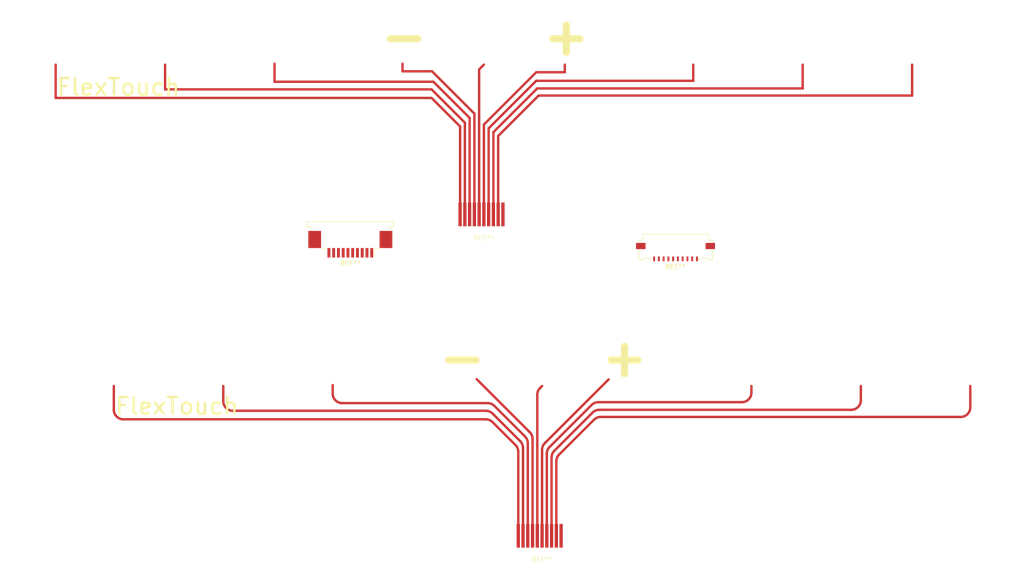
<source format=kicad_pcb>
(kicad_pcb
	(version 20240108)
	(generator "pcbnew")
	(generator_version "8.0")
	(general
		(thickness 1.6)
		(legacy_teardrops no)
	)
	(paper "A4")
	(title_block
		(title "Flextouch")
		(comment 1 "Flextouch - FFC for Ikea Pler 8 stove")
	)
	(layers
		(0 "F.Cu" signal)
		(31 "B.Cu" signal)
		(32 "B.Adhes" user "B.Adhesive")
		(33 "F.Adhes" user "F.Adhesive")
		(34 "B.Paste" user)
		(35 "F.Paste" user)
		(36 "B.SilkS" user "B.Silkscreen")
		(37 "F.SilkS" user "F.Silkscreen")
		(38 "B.Mask" user)
		(39 "F.Mask" user)
		(40 "Dwgs.User" user "User.Drawings")
		(41 "Cmts.User" user "User.Comments")
		(42 "Eco1.User" user "User.Eco1")
		(43 "Eco2.User" user "User.Eco2")
		(44 "Edge.Cuts" user)
		(45 "Margin" user)
		(46 "B.CrtYd" user "B.Courtyard")
		(47 "F.CrtYd" user "F.Courtyard")
		(48 "B.Fab" user)
		(49 "F.Fab" user)
		(50 "User.1" user)
		(51 "User.2" user)
		(52 "User.3" user)
		(53 "User.4" user)
		(54 "User.5" user)
		(55 "User.6" user)
		(56 "User.7" user)
		(57 "User.8" user)
		(58 "User.9" user)
	)
	(setup
		(pad_to_mask_clearance 0)
		(allow_soldermask_bridges_in_footprints no)
		(grid_origin 271.4 150.9)
		(pcbplotparams
			(layerselection 0x00010fc_ffffffff)
			(plot_on_all_layers_selection 0x0000000_00000000)
			(disableapertmacros no)
			(usegerberextensions no)
			(usegerberattributes yes)
			(usegerberadvancedattributes yes)
			(creategerberjobfile yes)
			(dashed_line_dash_ratio 12.000000)
			(dashed_line_gap_ratio 3.000000)
			(svgprecision 4)
			(plotframeref no)
			(viasonmask no)
			(mode 1)
			(useauxorigin no)
			(hpglpennumber 1)
			(hpglpenspeed 20)
			(hpglpendiameter 15.000000)
			(pdf_front_fp_property_popups yes)
			(pdf_back_fp_property_popups yes)
			(dxfpolygonmode yes)
			(dxfimperialunits yes)
			(dxfusepcbnewfont yes)
			(psnegative no)
			(psa4output no)
			(plotreference yes)
			(plotvalue yes)
			(plotfptext yes)
			(plotinvisibletext no)
			(sketchpadsonfab no)
			(subtractmaskfromsilk no)
			(outputformat 1)
			(mirror no)
			(drillshape 1)
			(scaleselection 1)
			(outputdirectory "")
		)
	)
	(net 0 "")
	(footprint "FFC:FFC_10pin_1mm-pitch_wuerth" (layer "F.Cu") (at 119.15 76.975))
	(footprint "FFC:FFC_10pin_1mm-pitch_wuerth" (layer "F.Cu") (at 131.375 144.575))
	(footprint "Connector_FFC-FPC:TE_1-84952-0_1x10-1MP_P1.0mm_Horizontal" (layer "F.Cu") (at 91.075 77.75 180))
	(footprint "Connector_FFC-FPC:Molex_200528-0100_1x10-1MP_P1.00mm_Horizontal" (layer "F.Cu") (at 159.425 79.915 180))
	(gr_line
		(start 231.195689 112.023295)
		(end 228.433801 114.923276)
		(stroke
			(width 0.2)
			(type default)
		)
		(layer "F.CrtYd")
		(uuid "09395c44-c83e-4018-ad7e-2edaf8f16561")
	)
	(gr_line
		(start 125.3 141.85)
		(end 125.3 136.65)
		(stroke
			(width 0.2)
			(type default)
		)
		(layer "F.CrtYd")
		(uuid "139dd1e6-da48-40d2-a52c-345f065bfd69")
	)
	(gr_line
		(start 136.375 141.875)
		(end 125.3 141.875)
		(stroke
			(width 0.2)
			(type default)
		)
		(layer "F.CrtYd")
		(uuid "19982443-ad76-4e05-86fd-328e3d1e246a")
	)
	(gr_poly
		(pts
			(xy 17.55 26.675) (xy 220.35 26.675) (xy 220.35 26.675) (xy 220.35 42.975019) (xy 214.730969 48.875)
			(xy 130.45 48.875) (xy 124.206832 55.118168) (xy 124.156707 74.210157) (xy 113.055575 74.231014)
			(xy 113.15604 54.942408) (xy 106.769837 48.875) (xy 24.346744 48.875) (xy 17.55 42.017856)
		)
		(stroke
			(width 0.2)
			(type dash)
		)
		(fill solid)
		(layer "F.CrtYd")
		(uuid "239904d7-271b-4e36-a160-63f7b4bd0651")
	)
	(gr_arc
		(start 38.65578 116.475)
		(mid 36.732154 116.090148)
		(end 35.104641 114.994859)
		(stroke
			(width 0.2)
			(type default)
		)
		(layer "F.CrtYd")
		(uuid "28226c43-4835-4c64-b6d6-05f8183c12ff")
	)
	(gr_line
		(start 232.575 97.175)
		(end 232.575 108.575018)
		(stroke
			(width 0.2)
			(type default)
		)
		(layer "F.CrtYd")
		(uuid "29508c5e-f1bd-4339-bcf0-e4a0424b42d3")
	)
	(gr_line
		(start 34.775 92.175)
		(end 227.575 92.175)
		(stroke
			(width 0.2)
			(type default)
		)
		(layer "F.CrtYd")
		(uuid "357d1ce1-b115-45d5-a3b4-c4413c431869")
	)
	(gr_arc
		(start 227.575 92.175)
		(mid 231.110534 93.639466)
		(end 232.575 97.175)
		(stroke
			(width 0.2)
			(type default)
		)
		(layer "F.CrtYd")
		(uuid "457bd8e7-1e4a-463d-b813-0bab8170f0aa")
	)
	(gr_line
		(start 123.813749 121.053355)
		(end 120.442239 117.850149)
		(stroke
			(width 0.2)
			(type default)
		)
		(layer "F.CrtYd")
		(uuid "4ffc9e36-bd2d-4258-9531-e614d0b636e6")
	)
	(gr_arc
		(start 232.575 108.575018)
		(mid 232.217377 110.431968)
		(end 231.195689 112.023295)
		(stroke
			(width 0.2)
			(type default)
		)
		(layer "F.CrtYd")
		(uuid "6caca488-5e13-45aa-9cc4-a3a27143fbbc")
	)
	(gr_line
		(start 136.426415 124.781543)
		(end 136.394775 136.832645)
		(stroke
			(width 0.2)
			(type default)
		)
		(layer "F.CrtYd")
		(uuid "6d840aac-0530-4150-a37d-56bdf2af6df3")
	)
	(gr_line
		(start 29.775 107.559733)
		(end 29.775 97.175)
		(stroke
			(width 0.2)
			(type default)
		)
		(layer "F.CrtYd")
		(uuid "74c128fe-be46-4a37-a626-e0ab7bbab222")
	)
	(gr_line
		(start 125.306802 136.79552)
		(end 125.36978 124.704248)
		(stroke
			(width 0.2)
			(type default)
		)
		(layer "F.CrtYd")
		(uuid "7b619b2a-ee6a-4fcc-ad6d-91eeb4d66e1d")
	)
	(gr_arc
		(start 29.775 97.175)
		(mid 31.239466 93.639466)
		(end 34.775 92.175)
		(stroke
			(width 0.2)
			(type default)
		)
		(layer "F.CrtYd")
		(uuid "88865724-b22c-4bc2-9a9d-474eccbbecc9")
	)
	(gr_arc
		(start 228.433801 114.923276)
		(mid 226.782709 116.070729)
		(end 224.813112 116.475)
		(stroke
			(width 0.2)
			(type default)
		)
		(layer "F.CrtYd")
		(uuid "8efe84e5-59e7-4040-9a05-054ef0c63c77")
	)
	(gr_arc
		(start 136.426415 124.781543)
		(mid 136.809525 122.875197)
		(end 137.890863 121.259137)
		(stroke
			(width 0.2)
			(type default)
		)
		(layer "F.CrtYd")
		(uuid "92248868-079b-4d46-b202-07727f09bb49")
	)
	(gr_line
		(start 141.210534 117.939466)
		(end 137.890863 121.259137)
		(stroke
			(width 0.2)
			(type default)
		)
		(layer "F.CrtYd")
		(uuid "a0566e84-dc18-49b8-9163-4f7c6aefa485")
	)
	(gr_line
		(start 35.104641 114.994859)
		(end 31.223861 111.079593)
		(stroke
			(width 0.2)
			(type default)
		)
		(layer "F.CrtYd")
		(uuid "ad0f8312-4abd-45d6-b9c7-5856988dd161")
	)
	(gr_arc
		(start 31.223861 111.079593)
		(mid 30.151371 109.46293)
		(end 29.775 107.559733)
		(stroke
			(width 0.2)
			(type default)
		)
		(layer "F.CrtYd")
		(uuid "ae214317-afaa-43c8-9611-3f9f8f66063f")
	)
	(gr_line
		(start 116.998338 116.475)
		(end 38.65578 116.475)
		(stroke
			(width 0.2)
			(type default)
		)
		(layer "F.CrtYd")
		(uuid "b92c8b66-536e-4081-a137-b0c7e6b388aa")
	)
	(gr_arc
		(start 123.813749 121.053355)
		(mid 124.969491 122.71781)
		(end 125.36978 124.704248)
		(stroke
			(width 0.2)
			(type default)
		)
		(layer "F.CrtYd")
		(uuid "c4c8c35f-0d60-422a-90b6-82a9dfbb98c4")
	)
	(gr_arc
		(start 116.998338 116.475)
		(mid 118.85248 116.831508)
		(end 120.442239 117.850149)
		(stroke
			(width 0.2)
			(type default)
		)
		(layer "F.CrtYd")
		(uuid "e06de652-2e8e-408e-a486-4d8412eabe4a")
	)
	(gr_arc
		(start 141.210534 117.939466)
		(mid 142.832649 116.855592)
		(end 144.746068 116.475)
		(stroke
			(width 0.2)
			(type default)
		)
		(layer "F.CrtYd")
		(uuid "e0c4b390-97dd-4297-b6c7-b452a8ec24d3")
	)
	(gr_line
		(start 224.813112 116.475)
		(end 144.746068 116.475)
		(stroke
			(width 0.2)
			(type default)
		)
		(layer "F.CrtYd")
		(uuid "fcb7d565-85ff-47ef-94d5-cd86df79d83c")
	)
	(gr_line
		(start 136.4 136.775)
		(end 136.4 141.875)
		(stroke
			(width 0.2)
			(type default)
		)
		(layer "F.CrtYd")
		(uuid "ff3b613d-9b39-4a39-bed5-f868ba095187")
	)
	(image
		(at 41.375 102.075)
		(layer "F.SilkS")
		(scale 0.2548)
		(data "iVBORw0KGgoAAAANSUhEUgAAAg8AAAIkCAYAAACZTshXAAABhWlDQ1BJQ0MgcHJvZmlsZQAAKJF9"
			"kT1Iw0AcxV9bpVUqDlYQcchQnSyIX3TUKhShQqgVWnUwufRDaNKQpLg4Cq4FBz8Wqw4uzro6uAqC"
			"4AeIs4OToouU+L+k0CLGg+N+vLv3uHsH+OtlppodY4CqWUY6mRCyuRUh+IoQ+tGFKcQlZuqzopiC"
			"5/i6h4+vdzGe5X3uz9Gj5E0G+ATiGaYbFvE68fSmpXPeJ46wkqQQnxOPGnRB4keuyy6/cS467OeZ"
			"ESOTniOOEAvFNpbbmJUMlXiSOKqoGuX7sy4rnLc4q+Uqa96TvzCc15aXuE5zCEksYBEiBMioYgNl"
			"WIjRqpFiIk37CQ//oOMXySWTawOMHPOoQIXk+MH/4He3ZmFi3E0KJ4DOF9v+GAaCu0CjZtvfx7bd"
			"OAECz8CV1vJX6kD8k/RaS4seAb3bwMV1S5P3gMsdYOBJlwzJkQI0/YUC8H5G35QD+m6B7lW3t+Y+"
			"Th+ADHWVugEODoGRImWvebw71N7bv2ea/f0A405y1IeZDq0AAAAGYktHRAD/AP8A/6C9p5MAAAAJ"
			"cEhZcwAALiMAAC4jAXilP3YAAAAHdElNRQfoCBwJIyZ/CVm6AAAAGXRFWHRDb21tZW50AENyZWF0"
			"ZWQgd2l0aCBHSU1QV4EOFwAAF0pJREFUeNrt3b2uJFfZsOFq44wAyQRklkCCc+AAkHBkQmeQERJw"
			"BIQQEFpyBhIBSAQ4IoCcwGdAABJklkAiIXQT4J+xPbN3V9VatZ6f65K+5H2/1zO7utez7l5VvWfb"
			"AAAAAAAAAAAAAAAAAAAAAAAAAAAAAAAAAAAAAAAAILSbSwB8wV+e+d9/1yUC8QD0dB/83/v3tm1f"
			"d1mhvtdcAmjjg4+D4T4hHLZt29544b/9nssNdTl5gB7uC/9scwbEAyAazBrozG0LqOf727xbE2ci"
			"5u6lgRp8GoBasmzQf9+27VteLsjJyQPU8Ktkn+y/uW3b37xsALA2HE79vwP+NeDPfdvLBwDXeuNE"
			"LHxwH+e9kxEBJOKZB8jr8KZ7v8/br2+3w2PFPALxAEQLh5nRICCgDw9MQvFwuN/vb93v98vC4ZNI"
			"OfjnuYUB4gEY7Gd7N/Ft2/64rHKORcS3vcwAMC4cZn57Yqpt3wOUf/JyQ1zuL0IeD3+Ev/IWxa6B"
			"s+9ZiD9v2/Y9LzuIB6BpOByMCDMKAvLMA1QqjLvnDYELPgC4BBC/CSqGg9MHyMvJA1Soi4QnDjv+"
			"zo5TQDwAe/bYiuFQ4e8O4gFIGQ6uBSAegHaf3J0+gHgAxmj1WxYFBOTiKWYIup9223Af/PaFmQUB"
			"OHkAn9T9TIB4gOR+7hK80g9dAljPESAE/BD+zCf072zb9teSA8mtCxAPwJR4qD2Ung8IcwsWc9sC"
			"ABAPUNX9fv9Fg5/xR15piM3xHwTcP5/YWHsMpqdvXZhbsJiTB4jl9y7Bs37jEoB4AAAScfwHsbT+"
			"psWng8k3LiA0Jw8AgHgAAMQDACAegD06/cNR/pEsEA8AgHgAAMQDAIB4AADEAwAgHgAA8QAAiAcA"
			"APEAAIgHAEA8AADiAQAQDwCAeAAAEA8AgHgAAMQDACAeAADxAAA087pLwEL3l/zPbi4LWDvE5uSB"
			"VYPvvmMoAs+vkbv1w1WcPBBh6AHj15mTCMQDogEQEYgHRAMgIhAPIBpARCAeQDSAiADxgGgA61ZE"
			"cJSvaiIcwBqGXZw8YOAATiHYxckDR4bMqXC433UHTFmc59eWXzTFQ5w8cOTTiWiA4AFxu93OrnWn"
			"EIgHRAOIiEPrXkQgHhANICJEBOKBYOEgGqBsRAgItm3zwCQvHxDCAYpHxIr5QB1OHvjiYBAN0CQg"
			"nEIgHhANwJUR4VmIxty2QDiAiFgyQ8jLyYNoEA2AUwjEA3PCQTSAiHhgtgiIBty2EA7CARi55g2L"
			"Bpw8iAbRADy5/g+cQriNUZyTB+EgHIBZs8AQKcrJg2gQDcDDc8EpBNvm5EE4CAfgmhlhuBTi5EE4"
			"iAbg0Lw4eArhBKIAJw/CQTgApyJi9oxCPDA3GoQDkCUgDJ/E3LaoEw6iAVgaEG5j9OHkQTgADI2I"
			"2TOM9Zw8NAoH0QBcFRA7TyGcQCTj5CFvNAgHIHxEzJxriAf2LbDZixhgRUAcmnGIB4QDICAMruA8"
			"81A0HEQDEC0gPAdRh5MH4QBwaUTMmn2IB4QDICAEhHhAOAAIiAo881AgHEQDkDUgdjwH4RmIQJw8"
			"xIwG4QC0iogZ8xHx0CkcZi06gAoBsXtWIh6Eg3AABISAEA8IBwABIR4QDgACQjwgHAAEBOJBOAAI"
			"CHbzex6Ch4NoALoHhN8FEY+TB+EAkCIiRs9YxINwABAQAkI8CAcABIR4EA7CAUBAiAeEA4CAEA8I"
			"BwABgXgotAgAMDvFQ9X3tTc/QJiAMGzFg3AAQECIB+EAgIAQD8IBALNaPDDgzejUAWDCEPYNDPEg"
			"HAAQEOJBOAgHAAEhHrxHhQOAgBAPrH4TA2D2ioeq70tvXoAyAWFYiwfhAICAEA/CAQABIR6qhgMA"
			"Zr14YFbhAmA2i4fuJerNCVAiIAxz8SAcABAQ4kE4ACAgxEPWcADAXiAemFWwAJjd4qF7aXrzAbQI"
			"CMNePAgHAASEeBAOAAgI8QAAiIfw8Tm4UAHIsgE4fRAPwgEAASEeMr2peIXb7bbdbjcXAqwvs148"
			"5H+vuATXDDbAWrN3iIc2L74SNczAmmu0Mbh9IR4ufBNhiIG1Z/aLh+rvDW+BcMPLtIOBa0RA2EvE"
			"w4IXW3kejwbhAHECQkQc3CjcvhAPE980nP+kY7LB5DUjIOwF4uHke8FLHyYcbsIBTgWE2xj2FvEQ"
			"5cVVmpeFAzAmIgTEzI3D7Yv28SAchAMICAFhbxAPj7/2XnLhAAJCQNhrxIOyFA6AgLBHiIc1JehN"
			"MTUcPBgJ1wbEbdJaFhCP7RWlN5Qu8aAK1ocDsCYiBIS9RzwsLkmEAwgI2u8ZHeJBFQgHEBACwh4k"
			"HhSkcAAEhL1DPCwqPuEgHEBACIjJAVFuo6kcD6pAOAACwp4kHpYUo3AQDiAgsJc0iAdVIBwAAWFv"
			"Eg9KUTgAAsKeIh4WlZ1wEA6AgFgUECU2IF/VRDgAAoLW8eDUIeCwAazpLrqcPjh54MgnCkMGGgeE"
			"0wcqxYNTB+EACIj1m1GD0wcnDwgHQEDQMh6cOswPBwAz5NFNqfjpg5MHi37oJxGgzogQEFSOB6cO"
			"gYYIYO2za+9JuUE5eeg6ETznAAycAU4feskeD04dhAMgIOJuUkVPH5w8CAfhAAgI2sSDUwcA4m9W"
			"BU8fnDx0+tjg1AE4OUYGzxqSyhoPTh2EAyAg8mxaxU4fnDwIB+EACAjKx4NTBwDybV6FTh+cPFT/"
			"eODUAZg0XgbPIBLJFg9OHYQDICDSqnL64OQBqxowQ+gbD04dlD5gJtmrxMPnrre33PBFajUDQ8aO"
			"gOi155U5eXDqMGexA5gp9qys8aAMHl29yh4wo8o0hngg0qK0eoEpY0hA9JAhHnw9c8HiBjBjJm9u"
			"ib+26eShympV8oCZhXgYWm74RACYNfawJvGgDMYVvMUMhAoIpw9598LUJw9OHSw+wAxLXwYJ97LI"
			"8aAMLvwEAGD2xG4M8YBiBzDL0kobD25ZKH/ADKoi254WNR6UwZhSt2iBFAHh9CHX3pjy5MGpAwDl"
			"yiDR3uaZh4wJ79QBSDi6Bs02xMPL48vLAgBx98h0Jw/db1k4dQAyj7BBM65uGSTZ49y2AABSx4Nb"
			"FueL3KkDEHqUDZp1nS3fK1OdPPiWBQDlyyDBXue2RZZUd+oAFBppg2Ye4sEtCwDIsGemOXnofMvC"
			"qQNQcbQNmn01yyD4nue2BQCQMh7csjhX3k4dgJQjbtAM7GrZ3pni5MG3LABoVwaB9z63LRqUO4AZ"
			"hnjosqIc1wGYheLhpZ48l3HLQrEDZllXD+yBSzZJJw9KG8BMRDwAAOKBl4S4SwCYaXSMB887vGwF"
			"OZ4DMBsf3wsv3yydPCh0ALMN8aCsAcxIasaD72ACQMI9NezJg9/v8OrwdgkAM65ZGQTbE922iLRi"
			"HMcBmJUJiAdFDmDWkSIefEUTAPZsnIG+sunkIUpmO4YDMDOTEA+J1opLAJh5iAcAQDyc1fF5B8dv"
			"AGZnpj1yRTx4GvLAGnEJALOPKHus2xYAgHgAAMRDWQ/cs3NsB7QekydnKNXjwS+HAoD4e+XV8aAO"
			"ACD5Xuu2xUKO2wDM0ozEQ/A14RIAmIXiAQAQDyN4WBIAcuyZTh4W8RVNgH1j8+RMJWk8OFoAgAJ7"
			"rpMHAEA8AADioRs37wDMRvHwlG7ftPBgD4DZmnnvdPIABqOfFRAPAED+ePA1TQC41rS918lDPM5r"
			"AczI0MTD1e9693J52q9dAtcIM1Y8AAC1Iu2iP+eV9118TXPZa0Jc7dfLM+vEGuHJhWBfmb9enDxA"
			"Lm81+Bl/7GWG4MHik5RPVPhUlWiNWCfYVwLsK04eAADxAM0/mfvZgPTx4BdEGYzs85ZL8Eqeh8Cs"
			"DbAH31b/xTvdm3IvF+vGGsEaqbBu3LaAnD7yaRFYRTxA0L30mY221Np9MBzUBYiHfl+nMRjxSR3M"
			"zAp7qZMHEBB+BkA8QBEfuQQ+ZYJ4APb4SvVP7p51APEALPrEnTEg3K4A8QAIiBnhoDBAPDSe/j5l"
			"AZi54gG40C8fHZiRh+bOv9+HXnYQD8BxP300IKJ+6tr5d/pw27ZveNkh6AeBC/4M/+b65nf2c82a"
			"irrGdobDO9u2/c7LzNm1YI+Zt7+Ih6IvLOIhwlo7eAJiPWCPCb7HuG0BCefERZv4qUEmHKAu8QCN"
			"AuKKiDjxZwgHEA9AtID4QkS8OfDv8s7JOBEOIB4+5Z/NhPkBcSgCbrfbP17Y8N898J94/5P/+9vt"
			"9tuDf/+fCAeYbvhefFv5F/Ywi09dDPOHbdveTvZ3/u+2bV/10jFrn7HHzNtn3LaAGn6wbdv7wgG4"
			"JFZWFaEqvPR1wKexLjMH73V7zAVrb9nJQ6cXFWzS2004QJ091W0LqB0QtyB/D6AQ8QB9IuLNC//M"
			"dzanDSAegPT++cKG/u6E//77L/z3/dsUUPwTyUweZPnkQntgkhz+8+D/v6+5VARhn1mwz/i2hXgA"
			"EA+195jh+4zbFgCAeAAAxAMA0CQe3Mt/jN+YBWB2ptmLnTwAAOIBABAPAIB46MU/BAZg5ooHAEA8"
			"AACIBwBAPAAA4gEAEA8AgHgAAMSDSxCGLyUDmJniAQAQD0Pdbv7RTQDItpc6eQAAxENUftc6gFkr"
			"HgAA8TCBBxsAYI0pe7CTh1ictQGYleGJBwBAPAAA4gEAEA//1+0XRfkKEYAZm30PdfIAAIiH7OHs"
			"EgCYkeIBABAPO/lFUQBwrWl7r5MHAEA8RPfA08Du6QHsnI2+zdYsHrp9XRMAMu+dTh4AAPEAAIiH"
			"cjz3ALBvbJ6cqSSNBw82AECBPTfMyYOHJgEgx57ptgUAIB6y8NwDwGPj8uQsRTwAAJ3iwYMNAJB8"
			"rw118uChSQCIv1e6bbGY5x4Ajs9AzzuIBwBAPAAA4uE8Dzbs51wOMPsIs8eGO3no+NCke3YAZmem"
			"PdJtCwBAPFSNbJcAMPMQD3y2Sty6ADAzxcOTnrxp45dFKXHArGP33njZ5unkAQAQD2lT2zEcgFkp"
			"HpixblwCwIyjazx47kFRA5iRj2yYgZ53WB0PAEBC4iFpfLsEgNmGeHgJty4A6D4bI+6Fq+PBL3QA"
			"gGR7qdsWiSPcJQDMNFYQD1FXkVsXAGaieHglX9lU6oBZxrE9cMkm6eQBABAPZVL8sWM6xQ6kHnWD"
			"ZiHi4fPcugCgm8h7X5R4UAfniluWAylH3KAZ2LYvuscDAJBEmnjofOvC6QNQcbQNmn0lRd/zIsWD"
			"WxcAkGDPdNsiS6I7fQAKjbRBMw/x8EBm+dYFAMVl2OuixYM6OF/ich0IPcoGzbrWfSEeAIBU0sVD"
			"91sXTh+AzCNs0IwrK8seFzEe3LoAgMB7pNsWGdPd6QOQcHQNmm2Ih4PZ5VsXABSTaW+LGg/qYEyh"
			"y3ggxMgaNNPa94V4aFRo0RctgBlkT2sRDyh1wCxDPHwpxLw8yh8we4i3J6Y+eXDrYlexW8RAuHBw"
			"6pBzL4seD+rA4gPMrvZ9IR4UW/hPAgBmjT2sdDyg4AEzC/HwpTDzMg1djFYsMHUUCYf6e2CJkwe3"
			"LsYvbgCzxd6VPR7UwaMrV9EDZlSZvhAPCs4nBMBMocSe5YHJ3mVvsQOXhYNThzoyxcOzmeb0wSIF"
			"zKTwm9lje1XoDc3JA1Y0YIYw9tN8xjeqwt1duFnfC0CCcDCTd8/k8PPYyUP1le35B0A4IB58Qgag"
			"rBR7XMmTBw9OHi5/HxGAYbPCqUPdvSlrPKgDAQEIh3J9IR4UnoAAhAMl9yQPTAIA+2KoegUr4FMF"
			"7PgGeHjemrmnZm6qeevkoeMEcPsCEA6cCaIOb2pv6FM1XOV9AgiHqHM23Yx18sCw4QFY+zSJoi5v"
			"cFV8qoqrvV+AgeFgvp6arynnqpOH7tPBogfMEPaGUadK9iY/XcjV3jPAwXlqpg6ZqWnn6WteTHYO"
			"AdMChINwaL7XVIoHZSAgAOFgzxIPijD7kAGsaXtMPdXiQRmcnR77PlEYNtAsHJw62Ksqb7Yenry2"
			"nkUbCAdzs/hDki/yVU1GDAkTBYQDnUKp86KwGIaVdIf3EwgHzs7KMjPyNS82A4eGCQPCwV7SQOV4"
			"UAYCAhAO9iTxoBgFBCAc7CHiQekJCEA42Iv8QBkXjcUyrbQFHAiHzrOw5Az0Vc1jG2LvKeQEAoSD"
			"PaP1z98lHpSBgADhIBzsPX6wOYvIAppe30IOAkWDuTd17okHAYGAAOFg3gmHbev3zINNa8ak2j98"
			"TCsQDvYa8dD+k7SJJSBAONgb2ugYD159AQHCAXuMH3LOYrPALq1zUQeTo8Fcmz7X2swxty3Gb4Km"
			"2bHhZKKBcLAXZLkmFp8FF2zRWaUwOBzMsEtmWKvZ5eSBuRPu2HMQJh0MWh/CgSlR5RI4fQhW796f"
			"cGJWmVtL5la7WWU4CwgBAcIB4bCL2xY2qOum3/EHKU1BOkeDcLB3+MGzl71FeXnVe79iJomGqPNJ"
			"PCAgkgSE9y3mkLkkHBZz28KbYd2EPD7sTEmEg3CwV7gA+Ravxbqs9r2HEQ3m0Oo5JB68XQREgYDw"
			"XqZVNJg/wkE8CAgEBGaMcBAO4qHbwraQRQSIhhazxmz5mAcmvUliTtdzQ9KERThgT3Ax4i92CzvM"
			"JwPvcUQDo2eLOeKCCIiGAeG9TrpoMFOEg3gQEIgIzAvRIBzEg2Fg4YsIEA3FZ4c58QoemPQmyjmh"
			"zw9Z/+AWo6NBOJj5Lg7nPlkYBGE/SVgLXD4PzIp0s8I8cIEEhKFgTRAvGswI4SAeDA/DQURg3YsG"
			"4SAeGDdEDAoRgWgwC1LMAuvdhRIQDI0I68X6Fg3CARdLQBgi1g7zgsGaFw6Vve4SDNlETIjoO8LH"
			"Q3xgRNwNHdEgGnyIdtG4ZPgYKik/lVhPgkE01Fzf1qxhJyAIExHWVqNgsKaFg3hAQBg41plgEA3C"
			"ARcw7qAyeNpFhHWXPBas3TJr1xo0xAQEqUPCOkwQC9aqcMBFFBAICcFgbQoHDCoBQbmIsEYXxIL1"
			"KBxwMQUE1UKi+vpdugCsP+GACyog6BYSmdZ1mDe59SYcEA8CAiGxZg6kesNaX8IB8SAgEBNYS9aS"
			"/U08CAhDzwBELCAcxAMCAiEhGBAO4gEBgZgQCwgH8YCAQFgIBIQDLraAwIAVCQgHxEPrgDBsiR4b"
			"3p9c/P60j4kHAWFAA8LBHiYeEBAAwkE8ICAAhIN4QEAACAe8CAICQDggHgSEiAD6RYP9SjwwOyIE"
			"BFAoHOxT4gEBAQgHe5R4QEAACAfxQJ2AEBFAsmiwN4kHBAQgHOxL4gEBASAcxAN9IkJAAAHDwV4k"
			"HogeECICCBIN9iHxgIAAhIM9SDxQPiBEBLAgGuw/4oEKESEggIvCwb4jHhAQgHCw54gHWgeEiAAm"
			"RIP9RjwgIADhYK8RD4gIEQGIBrywCAhAOCAeEBGAaEA8kCsgRASIBnsKXmgBISAA4YAXGxEBiAbE"
			"A4EDQkRAy2iwh4gHOB8RAgLahIO9QzzAuIAQEVA6GuwbeBMgIkA02C/wZkBEAKIB8YCAAIQD4gER"
			"AYgGxAMiQkSAaEA8wNSAEBEQJhrsB3izICJANNgHEA+ICEA0IB4QESICRAPiAQYGhJCAYcFg5iMe"
			"EBEgGsx6xAMiQkSAaEA8gIgA0YB4gIARISQQDGY64gERISQQDGY54gFEBKLBDEc8gJAAwYB4gOoR"
			"ISRIGgzmNeIBIkSEkCBBMJjTiAeIGhFCgmDBYD4jHkBIIBjMZMQDCAkEgzmMeAARISa4IBbMX8QD"
			"dA4JMSEWzFzEAwgJMSEWzFnwpoZ1ISEmWsaC2Yp4ACEhKISCeQre7BAoJERFukgwQ7EGXQKIGRLd"
			"wyJQIJibYBFAjZjIHheB48CcBIsCesbE7PhItPmbi2CRgJjAHASLBsQE5h5YRICgMOPAwgJEhVkG"
			"WHAgLMwrwGIEcWEeARYrkCA+zBMAAAAAAAAAAAAAAAAAAAAAAAAAAAAAAAAAAAAAAAAAIvgf+6Mr"
			"N8kgnuwAAAAASUVORK5CYII="
		)
		(uuid "09f3cab9-715b-47b1-a1c1-b6650aefac54")
	)
	(image
		(at 186.1 34.525)
		(layer "F.SilkS")
		(scale 0.282167)
		(data "iVBORw0KGgoAAAANSUhEUgAAAg8AAAIXCAYAAAAboL1UAAAABHNCSVQICAgIfAhkiAAAAAlwSFlz"
			"AAAuGAAALhgBKqonIAAAG0pJREFUeJzt3cmu3DqyBVD64hoG/P/fasDwwDXwzTqNsxElNkHGWpN6"
			"wKvySVERwS0qfVwKAAAAAAAAAAAAAAAAAAAAAAAAAAAAAAAAAAAAAAAAAAAAAAAAAAAAAAAAAAAA"
			"AED5MvsD8NzPH79+z/4MACN9+/7V3hScGzSZcABwjFARhxsxgcAA0IZAMYdF70xQABhHmBjDInci"
			"NADMJUj0Y2Eb6hkYNAGwOzN0HRbzopbFrrgB/tY6VJi111nAk1oUswIGOMcMnsvCVbharAoVoD2z"
			"eTwLdoDCBFjDlXltVh9noV44W4iKEGAu87sfC3SHggPYy5m5bqY/ZmE+UWAA+zLj27Ag/6ktKMUE"
			"sDZz/7z0C6F4APJyEnFO6gUQHAAoxX5QK+XF1xRJ9gIByESIOCbdRQsOALxir3guzQUrBABqHd07"
			"su0bKS7WzQfgCvvIR9tfpBsOQAv2kzfbXqCbDEAPR/aX3feWLS9OcACgp+wBYrsLy35DARgj84Pq"
			"VhckOAAwWsa9Z5uLyXjzAIgh2x60xYW8umk73TAAYsoUIJa/CMEBgCiyBIilL0BwACCi3fenZT/8"
			"7jcGgLXtvE8t+cF3viEA7GPX/Wq5D73rjQBgTzvuW0t94B1vAAD7223/WubD7rbwAOSy0z62xAfd"
			"acEByGuX/eyf2R/glV0WGgB22bPCh4dndrkJAOTxbO86+o9tzRZ68322iIIDACtbeY8L++FWXlQA"
			"OGLVvS7ka4tVjm0AoJfIe2G48OALkgBkseqeFi48PLPqIgPAIyt+gTLUZrzqux8AuGqlPTDMh1lp"
			"0QBm+fnj1+9v379+ef+fR/+37//77/+Mfp+WGiu9tg/zQYSH+Hoen7nH8NHs42o9Occqe2GID7LK"
			"YmUxe2jduPdkEqXvHtGP46ywJ07/ECss0s7OHH3OpCbYwWp9d49e7OtRbURZ9+kfQngYb+WB9Z76"
			"YCW79N09erG96Hvj1A8QfXF2svPgulEzRJSh9258CbOtyHvktB8eeVF2kGlgfaZ+mC1z/72nF6+J"
			"vE8KDxsyuN6oJUbRd8/pxXOi7pVTfnDUxViZwfWcuqKXCL137/c3PPu/Z9KL9SJ+eTJUeFBU9UYP"
			"g1bvNGd921yN0dLI+u39fYLRPakXj4v4wD38h0ZchBWNaPBZ92PEEFNrnLVz793T+3ojXWtk0R66"
			"w4QHBXRMj0Ze4RvSvQZY5GsmHnVoDWaJ9uA99AdGu/iV9AoNrf/MUVqvx8prQV82y8f04ViRHr5D"
			"hAcF85jmfK3lGu24Plyjvo6xTv1FegAf9sMiXfQKNOI5LdYt03pxn/67Rh/2E+UhfHp4UCB/azW4"
			"Mq+t4cUV6qcN69helAfxIT8oysWu4GqzWc+PrCdHtdroon/5eAZ92FaEh/Gp4UFBvNFcfVlfXlEj"
			"/VnjNiI8kAsPk2mmsa6st7Xekx4cTx9eN3tf7f5DZl9gdGebyPpdY3hRijqYzfw7b/bpg/AwkcaZ"
			"zz3IyWlDLPrwnJn76z+9fwB/+/nj1+8zzfLt+9cv2ZultbPrGeEfGGI8PdiHPlxP1yZw6vA3CTuu"
			"s4Gux2ehH/c5Nvenzqx91snDQE4bYjuzzmdPkRjvyolfj8/DfWf7sMdn4THhYRBDaw3C2p6c+K3l"
			"TB9mDRDb/auaXlm8qS3qjGsUkcC3B/dxbebnazP2WycPHZ05Js1Y+FG5F+sTHNbnBCIm4SEQQyue"
			"2uNT34GIQ3DYx5k+7Pl56BQevLJw1LYb92ctggOZAsSj2u25Bk4eOhAc9uQEYg1n+k8PrsEJRBzC"
			"Q2M1xWporcf9gvkEiPmahwevLNidwRVT7WmP8L42ffjR6Fp28tBIzeAytNZncK1N/+3BfXyt1/wR"
			"HhqwOeQkQMRhffM62oe+h9TWkPAgHf7hxGE/7ud8XlXgno7XNDxkTHU1ryp6fxbm8OQzj/XkpqYP"
			"e3+WWUbuM15bXLBzEVJHOIzNiQO0JTycVHtU2vOzEIMnn7GsI58dDYnZTgF7XGv38JB948x+/dkI"
			"EGMI7zCXk4cTfM8B1qAHcxLi+2sWHrLcBMGBVwyuvvQgR2Ttw1F17+QBOsg6uHqzXtQQIPsRHip4"
			"4qGGOpjH2lNDKK3XNTzs1MCCA70YXMfoQc5QD3+0njNOHhpSpHymJsay3pwlxNcRHg5QVFxx9O+d"
			"j/gsq7I+XJHtO0gjQrTw0IgnHujD6wpaUB9tCQ8vHBlcipJXnD7AGvThMcIDDCJA1HPqQEvqpB3h"
			"4QmnDgB7EeLbEB5gIIPrOKcOEJfw8IBTB4hPD3KGurlOeIDBnD68lv36mU8NPic83OHUgQgMr+f0"
			"IFcI8dcIDzDBkcFlc3zM2sBcwsMnTh2IIutTz5Hrzro2tLXzLO99bcIDTLLz4OrN2jHKqkG19+cW"
			"HioZWoy06uA6y8kfo6mnc7qFhxVvSLZBzXwr9gmAk4cKBj0zCLUw14o96DsPg6xYHLATryyYRV3V"
			"Ex5gMoML4vOA+ZHwcJABz0wGFxCJ8ABM55UFs6mvOsJD8VTHfAYXsBLh4QCDHQAPmm+EB1jEroPL"
			"KwuiUGfHpQ8Puw5k1mNwAatIHx5eMdAB4CPhAQhNgCcSp9V/CA+wkN0G127Xw/qE1WNShweDi2iy"
			"Da5s1wu7SB0egLkEeFiT8PCEpyIAPhN6hQcgMAEeYhIeYDG7PPXsch3sR2h9LW14MLiIKsvgynKd"
			"sKO04eHV4DLYAHgk+wNo2vCQ/cbDbK96UIAnsuz1mTY8ALEJ+BCX8ACElP3Jjtiyh1vhAQgp+3Bm"
			"Lt+Le054gICyD6ZSrAFzvQqv2cOt8AABZR9MMJvw+pzwAAG9GlzCBcyVPVwIDwBQKXuAFx4AgCrC"
			"AwBQRXgAAKoIDwBAFeEBAKgiPAAAVYQHAKCK8AALyv4LaoC5hAcAqJQ9wAsPsKDsv90OZsveg8ID"
			"BJR9MMFsevA54QEWlOHI1PCGuIQHIKQMAYl1Za9P4QEIyckDkWWvT+EBmOLVk1v2Jztiy16facPD"
			"qxufPVXCbHoQ4kobHmBV2Z94oDfB9TXhAYJ5NbgMNmA24QEW4+QBmE14AKbx3SNYk/AATCMcsCKn"
			"f8LDUwYb9GUIE425f0zq8GBwEY3BBawgdXg4wjAnkoyBVw9CPMLDCxmHNQD32RP+EB5e8NQDfRnG"
			"RGHeH5c+PBhcRGFwAatIHx5gFZmDrmAFsQgPBxhc0FfmYEQMR+a8On0jPBQFwXwCKrAS4QEWIOAK"
			"WBCJ8HCQwQV9CUjM4pVFPeHhPwqDWQRTYDXCAwQn2L4RtCAG4aGCwUVrauojQYnRvLI4R3h4R4FA"
			"fAIXzCc8VDK4aMUTD8ylB88THoBQjgxrIR7mEh4+MbgYQQ3BXHrwGuHhJIVHb5mPS4V4Isjcg68I"
			"D3coGIB9CZ7XCQ8wmC9pHeP0gZn04HPCwwMGFz2oGZhLD7YhPEAwnnjeCPHMoAdfEx6eMLhoSa3A"
			"XHqwHeGhAQVJK554/ibE08LRGtGDxwgPLygkWrC59WeNYRzh4QBPPlzhiec6a8MVerA94QECMLRe"
			"E+I5Q3DoQ3g4yODiDDUxnjWH/oSHxgwubjzxtGetqKEH+xEeKhwtMAGCowytekdPAfVhbu5/X8JD"
			"JcOeIwwumKem/8z0c4SHTmweeTkq7c8pIC3owfOEhxMMLh4RHOLRh3nUvK7Sg9cIDycJEHzmXo9V"
			"M/zdG2hLeLhAgODGO9Y5rCU3enAs4WEQAYJSDK0ehHjc2/H+nf0BVvft+9cvCjcvTztrud0v92If"
			"enAOJw8N1Dz5CBrQ3rfvX7/4DkQ+7uM8wkMjBlc+nnhgnto5qgfbEh4mESDWJjjEVBvi9eGaBIf5"
			"hIeGHJ3ur3bDMbTGs+Z7ExxiEB4mEyD2ZWjN4wRiT4JDHMJDB7UFa3DF58RhPe7BPs4EPPe/L+Gh"
			"EwFiH4bWupxAQB/CQ0cCxPrck/Xpw3WdPXEQ4PsTHjo7M7gMrxgMrX3ow/WcWX/9N47wMMCZgja4"
			"5vF+dU/6cA1ng5seHEt4GMTgWoOhtTd9GNvZtdaD4zVb8M833c18zAYVj6GVi/sdy5WA5p481nNf"
			"dvIwwdmnH09AfZwNc4bWus7eO33YnuCwJuFhkivDq/VnycpGkNuVAKhurrn1nuCwLv8k90Rn/zlv"
			"/6zwNQYW7+nDtVjvGHznIYCrTzHW+hjrzDPqoy/rO57vPGzu6vtzx++vGVy8og/7sS77cfIQTIsm"
			"s/ZvhAbO0IfXWcP5eu7LvvMQzO3mXmm87O9iWz3lZF0/2vbh+z8vA6cMOTh5CKxlE2a4H0IDPejD"
			"11oHhl3XabSe+7LwsACN+ZjBzig9nqhXrjnrEZ/wQClFiLgxtJipRx/+/PHr9wo12OuVxArXviLh"
			"gQ96bZ6RB5ihRTQ93+1H6Mfbz+/9HQY92I/wwF0jmnr0ADOwWMnoLwe27slR/XaPHuxPeOCh2d9s"
			"rhlmMwfVjbqkh9l9uBI9OI7wwCEG2GPqkVH04d/03xx+zwOHtPi76TsxsJhBH77Rg/sSHjb0vmEz"
			"DjADiwiy9qH+y0F42FyWpyADi8h2DxL6Lx/hIYnPzb3DADOwWNEuQUL/5SY8JLVamDCo2NFKfagH"
			"eU94oJRyfzD4K5UwVoQ+1HscITzw0KMh0uL3NUT4DXqwgtrfoVLznyM+P3vyex4AYEM99+V/Wv1B"
			"AEAOwgMAUEV4AACqCA8AQBXhAQCoIjwAAFWEBwCgivAAAFQRHgCAKsIDAFBFeAAAqggPAEAV4QEA"
			"qCI8AABVhAcAoIrwAABUER4AgCrCAwBQRXgAAKoIDwBAFeEBAKgiPAAAVYQHAKCK8AAAVBEeAIAq"
			"wgMAUEV4AACqCA8AQBXhAQCoIjwAAFWEBwCgivAAAFQRHgCAKsIDAFBFeAAAqggPAEAV4QEAqCI8"
			"AABVhAcAoIrwAABUER4AgCrCAwBQRXgAAKoIDwBAFeEBAKgiPAAAVYQHAKDKv7M/AGv5+ePX72/f"
			"v355/59H/7fv//vv/4x+nxb2c6b3XtGH1GpWMJ8LWTGureVgOkP9kN3sHixFH66u577s5IFSSoxB"
			"9Z4wSibR+u9GH/KI8JBQj2PP3gwxdrNS/93oQ26EhyQ+N/2Kg+u995/fAGMFq/fcPfowL+FhczsO"
			"rM98CZPIMvRgKU4lshEeNpRlWH12u+73YWLuJyKrrD34nj7cm/CwCcPqb45UGU0f/k0f7kl4WNzo"
			"YdXq1cDoL216CqInoeEYrxX34fc8LKz3wJp1D0cEC/VJC0LDeXqwv577svCwmB7DaoUvGvYa0pGv"
			"mbiEhrb0YR/CA6WU9gNr5XtkLZhBaOhHD7bnN0wmZpO87/11tFij6CcvzCU09Od7SWsRHhLYvRlb"
			"BQnDi8+EhvH04RqEh4BaDayMzXe75qshIuPa8ZHgMJc+jE142Ixm++NqiPD0k5vgEIM+jEt4COLq"
			"sNJc97UIEdY2D6EhJn0Yj/CwOA11zJUQ4elnf0JDfAJELMLDZGeHliY652qIsO4wjyAfxz+zP0Bm"
			"gsM8375//XJmHT2h7uXnj1+/3dP1uGfzOXmYQGiI48yvwfb0sz6bz/qcBM7l5GERmqQfpxCwJj04"
			"j/AwWG2xn93YqCdA5OCe7cWrpzm8thjkTHELDeOd+UKl49M12GCgHScPAzhtWE/t+tuYYC4nEGMJ"
			"D52dCQ69Pgt1BIg92FRyca/HEB46qilipw0x1d4Xgwvm04f9CQ+dKN69CBDrceKQm3vfl/DQgVcV"
			"exIg1mH9KUUd9CQ8NOZVxd4ECFiLPuxDeIBKAl9sNgvoT3hopOb9qhOH9R29f967j2WtuUddtCc8"
			"wEkCYCw2CJ5RH20JDw04ccir5gSi92fJzPpyhDppR3i4qCY49P4szCFAzGVdqaFe2hAeLlCE3AgQ"
			"sA59eJ3wMIBThxzc5/FsAjCH8HCS1xXcc+R++xsYbVhDrlA/1wgPJwgOMJfBTwvq6DzhoRPBIS/f"
			"fwB2JzxUMvA5QnjsRw/Skno6R3io4HUFNY5+/2HEZwEe04f1hIfGBAdqGVzHWSuIQXg46MjQEhz4"
			"TE20IzjQk/qqIzxAZ15fALsRHg5w6gBzCVeMoM6OEx5eEBxowekDsBPhAQYRIM6xJoyk3o4RHp5w"
			"6gAAfxMeYCCnD3WsBTOou9eEhwecOgDAfcIDDCZ0HuPpj5nU33PCwx1OHZjN4AIiEx5gAuHzOeGJ"
			"CNThY8LDCQY/IxhcQFTCwycGNqMIoffpQSJRj/cJD5UMfACyEx7ekTAZ7VUYVZNARMJDBacO0Jew"
			"RETq8m/CAwRncAHRCA//MaCZxYkWsBrh4SADHvoS4IlMfX4kPMACDC4gEuGhGMzM52QLWInwcIDB"
			"Dn0J8KxAnb4RHmARBhcQRfrwYCAThRMuYBXpw8MrBjoANx44/xAegKkMY1iP8AALsdECEaQODwYx"
			"0bx6TeY1GhBB6vBgELMagReIIHV4eDWIhQsAPhPik4cHYC5DGNYkPAAAVdKGB088RPXqdZnaBWZL"
			"Gx58q51VqU1gtrThAVbl5AGYLW14MIABOCv7HpI2PADAWdlfHwoPwBTZn9xYW/b6FR4goOxPNUBs"
			"wgMElP2pBohNeICA/K4HIDLh4Q5HxkSnRoGZhIc7PNURnRoFZhIe7vBUR3RqFJhJeLjDUx3RqVFg"
			"JuHhDk91RKdGgZmEhzs81RGdGgVmEh5gQU4egJmEB1iQkwdgJuHhDk91RKdGgZmEhzs81QHAY8ID"
			"AFBFeIAFOR0DZhIeIKBX4cB3HoCZhAcAqJQ9wAsPwBTZhy9ry/7qUHgAAKqkDQ+eegA4K/sekjY8"
			"vJL9SIq4sg8tYD7hAYJ5FVwFW2A24QEW4+QBmE14AKYRhGBNqcODwQUA9VKHB++WAajlwTN5eFAA"
			"RCOwAitIHR5gNQIvEIHwAEwlEMF6hIcXHCMDcCPs/pE+PCgEohBUgVWkDw+wCkEXiEJ4OMATIfQl"
			"GLECdfpGeCgKgvkEVGAlwgMsQMAFIhEeDvJkCH0JSESmPj8SHv6jMJhFMAVWIzxAcIItEI3wUMET"
			"IvQlKBGRuvxbt/Cw4karQBhtxT4BcPLwyasAYdgzUsZAm/GaYTXCwyfCAaOoNYhv1TDbe74ID58c"
			"KRRDH4DMhAeY4EgAXfWJp4XM104c6vAx4eEOpw8A8JjwAIM5dTjGGjCT+ntOeHjA6QMA3Cc8wEBO"
			"HepYC2ZQd68JD084fQCAvwkPMIhTh3OsCSOpt2OEhxecPtCCGgF2IjwcIIkygjp7zNowgjo7Tnho"
			"xJMlj3hdAYw0Yj8SHg7y+oIz1EQ7AhY9qa86XcNDxsGZ8Zq5xtA6zlpBDE4eKhhc1PC6AtaQoQ9b"
			"X2Oz8JBh8Uvx+oJj1EA/WWYNY6inc5w8dGLzyOvovTe0zrN2cN+ovUd4OOHo4BIgeMTmB/Ppw/O6"
			"h4ddN1ABgs9+/vj12/0ex+DnCvVzjZOHCwQIzjC02rGWnJGtbnpcr/AADfiewzzWlBrqpY2m4SHj"
			"TXH6gOAARDBynxly8rD7xlkTIHZfi2zczxgEM45QJ+14bdFITVHacPZQcx8Nrf6sMc+oj7aEBzhB"
			"cIjJWnNP5rrode1d/tBHgzXLDbSx7M39jc/pHjdZenD0vuvkASoIDmuw9tCX8NBB7fcfPCWtQXBY"
			"i3uQ27fvX7+ogX66hAc3zBrspDbgufcwV7YenPFVgaEnD9mesJ1AwFyePqEPry06qx1cAkQcZ04c"
			"bFQwlx4co+siZ/9bF++dCQUZ1ymK2vvlXq1BON9X5h68V9e918PJwyBnbqRBN96Z10eZh9Zq3Ct2"
			"M2ufEB4GOnOsLUCM43QoB/dsL14XztF9wb26uM9GFYd7kZNgvr7sfThzf3XyMMnZ1xgGXlvWMy9P"
			"rGtz7+b6d/YHyOzb969fzmxeP3/8+q1xzrsSGKw7zKcP5z/4DLkBXl08ZzMb6+x6W+u9zR7GvKYH"
			"38zeV4WHQISIfq5uDNY3BwEiLj345lmdpggPpSiIz2xy7Qll1BIiYtGHH0V4IB/2gyJc7EqEiGta"
			"DP/sa5idADGfHvxblIfx6eGhFAXySKvhlWl9hQZaEyLG04OPRXkQH/rDolz0aoSI56wPvQkQ4+jD"
			"xyI9hIcID6UomCNaD7CV19xaMIMQ0Y8efC3SA/jwHxjp4lfVcoDdftfECuvfY3CvcN3EI0S0of+O"
			"i/bwHSY8lKKQavUaYBECxe3n97zGHn8uuQgR1+jD46I9eE/5odEWYWUjh1frUNE7INyjxuhBiDhO"
			"D9aL+NAdKjyUorCuMMAeU1eMoAcf04PnRXzgnnos/ej/p8iuMcD+UEfMogff6MNrou6V/mGsDb0v"
			"qIxDzLBiNj2oB3ubvcZTf3jURLWj3QeYemEFO/ehHmwv8h45/WZHXpyd7TDE1AermvFl4R70YD/R"
			"90avLZL6XHzRh1iEZoFWbvW82usNfchNiEKInrCymjnM3HeYHyj04Rwr7IkhPkQpMf8qCve1OHKN"
			"8IuoYFV6cF8rBIdSFggPpcRaMADo4VUYjLQX/jP7A9w8W5TZR3cAMFOk4FBKoJOHGycQAGSz2t4X"
			"5uThCCcQAOxmteBQSsDwEHWhAKC1VR+Kw4WHUnz/AQAiP0yH/WClrHmUAwBHrLzHhf5wpay9uABw"
			"z+p7W8jXFkd5hQHAalYPDqUsEB5eLaQAAcAqdtmzlkg4paz1m7cA4LOd9rFlPmgpey08AHnstn8t"
			"9WFL2e8GALC3Hfet5T5wKXveCAD2s+t+teSHLmXfGwLAHnbep5b94KXsfWMAWNfu+9PSH76U/W8Q"
			"AGvJsC8tfwGl5LhRAMR25Hc47LIfbXERpeS6aQDEkm0P2uZCSsl38wCYL+Pes9XFlJLzJgIw3tFf"
			"Nb3jnrPdBZWS+4YC0F/2fWbLiyrFjQWgDyfcG4eHGzcZgBY8lL7Z/gJLccMBuMY+8lGKiyyl7t9Q"
			"z3LzAXhOaLgv1cWWohAAeM0D53PpLrgURQHAfTX7Qyl594iUF12KAgHgIw+Wx6W++FKECIDMaveA"
			"UuwDpQgP/ydEAOQhNFxjIT5RUAD7MuPbsCB3nCmuUhQYQFRCQ1sW5omzIaIURQcwmxnej8U5QAEC"
			"rMPpcX8WqpIgARCP2TyWBTvpSqHeKFiAc8zguSzcRS0K+D3FDPCm9YwtxZxtwQI21KPIbxQ7sDsz"
			"dB0Ws4OeDfCM5gCimTUPSzETe7Kwnc1sHIBsBIYxLPIEAgVAOwLDeBY8AGEC4DUhIQ43IjChAshK"
			"UAAAAAAAAAAAAAAAAAAAAAAAAAAAAAAAAAAAAAAAAAAAAAAAAAAAAAAAAAAAAJjhfwWzzC8E2TIM"
			"AAAAAElFTkSuQmCC"
		)
		(uuid "1d58d84a-0654-4439-8ea9-82424864e023")
	)
	(image
		(at 87.325 102.125)
		(layer "F.SilkS")
		(scale 0.282167)
		(data "iVBORw0KGgoAAAANSUhEUgAAAg8AAAIXCAYAAAAboL1UAAABhWlDQ1BJQ0MgcHJvZmlsZQAAKJF9"
			"kT1Iw0AcxV9bpVUqDlYQcchQnSyIX3TUKhShQqgVWnUwufRDaNKQpLg4Cq4FBz8Wqw4uzro6uAqC"
			"4AeIs4OToouU+L+k0CLGg+N+vLv3uHsH+OtlppodY4CqWUY6mRCyuRUh+IoQ+tGFKcQlZuqzopiC"
			"5/i6h4+vdzGe5X3uz9Gj5E0G+ATiGaYbFvE68fSmpXPeJ46wkqQQnxOPGnRB4keuyy6/cS467OeZ"
			"ESOTniOOEAvFNpbbmJUMlXiSOKqoGuX7sy4rnLc4q+Uqa96TvzCc15aXuE5zCEksYBEiBMioYgNl"
			"WIjRqpFiIk37CQ//oOMXySWTawOMHPOoQIXk+MH/4He3ZmFi3E0KJ4DOF9v+GAaCu0CjZtvfx7bd"
			"OAECz8CV1vJX6kD8k/RaS4seAb3bwMV1S5P3gMsdYOBJlwzJkQI0/YUC8H5G35QD+m6B7lW3t+Y+"
			"Th+ADHWVugEODoGRImWvebw71N7bv2ea/f0A405y1IeZDq0AAAAJcEhZcwAALiMAAC4jAXilP3YA"
			"AAAHdElNRQfoCBwKDAMkVwvJAAAAGXRFWHRDb21tZW50AENyZWF0ZWQgd2l0aCBHSU1QV4EOFwAA"
			"FM9JREFUeNrt3ctuXLsRBVCxYcOA//9bDRgeKCMFyg2u3Oc0H/VYa5IM8nCTVcVNtqz79gYAAAAA"
			"AAAAAAAAAAAAAAAAAAAAAAAAAAAAAAAAAAAAAAAAAAAAAAAAAAAAANQ0LEFsv3/9ebcKQEc/fn53"
			"RgkPCAoAQoXwgJAAIEwIDwgMAAIFwkPDwKBxADPRPBQeNIcGAMxQM1R4UOyKHODEnDVjhYfUxayA"
			"Acxg4UHBKlQAs1l44LXCVJQAgoTwoAAVIIAZLjwwp+gUG0CtIGGuCw9CA4AZb8YLDwoKgD1z38wX"
			"HoQGAIQI4WFtwQgMAM4E50Lj8KBAAHCxFB4UBQBHzotuZ8VQCAoBABdO4UFoAMA5IjzYcACynCnV"
			"z5Nhk4UGAFxKhQcbC4BzRniwoQBkPXOqnTfDJgKAs6dteBAcAHAGCQ82DYBS51GFs2jYKABwLrUK"
			"D4IDAM4n4cHGACBACA82BAABosp5NWwEADi3SocHwQEAAUJ4EBwAECASnWPDggOA8+yKR4WNEBwA"
			"qHJmPfvPZxIeXkhpggMALr17hf/DCw4AVJX1jBsWFQCcdVc8Mi4mAFTxVUCIehY+qi00AFQSMUA8"
			"si2U4ABANX7DpOAAAKXPwEeWRQOA6rL8/MO3CgvKmaD34+f38Uoxf/z37S3oQf5/XyL/GUekRhAc"
			"4g0ngRH69qEedCaGDg+CgyFlmEGOPtSDzsa3t0RfW9AzLHz1Z/bkih48/2fWfz2NyM2jKA0rNyL0"
			"oD5UL/HWOmx4UICGlQGGHtSDxAwQ3zSUYVX98xti6EM9yFwjYmMpNMPKTQg9qAd5rq5OrOuwEAaW"
			"AQa5enD2DwvP+J0R+rDXhXtYBMNKiIB4fRjhbxOtDhV6MO+le3RfAEMLNUeU/stQiysChR7Md/Ee"
			"nT+8gYX643QPZq47a9H38j26fnChAXXIqT6sWmPWp88FfHT80IIDhhe7e7BTTQkR9S/ho9sHFhow"
			"vBAa8qyhHox5ER+dPqzQgOHFjj5UM0JE9cv46PJBBQeECBxyQpnXhyLhQTEIDgIE2XtQXQgRwoNX"
			"B6EBw0sfqgeBTYD4wtF/MJbNFxzA4SWI39mD0799s7uHJRAcuLd39q/3gWcV5q7nnTXVg+csbwA/"
			"66DoHSRU6UF7HXNvnCf7z1kvD26sCIL2zAGVOpCbq/s9MhQGCBCcvNWaWTnOCX24zzjRpB0bUVEb"
			"euQMDlbNvmVeo1Vr4WsLwQFa9OCVPvTakDuQm7nrCQ9w+KAC5ge6bj24O+wuCw++spCAIVsPenEw"
			"f63B4fBgw9w+1YD9zxYcrFiOG7YXiPOEBxAgBAfBAS4ZOxu3S4M6MHA4CQ7Y60jrMfuzP05vpuCA"
			"usBhArn42sIBgfoQHEjLzz8IDw4G1AnhDhxy7Oeze1q9B3fV9kOzAp2CmVnk4OwY4md/Zi8PbpOo"
			"F8EBOBseug1GBwHqxloSh9eHpOHB0AL1E/FA8eogQHTpwR21LjwY/KAPESCIFx4kfjC4Tq2d+SNA"
			"kDQ8GPignhweRK2BLj0483M+ov7BDHrglT4UHDDb1/HyAAaXtaK0jkFy9WcWHgwt1JfBiZrQg7HC"
			"gyYGdgYsMwe1USA8uBWCOrM2qDPhAcDNkrI1IkAID5Io6q3JmggOIDwAwBJeH4QHt0DUnbXw6gDC"
			"AwCs5fVBeHD7Q/01XgOvDiA8AMAWXh+EB7c+1GHDz+7VAYQHANjK60PA8JD1VqBQoMbQB7WWMDwA"
			"wqzPTPZwoB6FB8BNEFoE2pV9IjxImKhLEEgFUuEBEJQA4QHADRHBVnhQGKA+QTAVHgAEJBAeANwM"
			"QcAVHhQE6hQQUIUHQDAChAcAN0IEXeFBIQAgqAoPgLALCA8AAhEgPABpeUZG4BUeFAAAqQNr90Dr"
			"5QEAXDyFBzC4AIQHQBAChAcA3y2D8ABwkZcHsgZb4cHQAgBniPAAAAgPk3mSwq0HQHgwfAFAeAC6"
			"BnivgyA8AAgHIDwAAMIDAPD29uZ1THgAwvFDy6hR4QHArQ6EBwC3OkB4AILw8oAaFR4ALvHygBoV"
			"HgDc6lCjwgOAWx1qFOEBcKsDNSo8AG51oEaFB6D9rc7gBuEBYGq4AIQHgP/h5QGEB7caUL+A8OBW"
			"AwDCg5sbADhDhAfAAAaEB6AEXx+StTY7167wABzldz1QtXaFBwAA4QHceACEB0MYgAn+9nVZ97PD"
			"ywMgxMPkcCE8ABwexH5oEoFXeAAwiEF4ABy0gPBgGAPQkK/JhAfAQAcXTuEBMJAB4cHgAnUKAXjh"
			"Eh4Agx0EeOEBMJgB4cHgAvUJAXjZEh4AAx4EeOEBMKAB4cHgAnUJAXjREh6A4mHJoEeAFx4A4Bhh"
			"VHiQMFGPBj7oQeEBMLBBCBUeDC5QhwY/CA8AwhPVwqcaFB4MLtRf0wMAEB4AYHnoFOCFB7c/1F3h"
			"tfD6AMIDACzj1UF4cAtEvVmTpw8EQHgABAgBgku8OggPboOoM0BwEB4AXhvsXh9AeHArRH2x5IaJ"
			"mtCDwgMIDtYKhEnhweAC7vehA4MrdWC2Cw8CBOoJAQI9KDwA3Bv4AoTwiPAgqaKOgGnBQQ8KDwY/"
			"6qfhGvr5BwQH4QEEB44eKNhnhAeHAOhDBwtmt/CgCFEvCBDc31s9KDw4EFAnCBBCw7vgIDw4GFAf"
			"hLmlAsKDAwJ10WCtvUD0CYBXXhz0ofAAggPTDiCrAMKDwwK41IcCRL7Ad2XPzGThQYBAHSBANA8O"
			"elB4MLgou/f2X4DADBYeULzQJEAIEfH4qkJ4MLgovdf2u0YfChCxgoOZKzw4VAABgqfWX3CI6Zsl"
			"gP2HEmf36sqB9PGftcf7g4MejMvLw4HBpcgFB/LtmVeIfaFBcBAeUOxQKkAIEWuDg1XIwdcWh4eX"
			"ZhEAOb+HV/vw968/7/b/fGiwB+d4eXAAcWPP7Js+9AohOHTm5SHx7QeY24d3etAPVAoNwgMphxdx"
			"b6f0CfJCxNrQgPCAACE0ULYPhYj5ocFaCg8svv0gOBCjD4UIM0x4IN3tB8GBGH3YMUTMmFv6T3jg"
			"4O0HQ4sYffj5v1uxxswo4QEhQmiAf6mRGT1YJUjMnkd6UHgg+PDCwCJGkP/n/07kevz45VgrZpA+"
			"zGXMLizFkDv5Cw0Qpwc/DupTtbp6vujB/Xs4a82FBwNMaICEPTgrWKx8TdCHwoPwYHgJDaAP9aHw"
			"8Pb25mceyjalAWZYoQ/1IKsID8WbtevwMqyI1ofdfthZDwoPFGrg6sPLwCJyXXYI9XpQeKB4Y1cY"
			"YAYV+vDs5zj5t0EQHghw8GYZYgYV+jDOn1c/Cg8YYuGGmMGEPjzbh3oQ4YEpQ2PmMPPsCff78PMP"
			"YV79gczPvacHucrveQCAoladyw9LCwAIDwCA8AAACA8AgPAAAAgPAADCAwAgPAAAwgMAIDwAAMID"
			"ACA8AAAIDwCA8AAACA8AgPAAAAgPAIDwAAAgPAAAwgMAIDwAAMIDACA8AAAIDwCA8AAACA8AgPAA"
			"AAgPAIDwAAAgPAAAwgMAIDwAAMIDACA8AADCAwCA8AAACA8AgPAAAAgPAIDwAAAIDwAAwgMAIDwA"
			"AMIDACA8AADCAwCA8AAAXPfNEvCK37/+vP/4+X1c/VcrB/N67+7/hp7krjG7mP9ZmJa4zqDa+f+n"
			"duBM7+nD2vUza0+9PBBmUP3tz2GQoQf1ITEIDwbVe9Y/qyGG/tOHCA8YWLc/hwGG/hMmEB4wsAQJ"
			"9F/iz6oPhQcMLEEC9KA+RHgwsNyCQP/pQ4QHzYlbEC178Mrva5jx+yH0IX7Pg4G1dFA9+xlODDP1"
			"SYYePPGLnHb1pB7cX5+z1lx4MLDCDKwTA0yNEq0Ho9bkyn7Uh8KD8GBopRxgapWT/Ze1/vSh8CA8"
			"GFrWQ82yseYq1ZoQITwIDxrTOqldFtVWh7rSh8KD8KAJDXr0oFo6un76MOa57K9qFtex8T5/5leG"
			"l7+bbujqvTm9qA/r8fIgqVtXa4pasbZeHi55WFovDV3W5ZW1+f3rz7tfxOVw03/6EC8PZYaWdbbe"
			"qAlrzs5z2c88JL/p8NrgubP+p395Fg4wfagPT/O1ReKh9eoTIPeHv+dTdaP3YvSh1RMeBAe3nXQH"
			"geGVuwfv7J/+i9WHevAMP/OQKDhYz7j7Y2/sMfYowzr62xaCAwtvQG4/elD/6UOEh9RDy+AyuDjT"
			"g/pPHyI8uO2wPLgZXHH7705wsHL6EOEh1dAyuPLefgyunjde9KHwALwU6AyuWAFecBAgEB5KDy2D"
			"q+/+c3YP9J8AgfDgtsOyweUFQngjV4BAeBAccIgxdc29ONQPEH4jrPAgOBBmcHmBqBEcrFiPAIHw"
			"IDgAggOX91GIFx4kZlIOLsML1vThs72oB+fwj+TefNsRHOoGCEMpRx/qP/zjvF/n5SHwTZWaeytk"
			"nA/wmK8ID2mGlsLGYacHEeKFB+D24WR4uZUiQAgPbjxfFrLBZXBxtgetlj4UIISHNEMLg0sdCQ4I"
			"8sIDvmMFhwcug8IDBhdr9v+ZGjC4DHvOz2E1JTyEGFqCAw5DPYiLnPAAGFzWnMI1IcQLD248GFyN"
			"exAQHgQH1Bl6ECFeeACDC2uMEC88KCSDCzcfwxwBU3hAQYIeRIhHeHDjweDSg4Dw4MYDetAqIMQL"
			"D248GFzq76k1EBxAeHDjAcAlUnhQMHA3eHauQz2Iy5/woPAAPYgQLzwABhcgPPD0sHbjAT1InxCP"
			"8AAGFzA90AoPCsSwx+ASuFBTCA9gcAlKgPAACFog2AoP0QvD4MLgAsFUeAAMLgEJEB4AAQsEXOEh"
			"QEEYXBhcIKAiPIDBJRgBwgMgWIGgKzwYXGBwgXkvPBjGADgThAfArcewRg8KDwCGOQi8woPBhcEF"
			"mPvCgyGMwQYgPIBwIPQCwgOAIATCA8BL/vbK4isaEB7KDTbgNV4eQHgABFdo0YOdg2/r8ODGQ+b6"
			"VL+A8OBmB+oTEB6y3+xAfQIID5BGh5cHAQmEB8Mb0IMgPBhMgB4EhIf/8mQKAMIDIMADwgMAIDwA"
			"AMIDACA8AAAIDwCA8AAACA8AgPAQkN9uBwDCwyV+QQ3EDvB6FIQH4QKYGi4A4SHcYDK4EF6tASA8"
			"XBpMBhdu3QDCg+GMWzeA8ADCLYDw4GYHf61P4QIEfOHBxgOQKMB3voD62gKKDjafE1xAhQeDC0oO"
			"Li+AIDwAQisgPLi9ASDAIzyA0AsgPIBbkc8LArzwYHBBi8HlJQWEB4MLhFVAeAAAAR7hATDQ4TKv"
			"1cKDwUW6Oqs6uAxkEB4MLgBcFIUHAIMdF02rIDwYXKSqL4MLEB4AhCNcEIUHgwsw4EF4wOAiQF0J"
			"t+CC2SI8ZDxoFQfoQQR4DoYHAIMeobZenwgPBhcJ6qnbbdzrA2Z6bA8DwODC0LJ2QJjwULm5DS52"
			"BdWuYVaIJ8osV4ubwwMghK5cG+sHwkO6W4/BheBwtgdhdQ+qQ+HB8EINCvGA8OD2iLoB1vSgC6Tw"
			"AOmCg8H1/DoIYyA8GFwAHA3wwrvwEOo2iTqZFVqFeD0IwkPywQUIENQI8Ga+8BDyVon6MLjAjBYe"
			"GmzWswNdcbKjzqyPHkQPlg4PigocaNYbNSE8OFwVKQvqQf+YM+jBLOeQlweDC0HS2iM4mO3Cg8GF"
			"UGq99CEkDw/VGtjgwo1HH6IHO19SvDwYXAjMIDggPECW4GBwCfEI7xk//+NUM1cZXM/+vXPDC8FB"
			"gEB4r8LLA0wcWg4oNzKEd+FB07r5YHAlWU99iJ9z2PeZvTy4+TBhTz2V6kPy9KDaFh7cfGid/rm/"
			"vvpQjRAsPNgcg8s+IkCwo/+ufFXhbAoeHjo3qsFlaBlc+hAiXWZWzB5fWxhcYOjqw/Lh3aoJDyUD"
			"hOFVc2gZXGd7UJAX9PRfsvDwbxvWqUEVrdupGqi/xwgOkddm1Rp4eQgUILxACA6s6UF9KNghPJQO"
			"EJpEcMBhxesvDnpwrXFi07tuqie3HoeHfdOHCO4R1mnlWjyyFETXFwi3H8GB87WgDwUHAoSHzu4U"
			"t8GVY2gZXHl6UB/WC2v6b6+xqxhstputPcGeYz9qnK9eHhK9QLj9xLrpoA85/9ogyDV8eZDgpe2s"
			"a2/91YE6MP86vzyM6h/Q8GLFzdGaqws1oQe7BocQ4UERaCZrjBqxvtZXePD6oLnCreePn9/HjO+p"
			"ra0+VCvWM/p6tgkPCmN+o1lT64j6qbB+ejDmZXx0+8CGl3WzfuhD/efVoUh4UCQa0TqhvqyPHsxx"
			"CR9dP7jmrLHeq/6+vVpEH57pP72X4wI+On94zZpz3a0B6vDcZ571w8f6L/fle3RfAIMrfiPv+G1+"
			"6o6I9flxUJ+qT73n1SFNeFBM8Zp7xxBbeaNRZ1Tqxdk9eaL39F/+S/ewEAbX7GH27L8//WdVNVTt"
			"xcj0Xo0L97AYBpfBBXpR3wkOacKDAGF4GVzoRf2H8CA8BC28KF8XGFg4BPQe+c/IYXEUo8EFelHf"
			"CQ7pwsNXi6QoDa+vmufkX2ODjr2o74SHFOFBgDDA1AL6Ud/Z+1j7MSwWkYeXfYd9PanfnIXlwoPC"
			"jlfcr/z+hs9Pn55AAYSH8osGAJ3PwGHxAMDZd8Uj4gJ+tUh+8REAnYJDRA+LDABxz7SIL+5hw4Ov"
			"JwDoLupZGP6A9vMPAFSV9YwbFhcAnG1XpPiZBz9ACUCX4JDBwyYAQJwzK8OL+rDgAOAcKxseBAgA"
			"BAfhQYAAQHBIdm4NGwEAzqsW4UGAAMA5JTzYGAAEB+EhxgYJEQAIDsKDAAGA4CA8CBAAOIOEB5sH"
			"gOBQ7uwZXTdRiABAcBAebCgALqrCgwABgOAgPNhkAJwnwoMNB8A50uccGTZfiADg9XOj09kxFIJC"
			"AMBZITxMLgohAsAZ4XwQHoQIAJwHwsO+ghEiAASHzuvlAFQ8AOa+uS887C4mBQVgxgsPKDAAM91c"
			"Fx4UHID5bX4LD0mKUCEC5JjV5rXwoDABzGazWXioVaiKFcAMFh4U8BSKGWDtrDVnhYfSQUKxA2ao"
			"GSo8aAIANhEYhAdBAgChQXgQJgAQFIQHBAoAgUF4QKgAEA4AAAAAAAAAAAAAAAAAAAAAAAAAAAAA"
			"AAAAAAAAAAAAAAAAAAAAAAAAAAAAAAAAAPjkP2KPsTLP6BMoAAAAAElFTkSuQmCC"
		)
		(uuid "25f6b9b5-cf07-4079-9884-7f411d0af52d")
	)
	(image
		(at 198.325 102.125)
		(layer "F.SilkS")
		(scale 0.282167)
		(data "iVBORw0KGgoAAAANSUhEUgAAAg8AAAIXCAYAAAAboL1UAAAABHNCSVQICAgIfAhkiAAAAAlwSFlz"
			"AAAuGAAALhgBKqonIAAAG0pJREFUeJzt3cmu3DqyBVD64hoG/P/fasDwwDXwzTqNsxElNkHGWpN6"
			"wKvySVERwS0qfVwKAAAAAAAAAAAAAAAAAAAAAAAAAAAAAAAAAAAAAAAAAAAAAAAAAAAAAAAAAAAA"
			"AED5MvsD8NzPH79+z/4MACN9+/7V3hScGzSZcABwjFARhxsxgcAA0IZAMYdF70xQABhHmBjDInci"
			"NADMJUj0Y2Eb6hkYNAGwOzN0HRbzopbFrrgB/tY6VJi111nAk1oUswIGOMcMnsvCVbharAoVoD2z"
			"eTwLdoDCBFjDlXltVh9noV44W4iKEGAu87sfC3SHggPYy5m5bqY/ZmE+UWAA+zLj27Ag/6ktKMUE"
			"sDZz/7z0C6F4APJyEnFO6gUQHAAoxX5QK+XF1xRJ9gIByESIOCbdRQsOALxir3guzQUrBABqHd07"
			"su0bKS7WzQfgCvvIR9tfpBsOQAv2kzfbXqCbDEAPR/aX3feWLS9OcACgp+wBYrsLy35DARgj84Pq"
			"VhckOAAwWsa9Z5uLyXjzAIgh2x60xYW8umk73TAAYsoUIJa/CMEBgCiyBIilL0BwACCi3fenZT/8"
			"7jcGgLXtvE8t+cF3viEA7GPX/Wq5D73rjQBgTzvuW0t94B1vAAD7223/WubD7rbwAOSy0z62xAfd"
			"acEByGuX/eyf2R/glV0WGgB22bPCh4dndrkJAOTxbO86+o9tzRZ68322iIIDACtbeY8L++FWXlQA"
			"OGLVvS7ka4tVjm0AoJfIe2G48OALkgBkseqeFi48PLPqIgPAIyt+gTLUZrzqux8AuGqlPTDMh1lp"
			"0QBm+fnj1+9v379+ef+fR/+37//77/+Mfp+WGiu9tg/zQYSH+Hoen7nH8NHs42o9Occqe2GID7LK"
			"YmUxe2jduPdkEqXvHtGP46ywJ07/ECss0s7OHH3OpCbYwWp9d49e7OtRbURZ9+kfQngYb+WB9Z76"
			"YCW79N09erG96Hvj1A8QfXF2svPgulEzRJSh9258CbOtyHvktB8eeVF2kGlgfaZ+mC1z/72nF6+J"
			"vE8KDxsyuN6oJUbRd8/pxXOi7pVTfnDUxViZwfWcuqKXCL137/c3PPu/Z9KL9SJ+eTJUeFBU9UYP"
			"g1bvNGd921yN0dLI+u39fYLRPakXj4v4wD38h0ZchBWNaPBZ92PEEFNrnLVz793T+3ojXWtk0R66"
			"w4QHBXRMj0Ze4RvSvQZY5GsmHnVoDWaJ9uA99AdGu/iV9AoNrf/MUVqvx8prQV82y8f04ViRHr5D"
			"hAcF85jmfK3lGu24Plyjvo6xTv1FegAf9sMiXfQKNOI5LdYt03pxn/67Rh/2E+UhfHp4UCB/azW4"
			"Mq+t4cUV6qcN69helAfxIT8oysWu4GqzWc+PrCdHtdroon/5eAZ92FaEh/Gp4UFBvNFcfVlfXlEj"
			"/VnjNiI8kAsPk2mmsa6st7Xekx4cTx9eN3tf7f5DZl9gdGebyPpdY3hRijqYzfw7b/bpg/AwkcaZ"
			"zz3IyWlDLPrwnJn76z+9fwB/+/nj1+8zzfLt+9cv2ZultbPrGeEfGGI8PdiHPlxP1yZw6vA3CTuu"
			"s4Gux2ehH/c5Nvenzqx91snDQE4bYjuzzmdPkRjvyolfj8/DfWf7sMdn4THhYRBDaw3C2p6c+K3l"
			"TB9mDRDb/auaXlm8qS3qjGsUkcC3B/dxbebnazP2WycPHZ05Js1Y+FG5F+sTHNbnBCIm4SEQQyue"
			"2uNT34GIQ3DYx5k+7Pl56BQevLJw1LYb92ctggOZAsSj2u25Bk4eOhAc9uQEYg1n+k8PrsEJRBzC"
			"Q2M1xWporcf9gvkEiPmahwevLNidwRVT7WmP8L42ffjR6Fp28tBIzeAytNZncK1N/+3BfXyt1/wR"
			"HhqwOeQkQMRhffM62oe+h9TWkPAgHf7hxGE/7ud8XlXgno7XNDxkTHU1ryp6fxbm8OQzj/XkpqYP"
			"e3+WWUbuM15bXLBzEVJHOIzNiQO0JTycVHtU2vOzEIMnn7GsI58dDYnZTgF7XGv38JB948x+/dkI"
			"EGMI7zCXk4cTfM8B1qAHcxLi+2sWHrLcBMGBVwyuvvQgR2Ttw1F17+QBOsg6uHqzXtQQIPsRHip4"
			"4qGGOpjH2lNDKK3XNTzs1MCCA70YXMfoQc5QD3+0njNOHhpSpHymJsay3pwlxNcRHg5QVFxx9O+d"
			"j/gsq7I+XJHtO0gjQrTw0IgnHujD6wpaUB9tCQ8vHBlcipJXnD7AGvThMcIDDCJA1HPqQEvqpB3h"
			"4QmnDgB7EeLbEB5gIIPrOKcOEJfw8IBTB4hPD3KGurlOeIDBnD68lv36mU8NPic83OHUgQgMr+f0"
			"IFcI8dcIDzDBkcFlc3zM2sBcwsMnTh2IIutTz5Hrzro2tLXzLO99bcIDTLLz4OrN2jHKqkG19+cW"
			"HioZWoy06uA6y8kfo6mnc7qFhxVvSLZBzXwr9gmAk4cKBj0zCLUw14o96DsPg6xYHLATryyYRV3V"
			"Ex5gMoML4vOA+ZHwcJABz0wGFxCJ8ABM55UFs6mvOsJD8VTHfAYXsBLh4QCDHQAPmm+EB1jEroPL"
			"KwuiUGfHpQ8Puw5k1mNwAatIHx5eMdAB4CPhAQhNgCcSp9V/CA+wkN0G127Xw/qE1WNShweDi2iy"
			"Da5s1wu7SB0egLkEeFiT8PCEpyIAPhN6hQcgMAEeYhIeYDG7PPXsch3sR2h9LW14MLiIKsvgynKd"
			"sKO04eHV4DLYAHgk+wNo2vCQ/cbDbK96UIAnsuz1mTY8ALEJ+BCX8ACElP3Jjtiyh1vhAQgp+3Bm"
			"Lt+Le054gICyD6ZSrAFzvQqv2cOt8AABZR9MMJvw+pzwAAG9GlzCBcyVPVwIDwBQKXuAFx4AgCrC"
			"AwBQRXgAAKoIDwBAFeEBAKgiPAAAVYQHAKCK8AALyv4LaoC5hAcAqJQ9wAsPsKDsv90OZsveg8ID"
			"BJR9MMFsevA54QEWlOHI1PCGuIQHIKQMAYl1Za9P4QEIyckDkWWvT+EBmOLVk1v2Jztiy16facPD"
			"qxufPVXCbHoQ4kobHmBV2Z94oDfB9TXhAYJ5NbgMNmA24QEW4+QBmE14AKbx3SNYk/AATCMcsCKn"
			"f8LDUwYb9GUIE425f0zq8GBwEY3BBawgdXg4wjAnkoyBVw9CPMLDCxmHNQD32RP+EB5e8NQDfRnG"
			"RGHeH5c+PBhcRGFwAatIHx5gFZmDrmAFsQgPBxhc0FfmYEQMR+a8On0jPBQFwXwCKrAS4QEWIOAK"
			"WBCJ8HCQwQV9CUjM4pVFPeHhPwqDWQRTYDXCAwQn2L4RtCAG4aGCwUVrauojQYnRvLI4R3h4R4FA"
			"fAIXzCc8VDK4aMUTD8ylB88THoBQjgxrIR7mEh4+MbgYQQ3BXHrwGuHhJIVHb5mPS4V4Isjcg68I"
			"D3coGIB9CZ7XCQ8wmC9pHeP0gZn04HPCwwMGFz2oGZhLD7YhPEAwnnjeCPHMoAdfEx6eMLhoSa3A"
			"XHqwHeGhAQVJK554/ibE08LRGtGDxwgPLygkWrC59WeNYRzh4QBPPlzhiec6a8MVerA94QECMLRe"
			"E+I5Q3DoQ3g4yODiDDUxnjWH/oSHxgwubjzxtGetqKEH+xEeKhwtMAGCowytekdPAfVhbu5/X8JD"
			"JcOeIwwumKem/8z0c4SHTmweeTkq7c8pIC3owfOEhxMMLh4RHOLRh3nUvK7Sg9cIDycJEHzmXo9V"
			"M/zdG2hLeLhAgODGO9Y5rCU3enAs4WEQAYJSDK0ehHjc2/H+nf0BVvft+9cvCjcvTztrud0v92If"
			"enAOJw8N1Dz5CBrQ3rfvX7/4DkQ+7uM8wkMjBlc+nnhgnto5qgfbEh4mESDWJjjEVBvi9eGaBIf5"
			"hIeGHJ3ur3bDMbTGs+Z7ExxiEB4mEyD2ZWjN4wRiT4JDHMJDB7UFa3DF58RhPe7BPs4EPPe/L+Gh"
			"EwFiH4bWupxAQB/CQ0cCxPrck/Xpw3WdPXEQ4PsTHjo7M7gMrxgMrX3ow/WcWX/9N47wMMCZgja4"
			"5vF+dU/6cA1ng5seHEt4GMTgWoOhtTd9GNvZtdaD4zVb8M833c18zAYVj6GVi/sdy5WA5p481nNf"
			"dvIwwdmnH09AfZwNc4bWus7eO33YnuCwJuFhkivDq/VnycpGkNuVAKhurrn1nuCwLv8k90Rn/zlv"
			"/6zwNQYW7+nDtVjvGHznIYCrTzHW+hjrzDPqoy/rO57vPGzu6vtzx++vGVy8og/7sS77cfIQTIsm"
			"s/ZvhAbO0IfXWcP5eu7LvvMQzO3mXmm87O9iWz3lZF0/2vbh+z8vA6cMOTh5CKxlE2a4H0IDPejD"
			"11oHhl3XabSe+7LwsACN+ZjBzig9nqhXrjnrEZ/wQClFiLgxtJipRx/+/PHr9wo12OuVxArXviLh"
			"gQ96bZ6RB5ihRTQ93+1H6Mfbz+/9HQY92I/wwF0jmnr0ADOwWMnoLwe27slR/XaPHuxPeOCh2d9s"
			"rhlmMwfVjbqkh9l9uBI9OI7wwCEG2GPqkVH04d/03xx+zwOHtPi76TsxsJhBH77Rg/sSHjb0vmEz"
			"DjADiwiy9qH+y0F42FyWpyADi8h2DxL6Lx/hIYnPzb3DADOwWNEuQUL/5SY8JLVamDCo2NFKfagH"
			"eU94oJRyfzD4K5UwVoQ+1HscITzw0KMh0uL3NUT4DXqwgtrfoVLznyM+P3vyex4AYEM99+V/Wv1B"
			"AEAOwgMAUEV4AACqCA8AQBXhAQCoIjwAAFWEBwCgivAAAFQRHgCAKsIDAFBFeAAAqggPAEAV4QEA"
			"qCI8AABVhAcAoIrwAABUER4AgCrCAwBQRXgAAKoIDwBAFeEBAKgiPAAAVYQHAKCK8AAAVBEeAIAq"
			"wgMAUEV4AACqCA8AQBXhAQCoIjwAAFWEBwCgivAAAFQRHgCAKsIDAFBFeAAAqggPAEAV4QEAqCI8"
			"AABVhAcAoIrwAABUER4AgCrCAwBQRXgAAKoIDwBAFeEBAKgiPAAAVYQHAKDKv7M/AGv5+ePX72/f"
			"v355/59H/7fv//vv/4x+nxb2c6b3XtGH1GpWMJ8LWTGureVgOkP9kN3sHixFH66u577s5IFSSoxB"
			"9Z4wSibR+u9GH/KI8JBQj2PP3gwxdrNS/93oQ26EhyQ+N/2Kg+u995/fAGMFq/fcPfowL+FhczsO"
			"rM98CZPIMvRgKU4lshEeNpRlWH12u+73YWLuJyKrrD34nj7cm/CwCcPqb45UGU0f/k0f7kl4WNzo"
			"YdXq1cDoL216CqInoeEYrxX34fc8LKz3wJp1D0cEC/VJC0LDeXqwv577svCwmB7DaoUvGvYa0pGv"
			"mbiEhrb0YR/CA6WU9gNr5XtkLZhBaOhHD7bnN0wmZpO87/11tFij6CcvzCU09Od7SWsRHhLYvRlb"
			"BQnDi8+EhvH04RqEh4BaDayMzXe75qshIuPa8ZHgMJc+jE142Ixm++NqiPD0k5vgEIM+jEt4COLq"
			"sNJc97UIEdY2D6EhJn0Yj/CwOA11zJUQ4elnf0JDfAJELMLDZGeHliY652qIsO4wjyAfxz+zP0Bm"
			"gsM8375//XJmHT2h7uXnj1+/3dP1uGfzOXmYQGiI48yvwfb0sz6bz/qcBM7l5GERmqQfpxCwJj04"
			"j/AwWG2xn93YqCdA5OCe7cWrpzm8thjkTHELDeOd+UKl49M12GCgHScPAzhtWE/t+tuYYC4nEGMJ"
			"D52dCQ69Pgt1BIg92FRyca/HEB46qilipw0x1d4Xgwvm04f9CQ+dKN69CBDrceKQm3vfl/DQgVcV"
			"exIg1mH9KUUd9CQ8NOZVxd4ECFiLPuxDeIBKAl9sNgvoT3hopOb9qhOH9R29f967j2WtuUddtCc8"
			"wEkCYCw2CJ5RH20JDw04ccir5gSi92fJzPpyhDppR3i4qCY49P4szCFAzGVdqaFe2hAeLlCE3AgQ"
			"sA59eJ3wMIBThxzc5/FsAjCH8HCS1xXcc+R++xsYbVhDrlA/1wgPJwgOMJfBTwvq6DzhoRPBIS/f"
			"fwB2JzxUMvA5QnjsRw/Skno6R3io4HUFNY5+/2HEZwEe04f1hIfGBAdqGVzHWSuIQXg46MjQEhz4"
			"TE20IzjQk/qqIzxAZ15fALsRHg5w6gBzCVeMoM6OEx5eEBxowekDsBPhAQYRIM6xJoyk3o4RHp5w"
			"6gAAfxMeYCCnD3WsBTOou9eEhwecOgDAfcIDDCZ0HuPpj5nU33PCwx1OHZjN4AIiEx5gAuHzOeGJ"
			"CNThY8LDCQY/IxhcQFTCwycGNqMIoffpQSJRj/cJD5UMfACyEx7ekTAZ7VUYVZNARMJDBacO0Jew"
			"RETq8m/CAwRncAHRCA//MaCZxYkWsBrh4SADHvoS4IlMfX4kPMACDC4gEuGhGMzM52QLWInwcIDB"
			"Dn0J8KxAnb4RHmARBhcQRfrwYCAThRMuYBXpw8MrBjoANx44/xAegKkMY1iP8AALsdECEaQODwYx"
			"0bx6TeY1GhBB6vBgELMagReIIHV4eDWIhQsAPhPik4cHYC5DGNYkPAAAVdKGB088RPXqdZnaBWZL"
			"Gx58q51VqU1gtrThAVbl5AGYLW14MIABOCv7HpI2PADAWdlfHwoPwBTZn9xYW/b6FR4goOxPNUBs"
			"wgMElP2pBohNeICA/K4HIDLh4Q5HxkSnRoGZhIc7PNURnRoFZhIe7vBUR3RqFJhJeLjDUx3RqVFg"
			"JuHhDk91RKdGgZmEhzs81RGdGgVmEh5gQU4egJmEB1iQkwdgJuHhDk91RKdGgZmEhzs81QHAY8ID"
			"AFBFeIAFOR0DZhIeIKBX4cB3HoCZhAcAqJQ9wAsPwBTZhy9ry/7qUHgAAKqkDQ+eegA4K/sekjY8"
			"vJL9SIq4sg8tYD7hAYJ5FVwFW2A24QEW4+QBmE14AKYRhGBNqcODwQUA9VKHB++WAajlwTN5eFAA"
			"RCOwAitIHR5gNQIvEIHwAEwlEMF6hIcXHCMDcCPs/pE+PCgEohBUgVWkDw+wCkEXiEJ4OMATIfQl"
			"GLECdfpGeCgKgvkEVGAlwgMsQMAFIhEeDvJkCH0JSESmPj8SHv6jMJhFMAVWIzxAcIItEI3wUMET"
			"IvQlKBGRuvxbt/Cw4karQBhtxT4BcPLwyasAYdgzUsZAm/GaYTXCwyfCAaOoNYhv1TDbe74ID58c"
			"KRRDH4DMhAeY4EgAXfWJp4XM104c6vAx4eEOpw8A8JjwAIM5dTjGGjCT+ntOeHjA6QMA3Cc8wEBO"
			"HepYC2ZQd68JD084fQCAvwkPMIhTh3OsCSOpt2OEhxecPtCCGgF2IjwcIIkygjp7zNowgjo7Tnho"
			"xJMlj3hdAYw0Yj8SHg7y+oIz1EQ7AhY9qa86XcNDxsGZ8Zq5xtA6zlpBDE4eKhhc1PC6AtaQoQ9b"
			"X2Oz8JBh8Uvx+oJj1EA/WWYNY6inc5w8dGLzyOvovTe0zrN2cN+ovUd4OOHo4BIgeMTmB/Ppw/O6"
			"h4ddN1ABgs9+/vj12/0ex+DnCvVzjZOHCwQIzjC02rGWnJGtbnpcr/AADfiewzzWlBrqpY2m4SHj"
			"TXH6gOAARDBynxly8rD7xlkTIHZfi2zczxgEM45QJ+14bdFITVHacPZQcx8Nrf6sMc+oj7aEBzhB"
			"cIjJWnNP5rrode1d/tBHgzXLDbSx7M39jc/pHjdZenD0vuvkASoIDmuw9tCX8NBB7fcfPCWtQXBY"
			"i3uQ27fvX7+ogX66hAc3zBrspDbgufcwV7YenPFVgaEnD9mesJ1AwFyePqEPry06qx1cAkQcZ04c"
			"bFQwlx4co+siZ/9bF++dCQUZ1ymK2vvlXq1BON9X5h68V9e918PJwyBnbqRBN96Z10eZh9Zq3Ct2"
			"M2ufEB4GOnOsLUCM43QoB/dsL14XztF9wb26uM9GFYd7kZNgvr7sfThzf3XyMMnZ1xgGXlvWMy9P"
			"rGtz7+b6d/YHyOzb969fzmxeP3/8+q1xzrsSGKw7zKcP5z/4DLkBXl08ZzMb6+x6W+u9zR7GvKYH"
			"38zeV4WHQISIfq5uDNY3BwEiLj345lmdpggPpSiIz2xy7Qll1BIiYtGHH0V4IB/2gyJc7EqEiGta"
			"DP/sa5idADGfHvxblIfx6eGhFAXySKvhlWl9hQZaEyLG04OPRXkQH/rDolz0aoSI56wPvQkQ4+jD"
			"xyI9hIcID6UomCNaD7CV19xaMIMQ0Y8efC3SA/jwHxjp4lfVcoDdftfECuvfY3CvcN3EI0S0of+O"
			"i/bwHSY8lKKQavUaYBECxe3n97zGHn8uuQgR1+jD46I9eE/5odEWYWUjh1frUNE7INyjxuhBiDhO"
			"D9aL+NAdKjyUorCuMMAeU1eMoAcf04PnRXzgnnos/ej/p8iuMcD+UEfMogff6MNrou6V/mGsDb0v"
			"qIxDzLBiNj2oB3ubvcZTf3jURLWj3QeYemEFO/ehHmwv8h45/WZHXpyd7TDE1AermvFl4R70YD/R"
			"90avLZL6XHzRh1iEZoFWbvW82usNfchNiEKInrCymjnM3HeYHyj04Rwr7IkhPkQpMf8qCve1OHKN"
			"8IuoYFV6cF8rBIdSFggPpcRaMADo4VUYjLQX/jP7A9w8W5TZR3cAMFOk4FBKoJOHGycQAGSz2t4X"
			"5uThCCcQAOxmteBQSsDwEHWhAKC1VR+Kw4WHUnz/AQAiP0yH/WClrHmUAwBHrLzHhf5wpay9uABw"
			"z+p7W8jXFkd5hQHAalYPDqUsEB5eLaQAAcAqdtmzlkg4paz1m7cA4LOd9rFlPmgpey08AHnstn8t"
			"9WFL2e8GALC3Hfet5T5wKXveCAD2s+t+teSHLmXfGwLAHnbep5b94KXsfWMAWNfu+9PSH76U/W8Q"
			"AGvJsC8tfwGl5LhRAMR25Hc47LIfbXERpeS6aQDEkm0P2uZCSsl38wCYL+Pes9XFlJLzJgIw3tFf"
			"Nb3jnrPdBZWS+4YC0F/2fWbLiyrFjQWgDyfcG4eHGzcZgBY8lL7Z/gJLccMBuMY+8lGKiyyl7t9Q"
			"z3LzAXhOaLgv1cWWohAAeM0D53PpLrgURQHAfTX7Qyl594iUF12KAgHgIw+Wx6W++FKECIDMaveA"
			"UuwDpQgP/ydEAOQhNFxjIT5RUAD7MuPbsCB3nCmuUhQYQFRCQ1sW5omzIaIURQcwmxnej8U5QAEC"
			"rMPpcX8WqpIgARCP2TyWBTvpSqHeKFiAc8zguSzcRS0K+D3FDPCm9YwtxZxtwQI21KPIbxQ7sDsz"
			"dB0Ws4OeDfCM5gCimTUPSzETe7Kwnc1sHIBsBIYxLPIEAgVAOwLDeBY8AGEC4DUhIQ43IjChAshK"
			"UAAAAAAAAAAAAAAAAAAAAAAAAAAAAAAAAAAAAAAAAAAAAAAAAAAAAAAAAAAAAJjhfwWzzC8E2TIM"
			"AAAAAElFTkSuQmCC"
		)
		(uuid "266f456e-96b4-40f7-9ea2-fb568fb7c766")
	)
	(image
		(at 163.1 34.525)
		(layer "F.SilkS")
		(scale 0.282167)
		(data "iVBORw0KGgoAAAANSUhEUgAAAhcAAAIPCAYAAADAXPy+AAAABHNCSVQICAgIfAhkiAAAAAlwSFlz"
			"AAAuGAAALhgBKqonIAAAG6ZJREFUeJzt3cuO3DgSBVB60IYB//+3GjC88CzsQmWV8yFKfESQ52x6"
			"BuNpS2QEeUVlZZUCAAAAAAAAAAAAAAAAAAAAAAAAAAAAAAAAAAAAAAAAAAAAAAAAAABAIl9mXwD1"
			"fv749Xv2NQCM9u37V3tWEiYqMCEC4DmBIyaTEoQgAdCGwDGfCZhEmAAYQ9gYz4APNCtQfPv+9cvt"
			"363RgJlmPlxZ/8YwyJ31bCJNAqzOGpqTge2gRzNoAoA/rLHxGcyGWhW8IgeoY/2NxSA2cLWoFTNA"
			"W9bluQzeBVeKV+ECjGGtHs+gnXCmUBUoQAzW8P4MVgUFCbAOa3o/BukABQiwLmt8ewbnCQUHsA9r"
			"fjsG5YHaIlNgAGsQMq4zGJ8IFQCUYj+4wkD8pYgAuMf+UG/7ASilrnAUDcCe7BXHbX3zpRwvlt0L"
			"BYA/7BuvbXvjEigAVwgZj213w6UoCADasJ/ct9XNlnKsEHYrAgCusbd8tM2NlmLyAejHHvNui5t0"
			"bAXACPabP5a+uVIkSQDG233vWfbGSjG5AMyz8x605E2VsvekAhDDrnvRcjdUyuvJXHEiAYhrt31p"
			"qZspZb8JBCCHnfanZW6klL0mDoB8dtmnlriJUvaZMABy22G/Sn8DpewxUQCsY/V9K/XFl7L+BAGw"
			"ppX3r7QXXsraEwPA+lbdx1JedCnrTggAe1lxP/vf7AvoIeNEALCnV3vW0d9XEknKcPFsoAULALJZ"
			"be9KdzOCBQCrWmWPS3VykfFoCACOehYgMu2BacLFih94AYAaWQJGmnDxjGABwCpW2NNS3MAq76AA"
			"4KjMe1/oiysl9+ACwBVZ98DQr0WyvFsCgNEi75H/zb6AsyIntl38/PHr99s8vP3nt2K//c/PfP5z"
			"b//d/MJxn/vvis99fP3quKLVvI4WtnCyHgWtLEKBm3t2FqEHS9GHM2TbE8NdUCn5BnFVURayZ9QD"
			"q8rQf2/04RiZ9sa0r0VoL9Ni9ubzNUdrMKiRsQdL+XjdepBSAp5cZEpm2WVdyI5SL2Swch/qwfay"
			"7JFhLuTNo4GLNGjZrbyYPaJ+iEQPckWGfTLMhZSSJ5FltONido86YhY9+E4fXpNhrwxxEW8ypLFM"
			"LGbPqStG0IeP6cHzou+XIS6ilBxJLJMZC9qV76iYuQCrL3oQKo7Tg/Wi75nTL+BN9BSWwajFbOSc"
			"jFyg1RotCBXn6cE6kQNGiImMPEAZ9FzMIo5/78U74j0Tn1DRjh48JvLeGWICnVqc02MxyzjmvRb1"
			"jGPBeEJFP3rwtaj75/SJi5y8Imu5oK00zq0X+pXGhraEinH04XMRA8b0CYs4KJG1WtB2GF8BjB6E"
			"inn04X0R99GpE+XU4rhWv+2wxbVkJJTRgmAxnx78V8S9NGS4UDwfXV3QjOc7IY0zhIp49OFH0fbT"
			"aZMTbSAiEir6MbYcJVjEpQ/fRTu9EC4CO7uoGcPjhAweESpy0IPvIu2rUyYlWsKKRqgYT8jglmCR"
			"i/77I9LeGipc7F4gVxa03ceuFcEOwSIvfRhnf/3fyL+M9r59//pFQ7Vzdix//vj126aUnznMzfzF"
			"MXxTipKqIvG0HJN52YuNaR2792CEfdbJxWRnFjSnFWNcOcVofS3049RpPeZzPuFiotoGECrGOzvm"
			"FrcczNO6hMa5hoaLCEc1UZwJFr2uhdcEjPWYH1b1aL0aWfNOLiYQLHI6GzBsYvGYk32Y6zmEi8Fq"
			"Ct1rkHjMSX42m/3sGPJnr1PDwoVXIha1nZn7GMzD3sz/uDFwcjGIE4u1nJkjCxuwC+FigNpg0fNa"
			"aEvAyGHHY3Hu26kWZu4nU8PFDhupYLE+AQPIZMQaNCRc7LqYChb7EDDiMtbcoy768lqkE8FiPwJG"
			"PMaYZ9RHP9PChQ31D+OwFgEjDmPLEavXyaw9xslFB0eLVbBYk3mdb/UNg7bUS3vCRWOKlFLqAoaa"
			"AVbTPVzstHDWnFh4ul2fOZ5jpzWHdnarm9736+QCAtjpZ+97MoZcoX7amRIuVnyi8zkL7nFKNY6N"
			"gRbUURtOLhoQLACIasbeI1wMIljs7ej8ez1yjjGjJfV0nXBxkSLkKAGzDz0I5/Tsna7hYvWm9zqE"
			"XlbvHYhOD17j5KIzwYJb6qEtGwA9qa/zhoeLVRZXRcdZNZ+/6H0twB5G771OLk7wOgTmE74YQZ2d"
			"I1x0IljwjNOLa4wLxCZcVLKo0YqAAaxKuOjAqQXAOnz/TD3hooLiYha1985YQHzCRWNOLajhd48A"
			"KxIuDvK0xGxq0Bgwl/o7TrhoyBMo9GNhhzyEiwMsavQmmEIO9oNjhItGbA5cdaSGLGxABsIFEJ5Q"
			"RSRZ63HkQ7Bw8cKRInJqwUhZFzZgH8IFBCKo/kuYgnyEiyecWgBwj9D7nHDxhODADD7YCWQnXDxh"
			"AQeAesLFBU42oC8Bn8jU52PCxQOKhpm8GgEyEy4AgKaEi5O8EoG+nMyQgTq9T7i4Q7EQgVcjQFbC"
			"BQDQlHBxglciAPCYcAGB7Rpkve4hE/X6L+HiE0VCNmoWiEa4AACaEi4q7XpMzTxqDshGuIDgdnvt"
			"sdv9sgZ1+5FwcUNxEJGTCyAb4QIAaEq4qOAJkqicugGRCBcVLOAA8JpwUcHJBQC8JlxAArsEW6eD"
			"sAbh4i+LGpGpT4hPn74TLv7a5cmQnNQnxKdP3wkXf0mcZKeGYS49+E64gEV4agKiEC7+sjCTnacm"
			"IArh4q9XC7PwQXRqFIhCuDjIUyHRqVEgCuECFuHkAohCuDjIwk10Ti6AKISLgyzcRCcAA1EIF7AI"
			"ARiIQrg4yFMh0alRIArh4iBPhUSnRoEohAtYhJMLIArh4iALN9E5uQCiEC4OsnATnQAMRCFc/GVh"
			"BoA2hIu/nEwAcIWH1HfCxV+KAubTh2TmIfWdcPGXoiCyXepzl/tkTcLxO+HiryNFYeFjll0WrV3u"
			"E1YnXFSw8DGLYAtkIlxUsMADwGvCBQDQlHABC/DKDohEuIDgvI6D+AT8j4SLG4qDiHary93uF1Yk"
			"XFTyFMloag7IRrgAAJoSLiA5rxGAaISLTyzUROKVCMRn3/iXcHGCBZ9Rdl20dr1vWIVwAYEJskBG"
			"wsUdnpqI4EiwUKswlx68T7i448ii7okS+rJok4G94D7h4g6LGgBH2C/uEy4gKYsaEJVwcYHjMHpR"
			"WxCfgP+YcPGAooH59CHkJFxAMH5KBMhOuHjiyALu+Br6EqSISF0+J1wAAE0JFw04vaAVr0SAFQgX"
			"LxxdyAUM6EegIhL1+Jpw0Yhi4yqnFsAqhItGnFxAX4IVEajDY4SLA7waoTe1A6xEuIAkPDEZA+ZS"
			"f8cJFwc5vaAXNQOsRrioILUyi9p7ZyyYQd3VES468CTKUX5CBFiRcNGJgMErauQ8gYuR1Fs94aKS"
			"ImMk9QZkJFyc4MOdXKU2rhO8GEGdnSNcQFAWNSAr4aIzT6h8pibaEcDoSX2dJ1yc9O371y9ej1Dr"
			"aC1Y1GAuPXiNcDGIgIFg0YfxgniECyA9AYOW1NN1wsVFXo9whFOL/owdLaijNoSLwQSM/QgWwG6E"
			"iwkEDOhDQOMK9dOOcNFIzeuRUgSMHfz88eu3UwvIQQ+2JVzAZBa1tmqDPtDef7MvYDXfvn/9cvRp"
			"9e3PWQjXUnMqZe5hLj3Yh5OLDhQrzKcPYR7hIgCfv1hDzWcsSrH5wWx6sB/hopMzH/AUMvKqnTuL"
			"2hg+f8Ej6qIv4aIzBcxnamI8Y84t9dCfcBGME4x8vAqBPPTgGMLFAIp5TT5jkYtXJDCOcDFI7aLm"
			"BCM2n7GAXITLsYSLgc4UtoARj2CRm00G+hMuBhMw8jpzmmQTg7mEyTmEiwnOBgwhIxcLWmzmZ33m"
			"eB7hYpKzRS9gjOfEYl2eatdlXucSLiY6u7AJGOOcGWuLWj7mbC3mcz6/uCwpv/SsL6FiPzW/dJC4"
			"9GEMTi4CuHI067MY7RnPfdmYcjN/cTi5COTKk5OTjOvOjr0xX4sTjHz0YDxOLoK52iQWxXpXTn8s"
			"amvyQc88zFNMwkVAVxc2r0qOuTpOFrX1mePYzE9cwkVgrU4xBI2PWoQKi9o+zHU8ejC+rpNzbwFX"
			"EOe0CAi7j/3VMdx9/BDUI9CH13yu4V7j6QOdSbT4kNnt/3+nBhXMaOWtDoSM8fRgLsJFIi0XttWD"
			"RqvFf8Wx4To/UTKWPsxHuEio9dPTKkGj9WKfeSzozylGf3owL+EisR5PT5mCRq9FPfp9E4uQ0Z4e"
			"zE+4SK7nwhbtA7m9F28LGlcIGdfpwXUIF4sYtbDd+6Txzx+/ft/+88q/+/O/7/oVv2ZBoyUho54e"
			"XI8fRV2Uhe01tcgIevExPTieH0XlktuCsbh9ZEFjJCcZH+m/PQgXG7C4WdCYb/fArwf3IlxsZLfF"
			"zWJGVLv0oh7cl3CxqVUXN4sZ2azWi3qQUoQLSv7FzWLGKj7XcoZ+1H/cI1zwwb3FLcpXHbf4cVfI"
			"5F6tz+xFvcdRfhSVarcbvG/JhDj8Th1e8aOohHVbjBYhiEM/EsX/Zl8AALAW4QIAaEq4AACaEi4A"
			"gKaECwCgKeECAGhKuAAAmhIuAICmhAsAoCnhAgBoSrgAAJoSLgCApoQLAKAp4QIAaEq4AACaEi4A"
			"gKaECwCgKeECAGhKuAAAmhIuAICmhAsAoCnhAgBoSrgAAJoSLgCApoQLAKAp4QIAaEq4AACaEi4A"
			"gKaECwCgKeECAGhKuAAAmhIuAICmhAsAoCnhAgBoSrgAAJoSLgCApoQLAKAp4QIAaEq4AACaEi4A"
			"gKaECwCgKeECAGhKuAAAmhIuAICmhAsAoCnhAgBoSrgAAJr6b/YFsKafP379fvVnvn3/+uX2z779"
			"d+C6nz9+/f72/euXV//8/OdnXjPr6FpI9zYYxZvfkeDQyr1FEPgYHnr+PXpwLZ/rpde8Chc8NTJI"
			"1FJL7GBUiDhDD+YzKlx4LcIHERewR0Y1CYx0rwej9qUe5BHhYnNRF60zbu/FIkcmq/ShHuSNcLGh"
			"VRayZyxyRLd6H+rBvQkXG1l9MXvEIkckO/ahHtyPcLGwyB8Em8Uixwx68J0e3INwsai3Bh69qJ39"
			"sbUZi6/v16C3GXV95UdHR1+vHlyXH0VdzKjFYeQ8rnhPrGvFel3xnnbley6o0rP5I87ZbvdLfLvV"
			"5G73uwrhgsNaN3nGOeqx0GUcB+bQg3owC+GCl1o280rzYlwYRa3dZ1ziEi54qFXj7jAXxooe1NVx"
			"xioW4YJ/tGjSXcff2NHK1VrauY6M3XzCBR9oyjaEDM7Sg+0Yy3mEC0opmrAX48pRaqWfK2NrXM/x"
			"W1HReB3djs+ZcfblP7yiNl57GyM9uB4nFwEJFeMZcz47WxPq4Txj3t+ok4v/9fiXMt6371+/aLDz"
			"royf3xuxnjNzqgevOzuGejAeJxeBSO1xmIt9nQ0WPa5lZ3qwDx/o3IwFLR6L2170YEzmpS2vRTai"
			"eWJyRMszenAMPZiTk4uJhIo8zNW6aufWvM5jrq5zcsE/NMo8Z04xPD3FZ7PKRQ/mIVxM8PPHr98W"
			"tZwsbuvQgznpwRx8iVZwFrR4vn3/+qVmwfJlP/HUzJ95i6f2y7f04HhOLgaqPbHQCHGZm7z0IPQn"
			"XARlUYvP8Ww+gsVaaj8LpQfHES4GcGKxLotbHnpwXXowHuEiGIva+ixu4wkW6xMwYhEuOrOo7cEJ"
			"Rlx6cB96MA7hoiOL2n7MYyx6cD/mMQbhohOL2r6OzueZ7zuhDz24Fj04n3DRgWAB8x3tQz24JvM6"
			"l3AxkeJfV81nMDw5tSdYUErdCUbva9mNcNGYRY0zLG7t6EFuCRhzCBcNWdT4zKfXY9KD3KMH2xEu"
			"oDMb2Tg2B+4581uNuUa4aMSpBc84mu1PD9KCHmxDuGjAosYRAsZ8enBvenAc4WIQixr0c2Qz0IOU"
			"og5GES4uknCp4cmpPWNFD+rqGuHiAq9DOEM9jGfMuaUe+hMuOlPEnOXJ6TWvQzjrSF3owfOEi5MU"
			"HVd4PXKdsWEEdXaOcNGRJyaeUR/9GWOeUR/9CBcnOIplJE9O/9KDtOL1SB/CBUxkAwRWJFxU8sTE"
			"DJ6c3ulBZtCDdYQLmMxGCHP53SPtCRcVPDExkycnPchcevA44QICsCECKxEuDvLERG8+tf6cHqQ3"
			"PdiOcAEAfwmobQgXB3hiYhR1dJ6xgziEC0hmx2PZHe+ZuNTja8JFA56YYC49SEvq6Trh4gUJldF8"
			"qOyjne6VPNTlc8LFRRIu9PWqx/QgPaira4SLJyRTZrGwvdOHkI9wAUnZdGEuPfiYcHGBp0vo69Xi"
			"rQfpSX2dJ1xAUBY2ICvh4gHHXWSgTmEuPXifcHGSp0royysRIlBn5wgXEJiFDchIuLjDMRcAnCdc"
			"AMATThDrCRcnKDRGelVvK560+bwFmazYg1cJFwBAU8IFALzgtKyOcPGJ41iITQ8yg1cfdYSLSgqM"
			"GXb63MWre1npXsljpx5sQbio5KmJGSxc7/QgxCdcQAI2VCAT4QIAaEq4uOHoGQCuEy4A4ACvJ48T"
			"LiooLCJb4eTNj4ITmZ9kOk64qKBwiGyFjdeP+xHZq/pcoQdbES4qKBwiW2HjdXJBZiv0YCvCBSRh"
			"YwWyEC4giR2eigQoWINwAUnssPHuEKBgB8IFANCUcAEANCVcAABNCRcAQFPCBQDQlHABADQlXAAA"
			"TQkXAEBTwgUk4QumgCyEC0hih2/oBNYgXEASO5xcCFCwBuECFrHCxrxDgGJdK/RgK8JFBQsfka1Q"
			"n68W5xXukXWpz3fCRQWplMhWqM9Xi/MK90he6vM44aKCVAp9ObkgMuHhOOHihsIB4BHh9jjhAgBo"
			"SriABDwxAZkIF5CAV3ZAJsJFJU+QzOBT6u/0IDPowTrCBRCKRZqI1GUd4eITBQTAZ07M6ggXEJxF"
			"DchGuDjBYs9ITtP+pQchNuHijleLucWekXb8IJkeJJIde/Aq4eKOV4XkqQnm0oOMJDzUEy7uUEgA"
			"vBFm6wkXJyk2Rti5zvwSMyJQZ+cIF5DYyqdsFnUyWLkHrxAuHlAwzLb75qoHIS/h4oLdF3+YTQ9C"
			"TMIFANwhvJ4nXDzhWJZZjixqO9TnDvdIXurzMeHiIskW5tKD9KCurhEuIKGdnph2ulfyUJfPCRcN"
			"SLi0pJ7qGTOIRbh4QToF2Iuwep1wcYCAwSg+yHnfjvdMXOrxNeGiEUkX5tKDtKCO2hAuIAinFhBf"
			"5h4cGZyEi4OOFJTEC/3oQXpTP+0IFxCARQ1YiXBRwZMTM2U+jm1FD9KL15JtCRcwmUWtjrFgBnVX"
			"R7io5MkJ4tOD1FAv7QkXnShWjnBq0Y8e5Ag92IdwcYJCowWb33l6EGITLjqyeXCVTfQxryi5yqlF"
			"P8PDxSrNfrTgVrlf2lIX4xhrGN8HTi4gKE9M0I9Ti766hovVJ8bpBWeoh3a+ff/6xesRaqmH/pxc"
			"DKKYKeV4HawezGfQg5SiB2/1vEfh4qIdCpA2LGqQgx68TrhowOsRmMvrEY4w/+MIF40IGDzj1CIO"
			"PbinnXtwRs1PCRe7N/fu97+bnRc1yEQPtuPkoqGawhQw9mCex6p5PWJu9mCu5xAuJlLwa6uZX09M"
			"c+hB3uzWg73vt3u42HHCdrtn/iVYzGVMqTmxUC/tTTu5WP2JoeYDnquPxW4Eixj0IEes3oOzavu/"
			"GX8prEqwgLn0YAzDBvbehO8wsbWpcYcxWZVFLS5zswfz/K9Ze68PdHa2SwFDZPoQxpoaLnZ5z+lH"
			"VNdW+87eRhebHsxJD/5rZi07uRikNmBY4HLw2isPPbgm4T6m6eFipwauLeqdxiYjwSIfPbgWPRjX"
			"sHBhUs+xuMVkUctLwFiDHnzu0fiMGofpJxe7OfMlWxa3WCxq+enB3PRgfMMHfHaaiuTMgrXjOEVh"
			"vtZjTvMRLF57NkajxkO4mMziloMFbV16MAc9eFyEfdZrkcm8JonPeK9ND8ZnvPOZkuwipKpozjbP"
			"zmPWmyfavejBmJxY1Imyvzq5COLsxEv07Z39joPdF7Xszv5GYz3Yx5k+1INxhDq5KEVxlOIJaiZj"
			"TynqYCZjf16kvXXaZEQ5uonqytOQMaxnQeMzPTiWHrwu0r4qXAR29bjVWD5nfDlCyOjL+LYTaV+d"
			"OjGRBiIym2B7xpQa6qU9Y9pWtP1UuEiixYfGjKsFjWvUz3XGsI9o+2nIcFGKAnpEyDjHuNGKWjrH"
			"uPUTLViUMjlclCJgnNHyR99WHuNW47TyGHGe+nrNGI0hXNwhXJzX+ufrVxhvwYvR1NxHxmOsqHto"
			"iImLmLoy6fElPhnG/uePX7+/ff/6Zdf7J47da3D3+58p6v4ZZvKiDlAmvb8pMMpc9LzPKPdITnrw"
			"uij3mEHUU4tSEoSLUuYPUjajvo6497yM/FplNUZLq/RgKWvdy2oiP5RPv4A3wkV7fufBa2qLnmb3"
			"4Ntrw8///Py/z77GmX9/VtH3zOkXcCv6YGU1e/GISD0xmj784zbozL6WrDLslSEu4lbkY54V7LzA"
			"qSEi0INclWGfDHMhbzIkshXsssCpGSLboQ/1YFtZ9sgwF3Iry+CtZKVFTo2QkR7kiAynFqWU8t/s"
			"CyCG28LMuMhFayyopQd5JVNdhC0GpxdxRCxoNcBOen5hXC0fyJwj254Y7oJuZRvMnYxY7MwxPHa7"
			"wffqQz0Yw6v5jThP4S7olnABwO4y7oUhL+pWxkEFgBay7oFhL+xW1sEFgLMy733/m30BV0X4gBMA"
			"tJR9b0sRLqInNAAYJcOeGP4Cb2U+IgKAI1bY61Jc5K0VBh0A7lllj0vxWuSo7O+oANjXSntYmhR0"
			"K+MXigDAI6vta6ku9tZqEwHAnlbcz9Jd8K0VJwSAfay6j6W86FurTgwAa1t5/0p74bdWniAA1rP6"
			"vpX64m+tPlEArGGH/Sr9DdzaYcIAyGuXfWqJm7i1y8QBkMtO+9MyN3JrpwkEIL7d9qWlbubWkW86"
			"W20yAYhnt2BRysLhohQBA4B5dt6DlrypWztPLgBz7L73LHtjt3afZADGsedsEi5KOf7b5lafcAD6"
			"ESz+WP4GPzPxALRmb/lomxu95RQDgBbsJ/dtdbO3FAQAV9hHHtvuhm8dLYxS9iwOAP5l73hty5v+"
			"TPoE4Aj7xTFb3/wtSRSAR+wRdbYfgM8UEABv7AnnGIg7aoqpFAUFsBr7wDUG4wnFBbAX634bBuWF"
			"2kIrRbEBZGOtb8vAHHSm8EpRfABRWdf7MUCVzhZjKQoSYDZr+BgG6qQrBVqKIgUYSagYy4BddDVk"
			"lKJwAVqzNs9l4BppUcilKGaAs6zDcRjADloVeCmKHOARa21cBrOzlsX/RhMAu7GW5mJgB+rRHLU0"
			"EzCLNXAfBnmSCE0GsAOBYjwDHoCgAdCWQDGXwQ9I2ACoI0zEYjKSEDgAhAgAAAAAAAAAAAAAAAAA"
			"AAAAAAAAAAAAAAAAAAAAAAAAAAAAAAAA+OP/zsmelh9H0IEAAAAASUVORK5CYII="
		)
		(uuid "2ddc47eb-2270-4767-aec0-99ac31ae6ce8")
	)
	(image
		(at 131.375 102.075)
		(layer "F.SilkS")
		(scale 0.133345)
		(data "iVBORw0KGgoAAAANSUhEUgAAA+4AAAPmCAYAAAB6t8XTAAABhWlDQ1BJQ0MgcHJvZmlsZQAAKJF9"
			"kT1Iw0AcxV9bpVUqDlYQcchQnSyIX3TUKhShQqgVWnUwufRDaNKQpLg4Cq4FBz8Wqw4uzro6uAqC"
			"4AeIs4OToouU+L+k0CLGg+N+vLv3uHsH+OtlppodY4CqWUY6mRCyuRUh+IoQ+tGFKcQlZuqzopiC"
			"5/i6h4+vdzGe5X3uz9Gj5E0G+ATiGaYbFvE68fSmpXPeJ46wkqQQnxOPGnRB4keuyy6/cS467OeZ"
			"ESOTniOOEAvFNpbbmJUMlXiSOKqoGuX7sy4rnLc4q+Uqa96TvzCc15aXuE5zCEksYBEiBMioYgNl"
			"WIjRqpFiIk37CQ//oOMXySWTawOMHPOoQIXk+MH/4He3ZmFi3E0KJ4DOF9v+GAaCu0CjZtvfx7bd"
			"OAECz8CV1vJX6kD8k/RaS4seAb3bwMV1S5P3gMsdYOBJlwzJkQI0/YUC8H5G35QD+m6B7lW3t+Y+"
			"Th+ADHWVugEODoGRImWvebw71N7bv2ea/f0A405y1IeZDq0AAAAGYktHRAAAAAAAAPlDu38AAAAJ"
			"cEhZcwAALiMAAC4jAXilP3YAAAAHdElNRQfoCBwJHSdJy3JRAAAAGXRFWHRDb21tZW50AENyZWF0"
			"ZWQgd2l0aCBHSU1QV4EOFwAAIABJREFUeNrs3WecldW5N+DZMIiKSBKjERsxPxSNEhVFBIbvoU1h"
			"6G1g6L1NhWEqVsAaYwdsoNKbOd/F+B5NTDEnJurRaIwm5MSCogLCfj8kJNhgyi5Pua5POfnlsPfc"
			"69nrXv9nrf3snBwAAAAAAAAAAAAAAAAAAAAAAAAAAAAAAAAAAAAAAAAAAAAAAAAAAAAAAAAAAAAA"
			"AAAAAAAAAAAAAAAAAAAAAAAAAAAAAAAAAAAAAAAAAAAAAAAAAAAAAAAAAAAAAAAAAAAAAAAAAAAA"
			"AAAAAAAAAAAAAAAAAAAAAAAAAAAAAAAAAAAAAADIpIQSAEB6NTU0nvzJJ59ckJOTk/PJJ598++OP"
			"P85t37594sMPP3zv8OHDBw8fPvxpMpk8fOjQofd3Pb37s9a+Tv6QoV1yc3M7JxKJ9jk5OTnJZPLw"
			"6aeffn5ubm77Dh06JDp37vxRhw4d9ufm5u5vXNH0rpEBAMEdAEKvZumybv/3f/93/vvvv//exx9/"
			"/L9tCdZRMGbU6J7f+ta3vtWpU6dPVt9264uuEAAQ3AEgpRrrGzq9++67V33wwQcfrX9iw69VJL2K"
			"i4Z1O/PMMy8488wz/7zihuvfVBEAENwBiLGapcu6vfPOO+f+/e9//92OXTs/VJHwmFwyqV/Xrl3/"
			"cePNN72iGgAguAMQUisam3LfeeedPu+8887/bt2+zXe0Y2LwwEG555xzznXnn3/+7+oa6t2QAUBw"
			"B4Bsmz51Wt59D9z/jErQHFNLp+RdcMEFQj0AgjsApFJjY2Pua6+82uvhRx/5b9UgHcaOHXv1ueee"
			"e2jVqlUvqQYAgjsAHEfpxJK+Dz287ucqQRBMnjCxz4UXXvinuqbGvaoBgOAOQKxUVVRe+sc//nHf"
			"lm1b31YNwmbBvPn97vzJXc+pBAAAEAmLFizsnYSImz1zVn+fdgCyzY47ACe0fFnNeS+//PLJGzdv"
			"elU1iLuF8xdcd8ddd3o2AwCCOwDZM2Hc+N6PPPbo8yoBJzZm1OieTzz15O9UAgDBHYC0WNHYlPv8"
			"88+fvn3njn+oBqRG+ZKyXqtuXf0rlQBAcAegNYHiiltWrfy1SkDmzJw+Y8B9D9y/RyUAENwB+Iqy"
			"srKeK1eu/K1KQHDMnTu3/9133+0nEgEQ3AHiqL5meddf/OIXe3f+7OnPVQPCYdGChX1uv/MOz5UA"
			"QHAHiKrC/IKzt27f9q5KQPgNHTyk09VXX31aQ1PjXtUAQHAHCKlJE0v6rn14nWO2EAPjx467+vEN"
			"619UCQDBHYCAGzJo8Kk7d+/arxIQb55YDxA/7ZQAIJjmzJrdP3kMoR3IycnJWbl61YtH54Wxo8dc"
			"pSIA0WfHHSBAiouGXbhpy+bXVQJojRWNTacsr6v9TCUABHcAUmjQjwe23+0J8ECKOVIPEB2OygNk"
			"2NKlS7sdewReaAfS4dgj9dOnTstTEYDwsuMOkAHlS8quuGXVyl+rBJBtM6ZMzbt/zUPPqgSA4A4Q"
			"exVl5T1vXnnLb1UCCKrSSZP7rX143XMqASC4A8RGQ119l9r6ug9UAgibaVOm5j1oJx5AcAeIqmQy"
			"mVQFICrKFi+5evVtt76oEgDB4OF0AK006McD2x998JNqAFGy6tbVvzw6v1VXVl2sIgDZZccdoAXG"
			"jRnb67H1j/9SJYBYLhwTCWtHgCyw4w5wApXlFZcd3XkS2oE4OzoXjhk1+grVAMgcd00BjrNAVQWA"
			"41u8ePHVt912m+/DAwjuAJkxeuSoyzc8+cRLKgHQioWlo/QAaeGoPBB7Kxqbco8e/xTaAVrv6Fw6"
			"aWJJX9UASB13RYHYGjl8xCVPbnzqZZUASONi0y48QJvZcQdi5djddaEdIP2OzrlTJpf2Vw2A1nEH"
			"FIiFkgkTr1v3yMPPqQRAABagduEBWsSOOxBpR3d6hHaA4M3N8+fO8114AMEdiKP5c+f1PbooVA2A"
			"4Lrjrjt/nkwmk4MHDuqoGgDfzDElIDLGjBp9xfonNvxaJQBCvDh1jB7gK+y4A6F3dHddaAeIzpw+"
			"d/YcD7MDENyBMGuoq+/iODxAdN1190/2JJPJ5LDCogtUA4g7R5GAUJk5fUbePffd+4xKAMRw4eoY"
			"PSC4AwSX768DIMADceWoPBBoQwcO6uj76wAc6+hXpWqWLuumGkAcuFsJBHZRpgoANMfsmbMG3HPf"
			"vXtUAhDcAQR2AAJs7OgxV2548onfqAQguAMI7AAE2MjhI3ps3LzpFZUABHcAgR2AACsuGtZty7at"
			"b6kEILgDCOwABH3R60n0gOAOILADIMADCO6AwA4AAjwQM37HHUh7YBfaAQhifyoqKDxXJYAwcKcR"
			"SNuCSBUACIOigsKu23Zs/6tKAII7ILBDSA0eOCi3Y8eOZ7dr1+6kU0455YyOHTt2bN++fSI3Nzd5"
			"6qmnfnLKKaf8PScnJ+fzzz8/NZFIHLnhphtfa86/29TQePLBgwe/+/nnn5/arl27Q+3atTt06NCh"
			"zh999NF39u/ffyQ3N7fdJ5988smBAwc+OHTo0Ifbd+74h9GA9CmZMLHPI489+rxKAII7ILBDBhXm"
			"F5x1+umnf79Tp04dTzvttP1dunR5eXld7Wdx+fvrltWc9/7773d7//33P/3oo4/+tFX4hxOaNmVq"
			"3oNrHnpWJQDBHRDYoQ3GjBrd83tdzz6lc+fOb69YseJdFUmNhQsXXrN3796cDz744Pe7d+/eryLE"
			"2eKFi6697Y7bX1AJQHAHQql00uR+D61dYzeCtBk/esyV511wwec3r7zlf1QjWBbMm99n7969n61/"
			"YsOvVYM4aKir/259Y4PTKoDgDoRD+ZKyK25ZtdJinZSYNWPmgHPPPfcXcTq6HnUrGpty33jjjT57"
			"9+59aceunR+qCJFaOPsJOUBwB4LOsXhaY+L4CddedNFFv6+tr3PsOuaWVlV3f+ONNzrZqUeABxDc"
			"AYGdLAX07t27v1LXUG+XlRYH+tdeey33yY1PvawaCPAAgjsgsJMCixYs7HP7nXf4ySTSavrUaXn3"
			"PXD/MypBkHkCPZAJ7ZQA+LKxo8dcJbRzVPmSsl6JLxHayYT7H3xgz5evvXlz5uapDEHywEMP7kkm"
			"k8nG+oZOqgGkix134AsE9nizk04YTS+d0v++hx7coxIEYnHt+DwguAMCO6kyasTIS5/atPEPKkHU"
			"1NTUdP3d737XYevWrW+qBgI8EAWOyoPw9kOhPR7mzp6Td+yRY6GdqFqxYsW727Zte+vY633K5NL+"
			"KkMmJZPJ5OyZs1x3AEDrLa2q7p4k0iwY4ZvNmDY9zyxBpvjEAW3lCA/EkEVENM2fO6//XXf/5Ocq"
			"AS3nCfZkZOHt+DzQSo7KQ8wCu9AeHePHjrv62KPAQju03pefYD9qxMhLVYV09OGJ4ydcqxJAS7nr"
			"BzFQWV5x2U233Pw7lQi3/CFDu/Tu3ftwbX3dftWAzKkoK+9588pbfqsSpHQRbvcdENyBo+ywh5vj"
			"7xA8k0sm9V2zbq3PJQI8kDGOykNEjRgxwtPiQ+r6phUdHH+H4Fr78Lrnjn5Gq8rKr1QR2iKZTCYX"
			"zl/g+DxwXO7wQUQXAaoQHmPHjr16w4YNL6oEhF9x0bALN23Z/LpK0KqFud134BvYcYeIBXahPRzm"
			"zJr9799UF9ohOjZv3fLG0c926aTJ/VSElvbxooLCc1UCACKosrziMr+SG3yOQkJ8TS2d0t8siN9+"
			"B1rLcRwIOc092BYvXHTtbXfc/oJKAEd5uB0tWqw7Pg/kOCoPoTV39pz+QnswLVm0uPfRo7JCO/Bl"
			"xz7czm96cyLJZDJZVVF5qUpAvLmDByFt4qoQLDOmTR9w/4MP7FEJoLWGFRZdsHnrljdVgm9cuNt9"
			"h9iy4w4hMnP6jDyhPThGDh/R4+iumdAOtNWWbVvfOjqnqAZfJ5lMJhcvXHSNSkD8aAwQomatCtk3"
			"ZNDgk3f/7OkDKgFkwg2NTbnVy2sOqQRfWcS7wQOxYscdAq580eJeQnv2LVu27PuJRCIhtAOZtLR2"
			"+edHd+Fnz5w1QEU4KplMJsuXlF2hEhAP7tRBwJuyKmTP9NIpeQ+sXfOsSgBBM2TQ4FN37t61XyXI"
			"ybH7DnFgxx0CaIld9qwvgBKJREJoB4Jq19O7P0kkEonly2q+rxp48jzEYH2qBBC85qsKmTd/7rz+"
			"d939E7+rDITW8GHF3Tdu3vSqSsR8cW/3HQR3QGi3wAEItpqly7o1Xb/iTyqhtwHR4ag8BCSwC+2Z"
			"M3vmrAF+cgmIqhU3XP/m0TmuML/gLBWxrgDCz6IVAtBcVSFDE56gDsTUjGnT8+69/75nVELvA8LJ"
			"jjtkSUlJSV+hPf3GjBrd0+46EHf3PXD/HnNhPCWTyeTY0WOuUgkIN5M3ZKmJqkJ6VVdW/fCmW25+"
			"WSUAvp6flIvhwt+NGwgtO+6QQU0NjScL7elflCQSiYTQDnB8R39SbtqUqXmqEQ/JZDJZXVl1sUpA"
			"CNe4SgCZUVRQeO6WbVvfVon0BXZVAGi96sqqi2+46cY/qoS+CQjuEEt22dNjcsmkfuseefg5lQDQ"
			"txDeIcoclYc0Kisr62nxk3rz587rn0gkEkI7QPoCnVAXfclkMlkyYeJ1KgEhmJeVANLXDFUhtWqW"
			"LvvB9Tfe8IZKAGSWr3vFIBS4UQOCOwjtWEwAhN/I4SMueXLjUx7+qd8CGeaoPKTQsuqlFwrtqV1A"
			"WEQABMdTmzb+IZFIJCaMG99bNaInmUwmx48dd41KQADXxUoAqTHoxwPb7/7Z05+rRGoCuyoABN+U"
			"yaX9H1zz0B6V0IsBwR0Czy67RQJAnE2bMjXv/gcfeEYl9GUgPRyVB6E9EAsDiwOA8HrgoQf3JBKJ"
			"xPSp0waoRrTWOFMml/ZXCQjAelkJoHVKJky8zs+RtT2wqwJA9IwfO+6aRx9/7AWV0LMBwR2yxi67"
			"5g/AiY0dPeaqxzesf1El9G+gbRyVB6E9ow1f0weIj/VPbPhVIpFIFBUUdlWNaKyBllZVd1cJENwh"
			"sGprlncV2gV2AFpu247tf9UHouH6G294taig8FyVAMEdAmf48OGXNDQ1vqMSLVNfs/x8CzUAjnIj"
			"Nxq2bNv6ts0MyPD8qQRwfBpTy82dPSfv7nt++qxKAKDHRjxMuBEDGWHHHSwoUmbs6DFXJhKJhNAO"
			"QHND3/JlNd9XiXCvlaorqy5WCUjzfKkEILSnavGlCgC0Vumkyf0eWrvGjd+QKioo7Lptx/a/qgQI"
			"7pARM6fPyLvnvnufUQmBHYDMc+PcugD4Kkfl4RiDfjywvdDePI31Dd/SnAFIR/DTX8LLjRcQ3CHt"
			"jWb3z57+XCWOb+b0GQMSiUSirqH+Q9UAIJ0Bvqmh8TSVEN4B4N8NhhNzpQCQDSUTJl6nC4fP/Lnz"
			"+rp6ITUcQ0JoF0hPPFE4sgiAno11BGSNo/LE1qIFC3tbABxfVUXl5ZotAEEKgPpS+FhvQQrmPyUg"
			"jkaNGPnDJ5568n9U4uv5SRfIrHlz5vY7cOBAu5ycnJyOHTseuevun/xcVeD4pk0u7X//mof2qESI"
			"goebLgA0l2+c+R47ZFP5krIrWvq5LF9SdoXKgb5unQGA5h5zZYuXXOUKgfQZ9OOB7dv6OR3044Ht"
			"VRL0+LCrqaru7ooFQEN39xsCY/zYcdek+jM7fuy4a1QWvqq4aNiFuno4TJ48ub8rFprP90yITWhX"
			"ha+ZAHzXDEI99/gMg74fZkMHD+m06+ndn6gEnJinyqN5x1DJhIl9LPgh/HOP+Q2+XiKRSMyaMXOA"
			"SgTbzt279pvHoJnzmhIQVVVVVd1vvPHGV1Xiq4sZVYBoBWqfawjO5xHzGKSDHXciadqUqXlC+xfN"
			"nzuvv6YI0QwJggkcPxDWLF32A5Uwd0Ko5zIlIGoK8wvO3rp927sq8cVFiypA9BeePusgHFqzQDTZ"
			"cSdyDVlo/4/62rrvaYAQn0AglMCJQ6G+aC6FUM5fSoCJPrqLE1WA+M1BPvtg3RAFZYuXXL36tltf"
			"VAn4JzvuaL4RY5cd4j0HmQ+heRKJRKKirPxKlQimVbeu/uW0KVPzVAL+NWcpARbM0VqEqAKYh8wF"
			"YC0RFcMKi87bun3bX1SCuLPjjkYbAVUVlZdbqIN5yNwIrWP3Pbi2bNv6tjkN7LhjsRyJxYYqgLnI"
			"3ADWF9Y8EF123NFUQ2r2zFkDNDAASH04LC0t9d1q6z8Q3MGk3fZFxT333bvH1QDZNW/W7P7eG0TP"
			"2rVrn3Vz3DoQArX+VwJM1uFRXDSs25ZtW99yJYA5qVlNXvCANhs5fMQlT2586mWVML+B4A5CuwYF"
			"5iXzBvi8Y46Dr+WoPIG3orEpV2jXmABAL+ZYbqYguEOALFtecyiuf/vihYuutVAAgOCE96mlUzy4"
			"TniHzM8/SoDJOLiLA1cAmKPMI+Dzj/kO7LijIWo+AIBebd0IgjuYfJujvrbuexYCABCe8D5pYklf"
			"lbB+hLTPN0qASTc4zd/og/nKvALmA8x98GV23NH0sqxgaP4ZGgwACItYT4Lgjkk2gGprlp+/Y9fO"
			"94w+AEQjvI8cPqKHSlhXQsrnFyXA5Jq95m7kwdxlngHzA+ZBOBE77mhsmggAoNdbZ4LgDibTnJyc"
			"nHlz5uZp5AAgvGO9CS2aT5QAk6jmDURzHjPvQDDMmjEz76f33vOMSpgTQXDHYlejAMxl5h4wZ2Be"
			"JIIclUfTSiM/9QYACI3WoSC4Y7IMqIqy8iv91BsAILxbj0Kb5w4lwCSpKQPRnNfMRRBcpZMm93to"
			"7ZpnVcIcCc1hxx2LW00AAMiwNevW/nxFY9MpKmF9Cs3KGEqASVFoB6I5v5mTwFyCuZJosOOORpQC"
			"kyaW9DXpAwCCo/UqpEOuEmASbJu65bXnPPzoI+8acQCgLeFdgMzuutUNFAR3YqeooPDcuDRZow0A"
			"pGpdMWbMmF7r16//pWoI73AsR+VJuamlU/pv2bb1baEdAKBlNmzY8GJlZeUPVSJ74V0VCGT2UAJS"
			"acG8+X1uv/OO/ye0AxZ45ipAiAyjUSNGXvrUpo1/UAmCxI47KbOisSk36qF95PARPSyEAYBMsObI"
			"jic3PvXyjGnT81QCiKRkxC2YN7+PUQbCNO8ZITDX0HrlS8qucPURFO7ikbKGEukPijveQAjnPnMX"
			"mG9om6aGxtNq6+v2qwSCOxqJ0A6Y/8xfgPBuLoVv5DvuaCAmagAgJOuSMSNGXqoS1rsI7mASE9oB"
			"gIB6YtPGP8yePduD06x7EdzhxIYPK+4utAMAZN4999zzbMPy2nNUQngnPoQTWmz+3Hl977jrzp9H"
			"8W8bPHBQ7tP/9bPDRhmIwiLOTUgwD2FuJRrsuNNiUQ3tY0ePuVJoBwCESI4n6idPEdyJgKje1Z05"
			"fcaADU8+8RsjDAAI7xzPxs2bXp01Y6bnDADBDe1RVFVR6emsQCTnRSME5iTSp7ZmeVdXHZni7hzN"
			"bgSR/AC4Qw1EeG40x4F5CfMs0eCoPEI7AID1DdbJCO6EVcm48b01NQAA6xyEdwR3Aqihrr7Lusce"
			"fV4zAwCw3kF4J4ufaSUgThOQJgbEaZ405wECZeZMmVzaf826tT9XCdLBjjtCOwBARFn/ZM5Da9c8"
			"u3jhomtUgrR8lpUAoR0gmvOluQ+I8vrO3Euc2HHnCwrzC842eQIAWA/ROm6SILiTVmWLl1y1dfu2"
			"dzUpAADhHeGdAH1+lYCoTjCaExD3edM8CAiV5mGiwY47QjsAgDBJGkyaWNJXFUjJ51YJENoBojl/"
			"mg+BOK0BzcVEmR33mBs+rLi7iREAQKAkPdwgQXCnTZZVL71w4+ZNr2o+AADCO8I7Af6sKoEJRNMB"
			"iOY8am4EBEvzMtFgx93kbAIEABAoracywMPqaPVnVAmEdk0GIJrzqTkSiPM60dxMlNhxj5m5s+f0"
			"N+kBAGB9lR1ujtCqz6YSmCg0FYBozqnmSkC4NEcTDXbcTcAmOQAArLcyLH/Q4FNVAcEdoR0AAOuu"
			"gNq+e9f+pVXV3VUCwZ2cnJzofK9d8wAAyKy65bXnqEL6XH/jDa+qApCTk/PP3fawW1a99EIjCZhf"
			"W8YIAamweOGia5KYrwGh/XgWzJvfx0gC5lgLQSB7pkwu7S9em7MBof1rTZ4w8TojCZhnLQKB7Csu"
			"GnaheJ0+8+bM7ecq45v4znBEVZZXXHbTLTf/Lsx/w7D8grO27tzxd6MJBDm4B7rJezYIELN5L/Th"
			"zLyN4G5SNXEBCO4A1pnWwISPp8qbTE1YAABYp1nLI7iTKcMKiy7QDAAAsF4Lr/IlZVeoAl/4zClB"
			"tIT9Dp0mAJhzzamAeRBzOF9kx93EaXICAKBVmhoaT1MFa3sEd4R2AAACqra+bv/smbMGqER6jBw+"
			"4hJVQHCPiIqy8p5hfv/V1dUXGUUAgHC657579wwZNPhklUi9Jzc+9bIqkJPjO+6REObd9iklk/qt"
			"eeTh54wiYP5NQ5N3mgkwJ0YjtJnPXQNKYII0CQEI7gDWptbNBJej8iE2a8bMPJMPAADWd9G3ZNHi"
			"XqoQ48+WEoRXmO9omtQB87C5FjA/Yl6neey4mwxNOAAApNTihYuuVQUZAME91iaMG99baAcAIKhu"
			"u+P2F/KHDO2iEqk3aWJJX1WIHyEqhMJ6p23RgoV9br/zjueNIGA+zlCTd7MUME9GM8SZ3wV3TH7p"
			"UFRQ2HXbju1/NYKAOdnCDjBXYo6nZRyVD5FRI0b+MKzvXWgHABAwSZ3CwsILVCFGnyMlCI+w3q00"
			"WQPmZfMvEG+VlZUX33TTTX9UCfM8grvFockEwNxsDgYCKn/I0O9s37njHyphrqflHJUPgZIJE68z"
			"iQAAEGY7du18TxVSb+jgIaerQvQJViEQxt32ySWT+q175OHnjB5gfs5ik3cDFTB3xiPUme8Fd0xs"
			"Jg8AwR3AGtf6m+xxVD7AZs2YmWfSAAAgamZOnzFAFVJr8MBBHVUhugSsAAvjnUihHTBPm5MBorrW"
			"tRYnW+y4m8hSpqGu/rtGDgAAIVOGQHAngIqLiy+qb2zw8x4AAAjvWTS8sOgCVYjgZ0UJgscReQDz"
			"tbkZiItFCxb2vvX2255XCfM/gntojBw+4pInNz71sokBQHA3PwPmU/QAcnIclQ8coR0AACGTtppa"
			"OqW/KkToM6IEwRG2O42TSyb1W/fIw88ZOcC8bSEMEMf1cODDnj4QGXbcA2L61Gmh+812oR0AgFRa"
			"OH/BdaqQOm6ERIc7MD5Urbtw3L0DsOMOYF0ceGWLl1y9+rZbX1QJwR2hHcD8bb4GEN71A9LEUXla"
			"pLS0NE8VAAAQNMPDjZAIfCaUwIfIJAoQzTncnA2E2djRY656fMN6R7z1BHLsuGdV2B5I58MOAECm"
			"rH9iw69UIXXsuoebIObDI7QDRHQeN3cD5lqONW7M2F5uiISTHXcT0AkNKyw6z4gBAJANFWXlV6pC"
			"avjqQXi5Ey+4n/gisWMDEMq53PwNmG/RH6LBjruJx4caAABr0hhpaGg4WRUEd45j+vTpoXkgnWNJ"
			"AAAI79FTW1v7qSqE7PpXgsyy2w5gTjePA7TOkEGDT925e9d+lWi7caNG91z/1JO/UwnBnS8pzC84"
			"e+v2be8K7QCCu7kcIJpzb6jCoD4huBPeScYHGEBwBzD/Cu8Eh++4m1y+YPDAQblGCwCAIBs5fEQP"
			"VUiNFY1N1v8h4O6K4P7FC8IdN4DIzO3mdMAcjH4RDXbcTSo+sAAACJsxNrlkUl9VENxjbdasWf3D"
			"8D7HjBrd02gBABAmBUPzz1CFtluzbu3PVSHY3KVKM7vtAOZ4czuA9bZMQFvYcU+j4YVFF/iAAgCA"
			"tSwI7gG1ceuWN4P+Hj2REwAAyMlxekFwj6HiomEXhuF9bty86RWjBQBAmNl1R3CnVTZt2fy6CQ4A"
			"ADKjqaHxNFVoO7vugruLPUDGjh5zpZECACAqauvr9qtCasyfO8/PwwWMHdeYBne77QDRn+/N9YC5"
			"GT0kGuy4C+0AABAZs2bMHKAKbTd8WHF3VSCS6mvrzkgG3NDBQ043UgCpEfQ53wgB5mf0kWiw85ri"
			"CSLwA263HSA28745HzBHo5dEg6PyKVKzdFm3oL9HT9oEACAuCvMLzlIFosLdkxSx2w5g7jfvA5in"
			"Ixka9ZOss+OeAg119V182AAAIFiWVlX3UAWiQJhLgaDfyZs/d17/u+7+yc+NFEC85n83bQHsuusp"
			"0WDHve2huG/Q36PQDgCAwElbrGhsylWFLF7HStA2dlsA9AA9ACDYCvMLzt66fdu7KqGvhJUd9zZY"
			"tGBh7yC/v+KCwq5GCQCAuNu2Y/tfVaHtqqurL1SF7HDHpA3stADoA/oAQDiULV5y1crVq15UCb0l"
			"jOy4t1JVReWlQX5/tTXLzzdKAADwT6tuXf0rVWi7hSF4xlcUuVvSSnZZANALAMzdsQyR+kvG2XFv"
			"hfIlZVf4IAEAAHE0b87cfqqQ4YynBC0X5Lt0xUXDum3ZtvUtowQQ736Qk+NGLkBY5+9QBEk9JqPs"
			"uLfQ0qrq7kF+f0I7AAAc36SJJb6n3UaTSyapYQa5S9JCQb47V1le8aNbVq18ySgB6Ak5OXZDAMI8"
			"h4ciTOozGWPHvQXqlteeFeT3J7QDAEDzVFVUXq4KbTNz+ow8VcgMd0haIMh35dztAtAX9AaAaM3j"
			"oQiUek1G2HEHAACETlqloqy8pypk4FpVguax2w5AmHqD/gAQjbk8FKFSv0k7O+4hN2VyaX9VAAAA"
			"oTNbqioqL1WFNF+nSnBidtsBCFt/0CMAmm/wwEEddz29+zOV0HOCyo57iC1fVvN9VQAAgLbZ/bOn"
			"D6hC21RXVl2sCunjrsgJ2G0HIIw9Qp8AaJlxY8b2emz9479UCX0niOy4+1AAAEDsPb5h/Yuq0DZ1"
			"dXVdVEFwz7iRw4q7qwIAAMTD1NIpearQevX19R+oQnrYtT2OoB6BtNsOoE/oFwDxnNsDHzD1nrSw"
			"4/4NZs2YGchWgvIFAAAgAElEQVS7bYMHDso1OgAAkB5zZ8+x694Gbnykh7shIbvg3MEC0Cv0DADh"
			"U/+JFzvuX6OxvqFTEN/X6JGjLjM6AACQXhVl5VeqQuu58ZF67oSE6EJz5wpAv9A3AMzxoQiaelBK"
			"2XEPidJJk/upAgAAZEZlecWPVKH1Bg8c1FEVUsddkC+x2w5A2HuG3gEQj3k+8GFTH0oZO+4hMG/e"
			"PLvtAACQYXbd22b0yFGXq0JquANyjNJJk/s9tHbNs4EbJHeqAALJjjuAuR69KBPsuB8jiKF9WfXS"
			"i4wMAABkR/mSsl6q0HqLFizsrQpt5+7Hv9QsXdat6foVfwrcALlDBRBYdtwBzPfoR5lgx/1fghja"
			"l1ZV9zAyAACQXfPmzM1TBbLJnY9/CeJdNHemAPQOfQTAnB+J4KkntYkd95ycnCGDBp8atPdUVVHp"
			"CYwAABAQ06dOG6AKZIu7Hjl22wGITv/QSwDiO+8HPnzqS60W+x33BfPm9wnae6qpqTnfpQkAAMFS"
			"MmFiH1UgG2J/x8NuOwBR6iH6CUC85/4gmzVj5oB7779vj0q0nO+4B0xlecWPVAEAAIJpRPHwi1Sh"
			"de65795nVKF1Yn0n3m47AFHrI3oKgPlfb4oeO+4BUlFWfqUqAAAAUeWmh+DeIvPmzO0XtPe0cvWq"
			"37gkAQAg2OwaI7hnyJ0/uevZIL2f+XPn9Xc5AgAAUTdixIgfqkLLxPZOUdCOaLhrB6CX6C0A+kBs"
			"gqge1SKx3HHPHzL0O0F6PxMnTuzrUgQAAOKiqqLyUlVovlje5bDbDkAU+4n+ApBZZYuXXLVy9aoX"
			"VUKfSrfY7bjX1izvGqT3U1w0rJvLEAAAwmfVrat/pQpkQuzucNhtByCqPUWPAci8CePG937ksUef"
			"V4mWKyoo7Lptx/a/qoTgLrgDILgDEOt+oFeFX6yOyk+ZXNrfRQoAABAM1ZVVF6tCM7JjnP5Yu+0A"
			"RLmv6DMAekIoQ6l+dULtlMDFCQAAgOCedcMKiy4w3AAAQDosraruoQqtM2bU6CtU4fhis+sbpKMr"
			"5UvKevnpCAC9Je1N3ukuAH0hLMFUzxLcg/YhclEC6C36DUD0jCgefvFTmzb+USX0rFSLxVH5QT8e"
			"2D4o72XcmLG9XHYAABA9GzdvekUVWsdpheNLuAgyXHB3kgD0Fz0HQG9A32qByO+4L126tJthBgAA"
			"hM9gmzl9Rp4qfMN1FfU/0G47AHHoMfoOgP4QiYCqd30tv+MOAACQQuNHj7lSFRDcm2nJosW9AvRe"
			"ervcAAAg+h5/8onfqELrjCoefrEqfFWkjyE4Jg9AXPqM3gOgR0QmpOpfX+GofAYU5hecpQoAABAf"
			"dctrz1EFUiWydzLKFi+5auXqVS8GosjuGAFEkh13AMLcJ/Qwwd2HxEUHYEGm/wDEWnHRsAs3bdn8"
			"ukroYW3lqHyaLV9W831VAACA+Nm8dcsbqtA69bV1Z6jCf0TyLsay6qUXrrjh+kDc2XKnCCC67LgD"
			"EPZeoY+FQyR33IMS2kcOH9HDJQYAAPG1YN78fqoAXyMZEEYCQL/RhwBI0io1S5d1C/rYVpZXXDZ2"
			"9JirkslkcubMmf3T9TqRO3qwfFnNeY0rmv4chPfiaAdA9BdiQX5/+hCAfhF2QehlDXX1Xd58883L"
			"Hlq75ll9N4UfiiCorVne1WgA6Dl23AFoqKvvYv88+L1s7uw5/QvzC84O4nuN3B2BoCxU3G0BiEdw"
			"D/L704sA9Iywqygrv3Ll6lW/SdW/t7Squvubb755+mPrH/+lnpvlD0S2FQzNP9NIAOg5dtwBOCp/"
			"yNDv2D/PXD+bNmVqXpR6bm7UPgxBeB/bd+74u6kJAAA4aseune+pQmotmDe/z1tvvfX2lm1b387m"
			"+xg3ZmyvdL9GpLbzHZMHII59Rz8C0DeibsigwSfvenr3Z3Htt+1cAqk1tXRKnioAAABfNnL4iB6q"
			"0DpBDe2ZEpngPmliSd8gvI8T/UQAAAAQTxs3b3pFFaKltmb5+Zl4ncgcoXNMHoC49h49CUDvINq9"
			"1lH5FKqurPqhKgAAAN9k/Pjx16pCNBTmF5yVqdeKxJ34RQsW9r719tuez/b7sLMBEC923AGIYv8g"
			"eH024cJPjcEDB+U+/V8/O+zyBbDwEtwBENwF91RyVD5FhHYAAKA5ppRM6qcK4VZZXvGjTL6eHfdU"
			"FdKuBkDs2HEHIKo9hGD12NDvuBcXF1+c7fcwfFjxD1y6AAAA0VcwNP+MTL9m6O/E220HIM49SH8C"
			"CKfZ02fk3X3fvc+oRPhko7/6jjsAAECGHTp0yFF5mi03zG9+8cJF12T7PUwYM7aXywgAAPgmc2bN"
			"7v/222+/sm3H9r2qEW7z587rn43XDfUROsfkAYh7H9KjAIKhsrzisj/96U/JJ5568n9UI7qy1Vtz"
			"lR4AAODEVjQ25b7xxht9Hlzz0B7VQHAPidJJk/3+IgAARMycWbP7v/POO3/asm3r26rBUdk8yRba"
			"4F4yYeJ12X4Pax9e95zLFwAAwqduee1Zr7766rmPb1j/omoQdKEN7useeVhoBgAAvlFjfUOnt956"
			"68oHHnrQ0XbaZMa06QOy+fqhfWhNth8INHH8hGsfffyxF1zCAPHl4XQA5mniIds91e+4t5LQDgAA"
			"wXZ904oOqkAUhDK4DyssusDQAQAAx1NTu/zz0cNH9FAJ2iIIJ9hCeYQu20deRo8cddmTG5/6vUsY"
			"IN4clQcwXyO4Z4Kj8q0gtAMAgOBF9E0umRSInwC34+6DD0BI+5F+BRCteRu99JuEbsd95PARl2Tz"
			"9YcOHtLJ5QsAAOFTs3TZD1SBMArdnXi77QDoSXoWQGsVFw27cNOWza+rBGHqo4K7RRAAgjuA+RsC"
			"3Ec9nA4AABDI4BgjA/YzgqEK7uPGjO2Vzdf3nRgAABDeib6Nmze9EqjrNUzFc0weAH1J3wJIlZql"
			"y7o1Xb/iTypB0Huoo/IAAEAsrbjh+jeLi4Z1UwmOtXxZzfeD9p7suDdT6aTJ/dY+vO45lzEAQehL"
			"zWrydtwBIjGfo3+GZsd9xrTpedl8faEdAAAENaJtdMAeSvfvazQsBfT9dgD0Jr0LIM7zOvHtnb7j"
			"3gxDhw49QxUAACDaKioqLlcFBPeQ6tWrlx0LAACIuJUrV/5PUVGRh9XFVEVZ+ZVBfW+hCKTXNzSe"
			"vLR2+adZK5KjhgB8DUflAczvREeQ+2Yodtx/+9vfXuAyAgAA4h7gSI+hg4d0CvQ1GYYiZvOO1+SS"
			"Sf3WPfKwJ8oDEKj+ZOEJYJ4nPj3Td9xPQGgHAIB4qiyv+JEqILgDAAAE1C2rVr4U9CPUtN28OXPz"
			"gv4eA3+ErqysrOfKlSt/m7UCOWYIwDdwVB7AfE/4haFfBn7H/fe///3/Zuu1Z82alecyBgAAwU4V"
			"yOo1GPQ3mM27Wz6gAAS1R+ljAOZ94tMrfccdAACgGcqXlPVSBQR3AACAgFp16+pfDRk0+GSViIap"
			"pVNC89XoQAf3qorKS7P12u6mAQAAX7b7Z08fUIVoeGjtmmcF9xT44x//uC9br73q1tW/cikDAABf"
			"5hkiZPyaC/Kb82A6APQpvQxAHyDuPdJ33AEAAFphyaLFvVUBwT1LFi9cdK0qAAAAx3Pr7bf9QhXC"
			"Z/z48aHLe4E9HtBQV9+ltr7ug6wUxdFCAJrBUXkAwtAPCH9/DOyO+x/+8Ifvu6QAAABBkLgLbHBf"
			"/8SGXxseAABAeCdVGurqvyu4R8CMadMHqAIAANBSC+bN76cKwVbf2PCPML7vwN4Vytb3RNwpAyDo"
			"vUpPAwiu/CFDv7N9545/qETwjCgeftGmLZtfE9wFdwAEd8EdQH/wsDp9MaUCeVS+qqLyUpcVAAAg"
			"IEJAg/urr776WTZed0Tx8ItcEgAAgPAeLcuql4Y66wUyuG/asvn1bLxujx49DrukAQCAVJg3Z26e"
			"KgTDDTfd+FqY338g7wL5fjsAYeA77gCEvVfEQf6QoV127t61T3AX3AGwGBPcARDe9cO08DvuAAAA"
			"giOCe/PVLF3WLRuvO2Hc+N4uBwAAQHiPjoXzF1wnuKfBG2+8cUY2Xvex9Y//wmUNAACki4fVZd4d"
			"d93531H4OwJ318f32wEIC99xByBqvSNKBg8clPv0f/0sEr8cJrhb3AAguAOgf0ROlPqgh9MBAAAI"
			"lAjuwVZSUtJPFQAAAOE9GmbNmDkgUtdL0N5QNo6N+NAAEJaepb8BRMf0qdPy7nvg/mdUQg88kUDt"
			"uC9asNBPsgEAALFw/4MP7FEFQhfc33777Q8NCQAAEBdOR6lps/6mIL0ZT5QHIEwclQcgLj1FcM+u"
			"2D+cbtyo0T1d2gAAgLAZftNLp+RF8e+KfXC/6NJL/uzyBgAAsm3KlGiGzkx6YO2aZ6P4d8X+qLw7"
			"WwCEqW/pcQB6C/HrfX7HHQAAQPBUO8H9xBrrGzq51AAAAAFUeCegwf0vf/nLVYYDAABAeG+pcWPG"
			"9hLcM+Bvf/vba5l+zWlTpnr4AwAAEEhTSz2srrnWP7HhV1H++wJzF8eD6QAIGw+nAyDuvUbPywwP"
			"pwMAABBIQ6tuee05kb8OgvJG7LgDEDZ23AHQc/S7TLDjDgAAIJyG0oji4RfF4e8U3AEAAEJgcsmk"
			"fqrwRZu2bH4tDn9nbIN7yYSJfVzmAABAWKx75OHnVCGeAhHcmxoaT870a5533nnvGX4AACBMHJn/"
			"j8b6hm/FZtyD8Cbmzp7T/667f7LHBQ9AmHg4HQB6kD6XCYHYcf/b3/72dx89AAAAobU5igoKu8Zq"
			"vIPwJvwUHABhZMcdgGyaMG5870cee/T5OP7tcetxgjsACO4A6EWCe4D5OTgAAAABNjSqq6svit04"
			"B+FNZPou0cTxE6599PHHXvAxByBM/ctiDoCw9iT9rW1iueN+/vnnv++jDQAARMX1TSs6xOHvLBia"
			"f0YcxzeWO+52IAAIY//S7wA4nvFjx10T9ZPFce1tgjsACO4A6E2Ce4B5OB0AAIBgG3iLFizsE9dx"
			"zXpwX758+Vk+XgAAAML78dx+5x3Px3VMsx7cP3jv/e4+WgAAAMI7AQ3u+/btO5LJ1xs6eEgnww4A"
			"AETdhHHje0flb4n7jYisB/cPP/zwT5l8vbPOOutKH2EAACDqHlv/+C9UQXBPia3bt72bydc7++yz"
			"9xp2AAAgDqKwU10yYWKf2I9jtt+An4IDIIzC8nM7+h4AYepbetnX83NwANACxUXDLgzT4ieZTCaH"
			"Dyv2IFiAmKtbXnuOKtCmBUUmqTgAYelZqbaisSnXKALE19Gbz2Fi1P7JUXkACFiv0gsB0NP0rGM5"
			"Kg8AMQrtUf2bAIheEB4zanRPIya4A8A3WrRgYe8oB9xkMplctGBhbyMNILwH1RNPPfk7oxWghUOm"
			"DB44qKOKA3AiBUPzz0zGRMHQ/DONOED8LF9Wc57vtxPI4D5x/IRrVRyAoPQliyMAsmnk8BGXBLUv"
			"La2q9osox4jVUfkzzjjDwgSA44Z2fzsAcfHUpo1/COp7u+GmG18zQv8Rq6fKeyIhAIKrXglAsHtg"
			"wdD8M3bs2vmekRHcAUBo1y8BCGAv1Ie+KqtH5Rvq6rsYAgCyaXLJpL6qoCYAcScsC+7f6ODBg98x"
			"BABk05p1a3+uCmoCQE7OuHHjsv4zoRVl5VcaiYAF948//vgsQwBAtjgirzYA/Mf69et/ke33sHL1"
			"qt8YiYAF9wMHDnQwBAAIpmoEQDA4Mi+4f8Wnn376uSEAINNKJky8ThXUCoBghXc3DQIa3Pft2/dn"
			"QwBApq175OHnVEGtAPhmS6uqe6iC4J6Tk5OTc/jw4U8z9Vr5Q4Z6gj0Ajn+rGQDNcOPNN70yfuy4"
			"qzP1egvnL3DCK6jBPZFItM/Ua51++undDTdAvK1obMpVBQBonsc3rH8xU691x113/reKBzS4b9ux"
			"fW+mXuuUU045xXADxNuy5TWHVKF17LoDxJPvnQdDbHYeOnfufNBwk0mN9Q2dkslkbiKR+PdDGA8f"
			"Ptzp0KFDp+fk5OR06NBhX25u7r4jR450TCQSnycSicP/Why3TyQSh5PJZPtkMplb11D/YX1t3RmH"
			"Dh06/fDhwyf/awI9fMxkekS1OSZcfeWG7OHDhzuedNJJ+0466aT/O/rftWvX7sCRI0c6Hjhw4Kwj"
			"R450SCaT/z4BdeTIkdx//W8+79Chw0cdOnR4v127dgeSyWTukSNHOv7r3zz10KFDnZPJZPuTTjrp"
			"g/bt23+STCZz27Vr91m7du0OHD58uNOBAwfOPHLkSIdjr9dMX7eJZLLdkSNHOpx22mn/+8ILL5zq"
			"Cmmb6sqqi2+8+aZXVAIgfuE9nTdw3RxoRo2yvMDM2N37yvKKH92yauVLhpxUmzFtet6999/3jEoA"
			"cVm8qQJA/FSUlfe8eeUtv9VbsiM2O+4nnXTSPsNNKjk2CgBAXNyyauVLr7/++kUbN296NZX/bumk"
			"yf1U98Ris+PuLg4CO4CeCkCw1sJ6SvO0UwJonoqy8p5COwAAcSZoC+4QWKNHjro8Xd/pAQibqaVT"
			"+qsCgPDuJkAGa57NF3dUnjCwyw6grwLwRUsWLe616tbVv9RLMsOOOxzH8OHDL1EFAAD4otW33fri"
			"0MFDOrX2/79kwsQ+qth8dtzhGyyvXnph4w3Xv64SAF9VuaSs1y23rv6VSgDEW2sznXwmuLswCN31"
			"CRDKRYTeCkAr1816SMs4Kg9COwAAtFpLQ3htbe33VE1wBwAAIIMWLVjY7O+sNzU17VWxlnFUHrJ4"
			"XQKEehGhtwLQwnX06JGjLnty41O/V62WseMOALTKnDlz+qkCAEc154au0C64Q5vNmzPXIhSgmd56"
			"661XVQGAloZ3WlHXbL64o/IEjWPyAPorAOlZV1dXVv3wpltufll1Ws6OOwAAACk1b87cvC//d0K7"
			"4A4AAEBA/OSndz9bXDSs29H/e9SIkZeqiuAOAABAgGzZtvWto/+5R48eH6uI4H5c+UOGdjHUAAAA"
			"mTF08JDTj/2ee+OKpj8nk8lkYX7B2arTcrmx+CNzczvn5OTsM9wAAADpc6KHPW/dvu3do//ZA06b"
			"LxY77olEor2hBgAAyF5ob+v/XnCP/gV02FADAAAEI7QL74I7AAAAAQ/twntIgvuQQYNPNgQAAADh"
			"tKx66YWp+Hca6uo9UDyowb19+/adDAFBMnJY8Q9UAQAAmmfFDde/nop/p7a+7gPVDG5wPyUTr3Pk"
			"yJGDhprm6HHppUdUAaB5iouLL1IFAIh4cD/55JO/m4nXyc3NPc1Q0xwrbrj+TVUAaJ6zzz77e6oA"
			"ABEP7qeeempGAvVpp51mYUGz5Q8Z6vs1AM3w05/+9FlVAICIB/eTTjopkYnX6dixY66hprl27t61"
			"TxUAAADB/Z/B/ZAhIIgKhuafoQoAAIDgftJJnxkCgmjHrp3vqQLANysYPMQvwwBAHIJ7586dX8vE"
			"6+zfv/8TQ01LJRKJhCoAfL2re/fuoAoAEIPgXltftz8Tr3Pw4MGPDTWtsWDBgj6qAPBVdQ31H6oC"
			"AMQguGfKwYMH3zfUtMadd975/Kxp0weoBAAAILinUSKRaG+oaa17H3xgz/Sp04R3gH8pX1LWSxUA"
			"IIOZNttvIJlMJtP9GsMKi87bun3bXww3YbheAQK/ePAMEADSsD7WX75ZLHbcjxw5ctBQk6rJxE/F"
			"AQBATk5jfYNfGBHcU2fbju17DTWpsmPXzvcSiUQif8jQLqoBxI3dEACOOnDgwFmqILhDoO3cvWtf"
			"IpFI1C2r+b5qAAAQNwcPHjxdFWIimSEqDRBvk0sm9U3SJrW1tb4qBMC/lS8pu0Jmyww77gDEwtqH"
			"1z2nCm3T2Nj4D1UA4KhDhw51VAXBHQBSyvez1Q6A1Pn0009PUgXBHQAAgID6/PPPHW8X3AEg9ewc"
			"qxkAqXH48OEjqhCT4D58WPEPDAMAmbR44aJrVaF5Fs5fcJ0qAPB1Dhw48IkqxCS4f/vb3z7HMACQ"
			"SbfdcfsLqtA8d9x153+rAgBf5+DBg/tUISbBvXPnzgcNAwCZ5vi3GgHQNp999tk7qpChnhyEN5GJ"
			"3+yz+AAgWz1IaAdAD9V72sLD6QCItaqKystV4Yvqa+u+pwoAnMjAgQNzVSFGkhmgygB8k9EjR12e"
			"JJlMJpOTSyb1dUUA0Bxjx469JlX9Z8igwaeqqOAuuANwXMMKiy6Ie2gfN2ZsL1cCANnIcosWLOyt"
			"moK74A7ACQ0fVtw9rqF9/Nhx17gCAMhWllNJwd2FAECzFeYXnB230D5m1OgrjDwArTFlcmn/tvah"
			"4cOKu6uk4C64A9Ais2bMzItLaHc0EYBs5zkVPDE/BwcAWexPWV0E6I0AZLln6kXNE5ufg1uyaLEH"
			"7gBgMWGhBEBA+opeFLLgPnrkqMvS/Rr79+/38wIAtGohUphfcFZU/p78IUO7WCgBkK6eWVdX990T"
			"/e8qKyt/qBe1TG4Q3kTXrl1PS/drfPTRR58YbgBaY/vOHX9PJBKJsB+dt0gCIN0aGxv/0djYmPjX"
			"f8798MMPL0smk+06d+78ekNDw4cqFHLpfvjO0MFDTldlANpq7uw5/cP2ALrZM2f1N3IAQOCDu6cV"
			"ApBKY8aM6RX0wD5u3DhPjAcABHcA4m1q6ZTA7cBPmVxqhx0AENwB4FgrGptysx3YVzQ25RoJAEBw"
			"B4ATqCyvuCxTYb2irLynigMAgjsAtMH8ufP6pqqXzZ87r6+KAkC8BOZnYTIRrP0MDgBBU7e89qxP"
			"P/30ex06dPg4Jycn59ChQ6edcsopf2toatyrOgBAoIwcPuISO+4AAADwRe2C8kbOPvvsbxsOAAAA"
			"+KJAHR1P9664o/IAAACETbs4/bEL5y+41pADAAAguAfU3r17DxlyAAAAwiRWR+VzchyXBwAAIFza"
			"KQEAAAAI7gAAAEDYg3vJhIl9DAkAAAAENLifc845HxkSAAAA+I/APajNb7kDAADAf/iOOwAAAAju"
			"wVFdWXWxYQcAAEBwD6i9e/eeadgBAAAQ3IMb3F8y7AAAANBKpZMm90ummSoDAAAQFoF8wronywMA"
			"AMA/eao8AAAACO4AAACA4A4AAACCe/jV19adYegBAAAQ3Ftp5PARPdL577/77ruXGnoAAAAE91a6"
			"6KKLjqTz37/3/vueMfQAAACEQWB/Fs1PwgEAAICH0wEAAIDgDgAAAAjuAAAAILhnytTSKXnp/Pfr"
			"lteeZfgBAACgDZJpNG7M2F4qDAAAQNAF+snqniwPAABA3PmOOwAAAAjuAAAAQGsE+qj46JGjLt/w"
			"5BMvpe2Pd1QeAACg1RYvXHTNvn37Oh46dOjwKaecknvv/fftUZWYWb6s5rx0PqBOhQEAAFqmbnnt"
			"WfIWX5DO4D5j2vQ8FQYAAEhPPqssr7hM1VwYdt0BAAACnM2mT51mw7SNEmG4ONJaAN9zBwAASGsu"
			"k7vaJvBPlR9WWHSeYQIAAIhv8BfcA+7KXlf9wzABAACEO3Qvq156oWpG/ELxHXcAAIDw5rGCofln"
			"qqYLpVXGjRp9hQoDAAB8VUNdfRcbp9nXLu4FeOyJDb92GQAAAHzVn//858tVgWaZNLGkr+PyAAAA"
			"mSV7BUMiTBdM2orgpwkAAADSnsNkr9ZppwQAAAAguAfajBkz8lQBAAAgfYqLhnVThYgH98EDB+Wm"
			"69++9957n3EpAAAA/MfU0in9U/nvnd/tgu+pasSD+8UXX3y14QIAAMiMv/71r79K5b93xx13vKCq"
			"rROqBwN4QB0AAEA485fM1Xq+4w4AAACCe/BNmVzaXxUAAABSr2Bo/hmqEJPgPnP6jAHp+rcfXPPQ"
			"HpcDAABATs6kSZP6pfLfO//88y9V1dYL3XcMfM8dAAAgXLlL1mobR+UBAABAcA+HpobGk1UBAAAA"
			"wb0NZkyZmpeuf/ull176vksCAACIs6VV1d1T+e8VFBR0VdUYSqaR6gIAAHE2rLDoglRmrLKysp6q"
			"2jahfECAB9QBAACEI2/JWG3nO+4AAAAguKfWtDR+z33m9Bl5LgsAAABoI99zBwAASK25c+f2TWW2"
			"mjBufG9VbTtH5QEAAMjJycnJ2bdvX0r/vUcff+wFVRXcAQAASBHPkRPcU2rBvPn90vVvly8pu8Kl"
			"AQAAxM0ZZ5zxmSqQUr7nDgAAEMycVVRQeK5qpkYi7BdU2grjjAgAABDT4C5TBUuov+OeP2RoF0MI"
			"AACQOpXlFT9SBVIqXUflK8rKe6ouAAAgZ/nqMQEN7i42AABA1mrFJmhFxaWqh+AOAAAQwLy1orEp"
			"V9X4iunTp+cJ7gAAAOlRVlbW80TZadSIkT9UqfSJxFP+0hWyl1ZV97jx5ptecZkAAADk5CxZsuSK"
			"D957/7QjR44c6dixY/t7779vj6oI7lkN7jk5fsIAAACA7GoXhT9iyKDBJxtKAAAABPeA6tu372FD"
			"CQAAAAGWrgfUzZ89p7/qAgAAkC2R+f6277kDAAAQRe2i8ocsXrjoWsMJAABA1ERqJzldu+523AEA"
			"AMiWdkpwYgVD889UBQAAAGijSRNL+qbrIXWqCwAAQDZE7gi44/IAAABEiaPyzTRj2vQ8VQAAAIA2"
			"Ki4adqHj8gAAAERFJI9/Oy4PAABAVDgq3wINdfVdVAEAAADaaMigwac6Lg8AAEAURPbot+PyAAAA"
			"RIGj8v+/vTuJkSs96ADeZTsZu2cyMxrLGTseZjKRMZNZMO54mXb3XIl7q6re1+q23Zt739t2u92b"
			"nSAISKzhlAMgAQEktrBcuIEEEiPBIYeIA4tAhIiJknGIEoWkuJDEScZ2d9f3ql69+v3Omer4X6/e"
			"+/7v+973AAAAQHEvvkxL+mgUn9vZ3nHaYQMAAECxJHrZt+XyAAAAlDtL5QEAAEBxL43WTPZEFJ87"
			"1D9w3qEDAABAMSR+ybfl8gAAAJQzS+UBAABAcS+d4eHh+ig+d2Zq+pLDBwAAgKhVxHJvy+UBAAAo"
			"V5bKAwp51MwAABhNSURBVAAAgOJeWlMTk5Eslx++eq3OIQQAAECUKmapt+XyAAAAlCNL5QEAACDG"
			"DlbKP/Rr797/05/++MfHQ3/uf/3nF//q799++98cSgAAAEShopZ5Wy4PAABAubFUHgAAABT3eIhq"
			"ZjyXy73pUAIAACCSLltp/2DL5QEAACgnFbdUfnR4pN7XDgAAADGWj0A2nTkuWQAAAEKryOXdlssD"
			"AABQLipyV/mVpeUaXz0AAFAprl69WpdOp4/n8/l8d3f3mfHxcY8QE3/5iEgWAACIg9u31l7eTYe5"
			"sbL6mrSIpcbLDQcVdwAAIIlampqf1mVIhCiKu7tVAABAufYc6VERxd3BDgAAlEpvd8+ZQrpMayZ7"
			"UorEytLCYo3iDgAAJIU+gwN7l3q6ul+XLAAAUEyDA7kLIfpMW1vbKWnGS8W/d9w73QEAAN1Gn4mz"
			"A5UegAMSAAAod1tbW09KIcG9VQRm3QEAAJ1Gl4mvAyKoqlq7eesnpAAAAAAxFsUmdeOjY/WSBQAA"
			"ojQ6PFLvTVlUhJ6u7te9Gg4AACg3egwOeAc8AAAQUxsbG0f1GBR3Bz0AAFBBHWZ7e/uwZOPFToHv"
			"ceAHD9mOjAAAgP7CPtlVvgiGh4dtUgcAAATV3t5+OvRnDg7kLkiW2Ltx48Zpy+UBAIC401vwA/AD"
			"AAAAYmphbv683kJFy/UP+BEAAACxFUVfuXPnzgclS8X/EKQKAAAU6t7O3UP6CkRU3Dva2k9JFgAA"
			"iFtXyfUPnJdsfNnm/zE/iOCBe7UCAACgp7AHXgdXZPOzc16vAAAA7EtbW5tVvBXIXZXHcDcLAADQ"
			"TyglM+4AAABlYHZ6plYK8B62t7cP27ERAAAotSh6ydzcnE3pyoAlEbv8gQQP3nIUAABAL2EXLJXf"
			"hYW5+Yvl8KMDAADYre7u7jekUB7cXSlh0XZ3CwAAKFUn0UfKhxn3XRofHXsr9Gf2dHW/LlkAAAAI"
			"xCZ1AABAqUxen6jTQ+Axujo6Xwm+i+PM7EXJAgAAu6G4QxF/KH40AADAXmUymZOF9o+tra0nJUmi"
			"dXd2vRq6uG9vbj0jWQAAYDcK6R4NDQ1PSLD82EVwnz+U4F+EHR0BAICIO4neUZ7sKr8PrZnsCSkA"
			"AAClstcC3t7e/uNKOxXHs+4AAECpra+vn3hUx8i0pI9JiYrVlm19UXEHAAAgapZKFMCz7gAAAETN"
			"M+4FyDa32A0eAACASJndLZBZdwAAAKJkxr1A2Wz2BSkAAAAQFTO7AZh1BwAAICpm3APo6+n9KSkA"
			"AAAQBbO6gZh1BwAAIApm3AO5OnTlkhQAAAAIzYxuQGbdAQAACM2Me0BzM7Nm3QEAAAjKbG5gZt0B"
			"AAAIyYx7YOtrtz8iBQAAAEIxkxsBs+4AAACEYsY9Ako2AAAAinuFiWIWHwAAAMW9Ypl1BwAAQHGv"
			"MGbdAQAAFHcCimLWfWtj86hkAQAAIJCenp6z+cCkCgAAAAGFLu5zM7MXpQoAAACBLC0s1ph1BwAA"
			"gBgLXdwH+vrPSRUAACD5vLKsyOU96JfnlXMAAACJZ1d5NwIAAABQ3KmqMkMOAACA4h57ud6+mpCf"
			"Z9YdAAAg2cwAl4Bn3QEAANgtM+4lsLWx+XycbwQAAABAxQv9eriZqelLUgUAAEgeS6xLXN6DfpmW"
			"zAMAACSOpfIl1JrJngj5eU0NjU9IFQAAIFnM0JaYWXcAAAAexYx7ia2v3f5InG8EAAAAQMULvVHd"
			"2traS1IFAIDi29nZOfSosXquf+C8lEB5z5t1BwCAeI/pFxcXz0oMysxAX/+5kMW9q6PzFakCAED8"
			"Svt3tba2viw5qIAfu1l3AAAo33H86OhovQR5HDuQx/BHH/QLtss8AADEevxuzM7j2FU+4W7fWrP8"
			"BgAAIrCxfudEiM9paGh4Qpo8ijs7MWTWHQAAKmvcbszOo5hxj6EbK6s/GfLzWlpajkkVAADCac1k"
			"T0oBKpyN6gAAoHLG63MzsxelysOYcY+p0EtllHcAAIjv2Prdr90/JFkU9zI0PTkV9NUQ46NjXjUB"
			"AAAFGBwcrI3ic5966qn/lS4PYwOEmLNRHQAAJHd8bpzObphxjzlL5gEAINmlHRT3BJgYv/5WyM+7"
			"uXrjo1IFAIDduzp0pVYKlIrlGGXCknkAAEjOeNzYnL0w414mLJkHAIDklfbe3t4aCUOCjI+O1Xu3"
			"OwAAFE9fX9+5fIQkzG5YklFmLJkHAIDyHX8bi7MflsqXGUvmAQCg/Et7Op3+oIQhwaYmJusszwEA"
			"gOj09fSetUQeKIgTBwAAlM94+0Fra2svSRicTPasr6f3rEQBACDa0m7SDCrM8uLSWScQAAAIZ2dn"
			"55DSDgTlRAIAAOE0NjZWR1XaF+bmz0sYlPeCZbPZFyUKAICxtdl24sN7AxN0ggl2UHifJAAAxtVh"
			"i5cxNgXwHveEaG9tC7YzpbuBAAAQzsLc/EUpUAh3fRIkdOF2VxAAAGNq42pKz4x7goQ+IcxMTV+S"
			"KgAAKO1AQHMzsxdtoAEAAPuTy+XeDDWWvrGy+ppECcHdnwSyZB4AAEo/njaOJhRL5RMo9Amio6Pj"
			"FakCAFAp+nv7apR2YtXxRJBcXhEHAADFH0sbOxOaGfcEy+VywV474Xl3AAAqyX7L9yfu3nuf9IA9"
			"F26b1QEAwP4MDQ3VGisDZVXepyYm6yQKAEClmRi/Xv9e4+PW1taXpUPUPHtRQeU92EHjmR0AAICi"
			"8Yx7hRgcyF2I400AAAAAHs3MaQXxfncAAIDyY8a9goQu2itLy2ekCgAAEHGXE0Hl8bw7AABA+TDj"
			"XoHm5ua83x0AAADirPFyw0HvdwcAAIAYC1ncZ6amL0kUAAAgPM8nK++edwcAAFDcUd4BAADYD5vT"
			"UTU6PFIfx5sAAAAAwAOFO5T+3r4aiQIAAECMy/vO1vaTEgUAACic55H5kfIe7ODyvDsAAIDijvIO"
			"AACQZDan40dMT07ZrA4AAADirLmxqTrU8+65/oHzEgUAAIDAQm5Wt7WxeVSiAAAAe+f5Yx5b3oMd"
			"bJ53BwAAUNxR3gEAABR3lHflHQAAoCjsKs+uzM/PX4jjTQAAAADg//X19J4NtVnd9bHxeokCAAA8"
			"niXL7Ikl8wAAAIo7yjsAAACKO8o7AACA4o7yrrwDAAAUwK7yxKJs22keAIDvmp+du5BNZ44/uLnx"
			"4EDugmQACijdIWRa0sekCQBQudLp9PHdjBslBbBH87NzF0KV95Frw3USBQCoPHsdN/Z0db8uNYA9"
			"GMoNvhmqvN++tfayRAEAlPbH6e7selV6AHuQbm55LlR5lyYAgNK+G7du3DwtRZLOTt4EP/EGOzjt"
			"NA8AYOxo3Ah2lScsO80DAFDssd7GxsZRiaK4g/IOAEBMx3hvv/32t6RKojuWCCiHE7LlTwAAxojG"
			"i1QqM+5Exsw7AADGdKC4o7wDAKC0g+IOcSnv6eaW5yQKAKC0AxDRCTuEwYHcBWkCAFTWGPBRmpqa"
			"npY0SWbGnaIJNfP+G7/1m383NjJaL1EAgPiX9mL8nZqamsPSBgh8Ag9hZmr6kjQBAJI95tsNaQME"
			"dm/n7qFQJ+lbN26eligAQLw0Xm44WKzSfnd7x2w7QNzLuzQBAOKjmDPt/b19NRIHiNDs9Eyt8g4A"
			"oLTvR2sme1LiAEWwuLh4VnkHACh/HW3tpzzXDpBQC3Pz553AAQDKm9IOkHDLi0tm3gEAlHZjPYA4"
			"W11eecMJHQBAcTfGA4ixlaXlM07sAACKu7EdQIzdWFl9zQkeAKA8rKysvKa0Q7QOiIC4+dlP/dzn"
			"N9bv/FiIz3KiBwCI1re+9a0jUX5+KpVKSRnFHWLo7ifu/Xuok7TyDgAQnfe///3/o7RDtPwQiL1Q"
			"xduJHwAg3uM1Yzd4b2bciT0z7wAAxn+guIPyDgDAPvV0db+mtEOEfUgElBPL5gEAkjtOM0aD92bG"
			"nbIScuZ9a2PzqEQBAMLY3t5+SmkH4AeKdwhLC4s10gQACGNxcfGs97QDELy8T09P10oTAKD447SW"
			"lpZj0gJwUdiVXC73pjQBAMLZ2tg8+rCxV2d7x2kJASjve5ZNZ45LEwAAACLQfLnhYKgCL00AAACI"
			"QHdn16vKOwAAAMTY7PRMrfIOAAAkiXclkkihirf3iQIAAIo7KO8AAACKO8q78g4AACjuoLwDAAAE"
			"dUAEJF2owp3P5/OL8wvnJAoAAAARaM1kT4bYbT7XP3BemgAAABCB+dm5CyHKe+PlhoPSBAAAisEz"
			"u1Qkz70DAACKOyjvAAAAijso7wAAQJLZVZ6KFnLH+YW5eZvWAQAAQBQmRsfqQ2xa15rJnpQmAAAQ"
			"kuW98ABL5wEAAMUdlHcAAADFHZR3AAAgCWxOBw8p3OOjY2+FuAEwNTFZJ1EAIITNzc1nVlZWXltZ"
			"Wj4jDQB4oHyHIEkAYD8mr0/UGWcAgPIOAJT5GKS5salaYgC4cCrvAEARzExNXzLWAIB9mJ2eqQ1R"
			"3mempi9JEwB4LyYKACAmF1QXVQAgqjHG1sbmUWkC4MKqvAMAgVwdulKbD0yqAFBVVZVNZ46HuLDe"
			"3d45LE0AqEz5iEgWAAJfcDva2k9JEgAqx61bt17OR2huZvailAEgcHl3dxwAKkNTQ+MT+YgN9PWf"
			"kzQkwwERQBipVCrVlm19IcQNAGkCQHLl8/n85/78z74R9d/55je/+a60QXEHfsgf/vEf/UcqlUqF"
			"uKD39fSelSgAJEdXR+crxbxBf+TIkWelDgCPKd+WzgMAIccFe7GxfueE5AHgMYaGhmqVdwCoXIMD"
			"uQv5EpE+AOxBiItvNp05LkkAqKzrv+IOVFVVVaVEAMW7eAf50QZ4hh4AKI/rvvECUFVlczoo6gX0"
			"zu31D4cYCCzOL3i9CwDEVHNjU3Up//7UxGS9bwEAApRvS+AAwHU+tN7e3hrfAAAEMjo8Uq+8A0Cy"
			"dLS1nypVaV9fX7eLPABEwcZ1AOC67kY+AMRcb2fXqy7aAKC471VPV/frUgeAMrvYD1+9VidJAEh+"
			"cZc2AJRIpiV9zMUcABR313kAqIAL/+z0TK0kASA5xX1sbMyr3gAgTloz2ZPuygOA4u56DgAVMAiY"
			"GL/uDj0ARKyro/OV0IW9o639lGQBoAz0dHW/7m49AMSfWXYAMBgo2Pio5+MAICpXh67UFnqtbm5s"
			"qpYkAJSx62Pj9e7iA0B8FXJ9Xl+7/ZIEAcCg4Hv6enrPShIAwsumM8fdVAcAqtbXbr9k9h0A4une"
			"zt1Du7kOr928ZQM64KFSIoBkCFG+WxoaD33uL//i29IEgPDGx8frv/zlL3/5/v37XzjyxOHjH/rQ"
			"hz78a7/+6b+RDABUYIEv1NbG5lFJAgAAQEQmbV4HAAAA8WfzOgAAKH+ecYcKKfAFnyxSKecLAAAo"
			"gQMigORLpVKpifHrbxVa/i2fBwAAgIiFWD4/OJC7IEkAAACIeYHfWL9zQpIAAAAQkTu311+w+zwA"
			"AADE3EBf/7lCy3tzY1O1JAEAACBCIWbfr4+N10sSAAAAYl7g727vHJYkAIUYHBysffDa0tjYWL20"
			"tHRGMgAAAQu8FAHYi9u3b+9q/5X29vbT0gIAqKqqurWy+poCD0DUVldXP+r6AgBQgNHhkfpCy3um"
			"JX1MkgA8aGFu/rybwwAAAfV295wpdIA1OJC7IEmAyjY2MlqfD0iiAAA/pKWp+elCB1mz0zO1kgSo"
			"LD09PWfzEfBWEwCAhwgx2NpYv3NCkgDJlk6nj+cjJmUAgIgL/L2du4ckCZAsTQ2NT+SLRNoAAEUq"
			"8FIEKG/r6+sn8iWwurzyhvSBJDK7BQSVSqVS3y3whZT/Bz8LgPIwNzN78Rd/+Zf+tlR//5133nna"
			"twAo7gAKPACPOGcDEN4BEQBRF/hCi7cl9ADxtb259UxcztHPP//8f/lGAAAKFGKTIikCxEc+Rnwb"
			"AAABtWVbXyx0gHZjZfU1SQIo7Yo7AECEhoeu1BY6UJubmb0oSYDi2tnafjJOpX1qauqSbwUAIEKT"
			"1yfqCh20jY+O1UsSoDjMtgMAVKi1m7dOFTp46+/tq5EkQOUUd98GkHResQTEelBY8EnOq+QAYnuO"
			"DjKYdZ4HKoDXwQGx9d1XyWWbW54pZGBpNgYgeQb6+j+mtAMAxMz46Fh9ocsp52fnLkgSoHClWhbf"
			"29vrcSgAgLjbvLPxwUIHfteuXLX7MEAZFXfnbQCAMtXc2FRtUyOA4mvLtr5YjMI+MX7dG0MAAJJg"
			"cX7hXKGDw8X5hXOSBNi9fD6fb7zccDCKwr68vPyGhAEAEqrQWfh0c8tzUgR4vNbW1pdDF/adre0n"
			"JQsAUCHmZmYvFjqAXLt565QkAR7Ou9gBAAiiNZM9WciAMpvOHJciQNjy3prJnpQeAAA/4PattYKX"
			"da6urn5UkgD7L+9Xh67USgwAgMcq9NnM5ssNB6UI8IMaGhqeeOjjR2trL0kIAIA9u7dz91Chs/DD"
			"V6/VSRIAAAAiNjUxWVdoib9ze/0FSQLv5VGbZvb19J6VEAAA7MFAX/85uyQDhWpvbdvTYzmZlvQx"
			"qQEAwB51tnecLqTA2zkZKsdQbvBNr0cDAIASam5sqi5kMN7f21cjRUiOsZHR+nxEpAsAAAXKtKSP"
			"FTIoH7k2bFM7KDOjwyORFfUf1tnZ+arEAQAgkEJn4odyg29KEeJnZmr6Ur6EfAMAABCB7u7uM4UM"
			"1HP9A+elCKVVzJl1N/UAAKCERq4NF/SKubZs64tShOLKx4xvBAAAimR1eeWNQgfwt2+tvSxJqJzS"
			"rrgDAEAJZdOZ45bQQnwsLCzUKO4AAMB7CrEBlhShMPmY8s0AAEAM9Xb3FLTB3ZXBoVopwu5tb249"
			"o7gDAAD7LhSFLqufm5m9KEl4uNZM9mQcS/vgQO6CbwcAAMrM1sbm0ULeG994ueHg2traS5KE7zPb"
			"DgAARFfkt7aezLSkj+23GDQ3NlXbrR7FXXEHAACKZHtz65meru7XCykLM1PTlyRJVVVV1fr6+omp"
			"qalLuVzuzWw2++Ljjp3l5eU3FHelHQAA2KPpyam6QgrE2MhovRTL38rS8pnhq9fqert7zhS6b0LS"
			"SmfcSvv29vZhRywAAFS4ro7OV/ZbKloaGp9YWVo+I8X4GxzIXShV+bx27VpdueQ0MX693kw7AAAQ"
			"a9ubW8/k+gfO77ds9HR0vrK9ufWMJOMjDiV0amKyTl67M5QbfNNRCwAA7NlAX/+5/RaRTEv62Ory"
			"yhtSrMzSXm4zyKXIZmL8usdQAACA8NZu3jrV2d5xer9lZXJsXFmpkNKuvP+g/t6+GkcoAABQMovz"
			"C+f2W+gbLzccHB8dU+gTWNrL7bntkP/udHPLczdXb3zUkQkAAMTe5ORkXTqd3tdO5qNXr9Xd9fx8"
			"WRf3nZ2dQ5WQYzadOb44v3DOkQgAACTK0sJizX43xuvq6HxlYW7+vBRLu4P844yMjJTdaordvEax"
			"pan56aWFRcvfAYhMSgQAlIu5mdmLX/rSl77x27/7O/+w1//26tCVSydPnvziJ37mk/+c5IzivCS9"
			"p6fnpz772c/+Y7lmu7a29tJXvvKVF6qqqqo+/elP/41fJACKOwDs08rS8pn79+9/4J133vnS7/3B"
			"739ht/9dS1Pzk0ePHv3J48eP3//ZT/3c5xX3sEZGRt76zGc+89eOUADYm0MiACBpPvULP/+9Wd1U"
			"KrXrm9T3du4e+vrXv/7f77777vNXh67Ufuc738l/9atf/Zc/+pM//uID5f7pP/2zz73b3NhUXV1d"
			"/eKRI0eera6uPvS+973v24cPH/7aBz7wgX+6s7nxDd/Cj3r22WfvSwEA9s6MOwAkSJxn3PdyEwUA"
			"+L4DIgCA5GhqaLSaDgAUdwAgrs6dO/fBOP7/2ryz8SHfDgDsjyVrAJAwcVwub5k8AOyfGXcASJjF"
			"xcWPKe0AAAAQY/kYaGpqeto3AQCFcwccABJc3ks2wDDLDgDBWCoPAAmVSqVSUxOT9VH+je7u7jeu"
			"XLlyaXFx8WOpB0gfAAJe00UAAMk3PTlV9yu/9qt//bj/XVdH50889dRTR48cOXLgueee+/d7n/zE"
			"v0oPAAAAAAAAAAAAAAAAAAAAAAAAAAAAAAAAAAAAAAAAAAAAAAAAAAAAAAAAAAAAAAAAAAAAAAAA"
			"AAAAAAAAAAAAAAAAAAAAAAAAAAAAAAAAAAAAAAAAAAAAAAAAAAAAAAAAAAAAAAAAAAAAAAAAAAAA"
			"AAAAAAAAAAAAAAAAAAAAAAAAAAAAAAAAAAAAAAAAAAAAAAAAAAAAAAAAAAAAAAAAAAAAAAAAAAAA"
			"AAAAAAAAAAAAAAAAAAAAAChj/wfHMSBp2XjlSwAAAABJRU5ErkJggg=="
		)
		(uuid "35d8c37c-f209-4c03-96a9-28ed5affa46c")
	)
	(image
		(at 209.25 34.425)
		(layer "F.SilkS")
		(scale 0.348651)
		(data "iVBORw0KGgoAAAANSUhEUgAAAXgAAAF2CAYAAABkl4PWAAABhWlDQ1BJQ0MgcHJvZmlsZQAAKJF9"
			"kT1Iw0AcxV9bpVUqDlYQcchQnSyIX3TUKhShQqgVWnUwufRDaNKQpLg4Cq4FBz8Wqw4uzro6uAqC"
			"4AeIs4OToouU+L+k0CLGg+N+vLv3uHsH+OtlppodY4CqWUY6mRCyuRUh+IoQ+tGFKcQlZuqzopiC"
			"5/i6h4+vdzGe5X3uz9Gj5E0G+ATiGaYbFvE68fSmpXPeJ46wkqQQnxOPGnRB4keuyy6/cS467OeZ"
			"ESOTniOOEAvFNpbbmJUMlXiSOKqoGuX7sy4rnLc4q+Uqa96TvzCc15aXuE5zCEksYBEiBMioYgNl"
			"WIjRqpFiIk37CQ//oOMXySWTawOMHPOoQIXk+MH/4He3ZmFi3E0KJ4DOF9v+GAaCu0CjZtvfx7bd"
			"OAECz8CV1vJX6kD8k/RaS4seAb3bwMV1S5P3gMsdYOBJlwzJkQI0/YUC8H5G35QD+m6B7lW3t+Y+"
			"Th+ADHWVugEODoGRImWvebw71N7bv2ea/f0A405y1IeZDq0AAAAJcEhZcwAALiMAAC4jAXilP3YA"
			"AAAHdElNRQfoCBwKFCOdIrNYAAAAGXRFWHRDb21tZW50AENyZWF0ZWQgd2l0aCBHSU1QV4EOFwAA"
			"BuRJREFUeNrt3cFqFEsUgOEqe0BEFz6Bb+Da998Jwix8AnduXEUwUTp13IzYQkLMJNNddfr7IHjh"
			"bu493fPXmU4mlgIAAAAAAAAAAAAAAAAAAAAAAAAAAAAAAAAAAAAAAAAAAAAAAAAAAAAAAAAAAAAA"
			"AAAAAAAAAAAAAAAAAAAAAAAAABurRsCoIiKedPPX6v5H4GHEgD/LC8QhwMBeGAG9mOf5Yyz0csj0"
			"9t8ENniGifo0TR+GfQHZ8BF4+LsRp35BCT4Cj6jv5AUm+Ag8wi70IPAIu9CDwCPsQo/Ag7CLPQIP"
			"wi70CDzCjsgj8Ig7Qo/AI+xCDwKPsAs9Ag/iLvIIPOKOyDMGvy6Yf8zz/Enc+z54XR9s8NjabfMI"
			"PIi7yCPwiDtCzzA8gxd3cQcbPOKOLR6BR9wReQQece8pYBkOPpFH4MVdsByECDziLk4jRl/kcQOI"
			"uxiZKwKPuIvPiKEXeYFH3AXHYYrAIzZCY/aM4GAEiMtl/3995gAbPCk3SFuj64HAkywmQtLntXFd"
			"BB4BERGRJwG/TRLx2GBG5oQNHpuha+ZaIfBCsV3cxULk6ZNHNIiEGWKDxwYoTNmuo2togwdhMFME"
			"nr1s7+SIvPtH4BF3myYIPDZMbPEIPMO9KMXdrBF4BIfBZm6LF3iEBhB4bFs4XBF4BAaLAwLPui9C"
			"cXfIIvCspLV2ZQrAfy8HRmB7tzW6/q67DR5wiCDw2N5xXRB4AAQeWyIg8AAWNiPo31rP323v7gf3"
			"gg0eAIFnmLdyNjYQePK9HQcEHgCBZyQez+Cdo8DjRQYIPOAdFwLP1u8SvpsCJF0GjKDr+PpAC+4N"
			"bPAACLwNDRB4AAQeAIGnIzdGAAJPQrXWV6YAAg/s6/D3I5ICDwgwAg84PBB4QIgReBB5hwYCDyIv"
			"7gIP7Czy4i7wQLLI1xPTy+lgBJA38vf90jpRF3hgh1s9eXhEAyDwAAg8AAIPgMADIPAACDyAwAMg"
			"8AAIPAACD4DAAyDwAAIPgMADIPAACDwAAg+AwAMIPAACD4DAAyDwAAg8AAIPkFQ1gu1ERJgCQ4aj"
			"Vu0QeAQdsUfghR3EHoEXdhB5HuabrOIOz37vt9auTMIGL+xgm8cGD1h4sMG7mcEmj8CLO4h8Vh7R"
			"iDsg8AAWIYF30wJ3aK19M4X1eCYm8LBudDyLt8GLO4DAAxYjBB5A4AEQeAAEHgCBB0DgARB4AIEH"
			"QOABEHgABB4Agd+EvzUeEHgABB4AgQdA4AEEHgCBB0Dg8/LXjgECD4DAAyDwm/OIBhB4AATeBg8g"
			"8AIPIPACDwg8j9CMABB4gQcQ+IHcGgEg8AIPIPCjiAiBBwTeBg+wvoMRnG02gi69Wxy+f74R/tVY"
			"EHgew0/R9OHt4p9jcW3i9FVLKa8X/y5KKdfGxh54RGODH87xeHxTSnl5+vpxx9d1KeWmlPJz8eev"
			"xZ/T6QtSq0ZwZt3n+fM0Te9Nop+lpNZ61qeLI8KnktcOT63aswKPaM7nEU2SKNRaq8izq22Ihxc/"
			"I1gv7Jfe+GyUCDx4hwACv4ceGEG+6Io8Ak8pfgojbWxFHoEXH4EXWRB4GzwOGBB4gUdcQeAFHgcN"
			"CPxl+JAYIPBJtzsbvK0ZBD4pgQcE3uzwjgJEyuwARGr75c4IAIEXeACBF3gAgRd4Ls5fBILAAyDw"
			"NnhszCDwAAg8eDcBAo+wgsCDQwYEHgQWBB56j7zDBYEHhwoIPIwQXHFH4CFh5MUdgYcNI3+pCIs7"
			"Ag8Jt3lxR+AhYeTFHYEHQOABEHgABB4AgV+Xb9ABAg+AwAMg8AAI/GV4Bg8IvMADCDwAAr+5ZgSA"
			"wOfkEQ0g8AIPIPAj8YgGEHiBBxD4kdwaASDwNngAgR9FRNjgAYFPSuABgU9qNgJA4HPyDB4QeIEH"
			"EPiReAY/sIjwSWQEnnsDYYMXaBD4pATe4QACn7UTRjBeqMUdgccGnzDy4s7eHIzABp8l8rXWKuwg"
			"8AK/820e9sAjGgCBB0DgARB4AAQeAIEHQOABBB4AgQdA4AEQeAAEHgCBBxB4AAQeAIEHQOABEHgA"
			"BB5A4AEQeAAEHgCBB0DgARB4gKSqEZwvIsIU4Izw1Ko9NngABB4AgQcQeAAEHgCBB0DggWz8iKTA"
			"u1EBBB4AgQe8693TvI3g6fzKAhB3G7wbF8AGb5MHSxA2eKBjrbUvpmCDt8WDzR2BF3kQdwRe5EHc"
			"BR6hB3EXeIQehF3gEXuEHYEXexB0AAAAAAAAAAAAAAAAAAAAAAAAAAAAAAAAAAAAAAAAAAAAAAAA"
			"AAAAAAAAAAAAAAAAAAAAAAAAAAAAAAAAAAAAAAAAAAAAAAAAAAAAAAAAAAAAAAAAAAAAAAAe8hvH"
			"TJr4OcsS8QAAAABJRU5ErkJggg=="
		)
		(uuid "5ac6b2d6-4c96-429b-9e5f-c1a97d729c8b")
	)
	(image
		(at 175.325 102.125)
		(layer "F.SilkS")
		(scale 0.282167)
		(data "iVBORw0KGgoAAAANSUhEUgAAAhcAAAIPCAYAAADAXPy+AAAABHNCSVQICAgIfAhkiAAAAAlwSFlz"
			"AAAuGAAALhgBKqonIAAAG6ZJREFUeJzt3cuO3DgSBVB60IYB//+3GjC88CzsQmWV8yFKfESQ52x6"
			"BuNpS2QEeUVlZZUCAAAAAAAAAAAAAAAAAAAAAAAAAAAAAAAAAAAAAAAAAAAAAAAAAABAIl9mXwD1"
			"fv749Xv2NQCM9u37V3tWEiYqMCEC4DmBIyaTEoQgAdCGwDGfCZhEmAAYQ9gYz4APNCtQfPv+9cvt"
			"363RgJlmPlxZ/8YwyJ31bCJNAqzOGpqTge2gRzNoAoA/rLHxGcyGWhW8IgeoY/2NxSA2cLWoFTNA"
			"W9bluQzeBVeKV+ECjGGtHs+gnXCmUBUoQAzW8P4MVgUFCbAOa3o/BukABQiwLmt8ewbnCQUHsA9r"
			"fjsG5YHaIlNgAGsQMq4zGJ8IFQCUYj+4wkD8pYgAuMf+UG/7ASilrnAUDcCe7BXHbX3zpRwvlt0L"
			"BYA/7BuvbXvjEigAVwgZj213w6UoCADasJ/ct9XNlnKsEHYrAgCusbd8tM2NlmLyAejHHvNui5t0"
			"bAXACPabP5a+uVIkSQDG233vWfbGSjG5AMyz8x605E2VsvekAhDDrnvRcjdUyuvJXHEiAYhrt31p"
			"qZspZb8JBCCHnfanZW6klL0mDoB8dtmnlriJUvaZMABy22G/Sn8DpewxUQCsY/V9K/XFl7L+BAGw"
			"ppX3r7QXXsraEwPA+lbdx1JedCnrTggAe1lxP/vf7AvoIeNEALCnV3vW0d9XEknKcPFsoAULALJZ"
			"be9KdzOCBQCrWmWPS3VykfFoCACOehYgMu2BacLFih94AYAaWQJGmnDxjGABwCpW2NNS3MAq76AA"
			"4KjMe1/oiysl9+ACwBVZ98DQr0WyvFsCgNEi75H/zb6AsyIntl38/PHr99s8vP3nt2K//c/PfP5z"
			"b//d/MJxn/vvis99fP3quKLVvI4WtnCyHgWtLEKBm3t2FqEHS9GHM2TbE8NdUCn5BnFVURayZ9QD"
			"q8rQf2/04RiZ9sa0r0VoL9Ni9ubzNUdrMKiRsQdL+XjdepBSAp5cZEpm2WVdyI5SL2Swch/qwfay"
			"7JFhLuTNo4GLNGjZrbyYPaJ+iEQPckWGfTLMhZSSJ5FltONido86YhY9+E4fXpNhrwxxEW8ypLFM"
			"LGbPqStG0IeP6cHzou+XIS6ilBxJLJMZC9qV76iYuQCrL3oQKo7Tg/Wi75nTL+BN9BSWwajFbOSc"
			"jFyg1RotCBXn6cE6kQNGiImMPEAZ9FzMIo5/78U74j0Tn1DRjh48JvLeGWICnVqc02MxyzjmvRb1"
			"jGPBeEJFP3rwtaj75/SJi5y8Imu5oK00zq0X+pXGhraEinH04XMRA8b0CYs4KJG1WtB2GF8BjB6E"
			"inn04X0R99GpE+XU4rhWv+2wxbVkJJTRgmAxnx78V8S9NGS4UDwfXV3QjOc7IY0zhIp49OFH0fbT"
			"aZMTbSAiEir6MbYcJVjEpQ/fRTu9EC4CO7uoGcPjhAweESpy0IPvIu2rUyYlWsKKRqgYT8jglmCR"
			"i/77I9LeGipc7F4gVxa03ceuFcEOwSIvfRhnf/3fyL+M9r59//pFQ7Vzdix//vj126aUnznMzfzF"
			"MXxTipKqIvG0HJN52YuNaR2792CEfdbJxWRnFjSnFWNcOcVofS3049RpPeZzPuFiotoGECrGOzvm"
			"FrcczNO6hMa5hoaLCEc1UZwJFr2uhdcEjPWYH1b1aL0aWfNOLiYQLHI6GzBsYvGYk32Y6zmEi8Fq"
			"Ct1rkHjMSX42m/3sGPJnr1PDwoVXIha1nZn7GMzD3sz/uDFwcjGIE4u1nJkjCxuwC+FigNpg0fNa"
			"aEvAyGHHY3Hu26kWZu4nU8PFDhupYLE+AQPIZMQaNCRc7LqYChb7EDDiMtbcoy768lqkE8FiPwJG"
			"PMaYZ9RHP9PChQ31D+OwFgEjDmPLEavXyaw9xslFB0eLVbBYk3mdb/UNg7bUS3vCRWOKlFLqAoaa"
			"AVbTPVzstHDWnFh4ul2fOZ5jpzWHdnarm9736+QCAtjpZ+97MoZcoX7amRIuVnyi8zkL7nFKNY6N"
			"gRbUURtOLhoQLACIasbeI1wMIljs7ej8ez1yjjGjJfV0nXBxkSLkKAGzDz0I5/Tsna7hYvWm9zqE"
			"XlbvHYhOD17j5KIzwYJb6qEtGwA9qa/zhoeLVRZXRcdZNZ+/6H0twB5G771OLk7wOgTmE74YQZ2d"
			"I1x0IljwjNOLa4wLxCZcVLKo0YqAAaxKuOjAqQXAOnz/TD3hooLiYha1985YQHzCRWNOLajhd48A"
			"KxIuDvK0xGxq0Bgwl/o7TrhoyBMo9GNhhzyEiwMsavQmmEIO9oNjhItGbA5cdaSGLGxABsIFEJ5Q"
			"RSRZ63HkQ7Bw8cKRInJqwUhZFzZgH8IFBCKo/kuYgnyEiyecWgBwj9D7nHDxhODADD7YCWQnXDxh"
			"AQeAesLFBU42oC8Bn8jU52PCxQOKhpm8GgEyEy4AgKaEi5O8EoG+nMyQgTq9T7i4Q7EQgVcjQFbC"
			"BQDQlHBxglciAPCYcAGB7Rpkve4hE/X6L+HiE0VCNmoWiEa4AACaEi4q7XpMzTxqDshGuIDgdnvt"
			"sdv9sgZ1+5FwcUNxEJGTCyAb4QIAaEq4qOAJkqicugGRCBcVLOAA8JpwUcHJBQC8JlxAArsEW6eD"
			"sAbh4i+LGpGpT4hPn74TLv7a5cmQnNQnxKdP3wkXf0mcZKeGYS49+E64gEV4agKiEC7+sjCTnacm"
			"IArh4q9XC7PwQXRqFIhCuDjIUyHRqVEgCuECFuHkAohCuDjIwk10Ti6AKISLgyzcRCcAA1EIF7AI"
			"ARiIQrg4yFMh0alRIArh4iBPhUSnRoEohAtYhJMLIArh4iALN9E5uQCiEC4OsnATnQAMRCFc/GVh"
			"BoA2hIu/nEwAcIWH1HfCxV+KAubTh2TmIfWdcPGXoiCyXepzl/tkTcLxO+HiryNFYeFjll0WrV3u"
			"E1YnXFSw8DGLYAtkIlxUsMADwGvCBQDQlHABC/DKDohEuIDgvI6D+AT8j4SLG4qDiHary93uF1Yk"
			"XFTyFMloag7IRrgAAJoSLiA5rxGAaISLTyzUROKVCMRn3/iXcHGCBZ9Rdl20dr1vWIVwAYEJskBG"
			"wsUdnpqI4EiwUKswlx68T7i448ii7okS+rJok4G94D7h4g6LGgBH2C/uEy4gKYsaEJVwcYHjMHpR"
			"WxCfgP+YcPGAooH59CHkJFxAMH5KBMhOuHjiyALu+Br6EqSISF0+J1wAAE0JFw04vaAVr0SAFQgX"
			"LxxdyAUM6EegIhL1+Jpw0Yhi4yqnFsAqhItGnFxAX4IVEajDY4SLA7waoTe1A6xEuIAkPDEZA+ZS"
			"f8cJFwc5vaAXNQOsRrioILUyi9p7ZyyYQd3VES468CTKUX5CBFiRcNGJgMErauQ8gYuR1Fs94aKS"
			"ImMk9QZkJFyc4MOdXKU2rhO8GEGdnSNcQFAWNSAr4aIzT6h8pibaEcDoSX2dJ1yc9O371y9ej1Dr"
			"aC1Y1GAuPXiNcDGIgIFg0YfxgniECyA9AYOW1NN1wsVFXo9whFOL/owdLaijNoSLwQSM/QgWwG6E"
			"iwkEDOhDQOMK9dOOcNFIzeuRUgSMHfz88eu3UwvIQQ+2JVzAZBa1tmqDPtDef7MvYDXfvn/9cvRp"
			"9e3PWQjXUnMqZe5hLj3Yh5OLDhQrzKcPYR7hIgCfv1hDzWcsSrH5wWx6sB/hopMzH/AUMvKqnTuL"
			"2hg+f8Ej6qIv4aIzBcxnamI8Y84t9dCfcBGME4x8vAqBPPTgGMLFAIp5TT5jkYtXJDCOcDFI7aLm"
			"BCM2n7GAXITLsYSLgc4UtoARj2CRm00G+hMuBhMw8jpzmmQTg7mEyTmEiwnOBgwhIxcLWmzmZ33m"
			"eB7hYpKzRS9gjOfEYl2eatdlXucSLiY6u7AJGOOcGWuLWj7mbC3mcz6/uCwpv/SsL6FiPzW/dJC4"
			"9GEMTi4CuHI067MY7RnPfdmYcjN/cTi5COTKk5OTjOvOjr0xX4sTjHz0YDxOLoK52iQWxXpXTn8s"
			"amvyQc88zFNMwkVAVxc2r0qOuTpOFrX1mePYzE9cwkVgrU4xBI2PWoQKi9o+zHU8ejC+rpNzbwFX"
			"EOe0CAi7j/3VMdx9/BDUI9CH13yu4V7j6QOdSbT4kNnt/3+nBhXMaOWtDoSM8fRgLsJFIi0XttWD"
			"RqvFf8Wx4To/UTKWPsxHuEio9dPTKkGj9WKfeSzozylGf3owL+EisR5PT5mCRq9FPfp9E4uQ0Z4e"
			"zE+4SK7nwhbtA7m9F28LGlcIGdfpwXUIF4sYtbDd+6Txzx+/ft/+88q/+/O/7/oVv2ZBoyUho54e"
			"XI8fRV2Uhe01tcgIevExPTieH0XlktuCsbh9ZEFjJCcZH+m/PQgXG7C4WdCYb/fArwf3IlxsZLfF"
			"zWJGVLv0oh7cl3CxqVUXN4sZ2azWi3qQUoQLSv7FzWLGKj7XcoZ+1H/cI1zwwb3FLcpXHbf4cVfI"
			"5F6tz+xFvcdRfhSVarcbvG/JhDj8Th1e8aOohHVbjBYhiEM/EsX/Zl8AALAW4QIAaEq4AACaEi4A"
			"gKaECwCgKeECAGhKuAAAmhIuAICmhAsAoCnhAgBoSrgAAJoSLgCApoQLAKAp4QIAaEq4AACaEi4A"
			"gKaECwCgKeECAGhKuAAAmhIuAICmhAsAoCnhAgBoSrgAAJoSLgCApoQLAKAp4QIAaEq4AACaEi4A"
			"gKaECwCgKeECAGhKuAAAmhIuAICmhAsAoCnhAgBoSrgAAJoSLgCApoQLAKAp4QIAaEq4AACaEi4A"
			"gKaECwCgKeECAGhKuAAAmhIuAICmhAsAoCnhAgBoSrgAAJr6b/YFsKafP379fvVnvn3/+uX2z779"
			"d+C6nz9+/f72/euXV//8/OdnXjPr6FpI9zYYxZvfkeDQyr1FEPgYHnr+PXpwLZ/rpde8Chc8NTJI"
			"1FJL7GBUiDhDD+YzKlx4LcIHERewR0Y1CYx0rwej9qUe5BHhYnNRF60zbu/FIkcmq/ShHuSNcLGh"
			"VRayZyxyRLd6H+rBvQkXG1l9MXvEIkckO/ahHtyPcLGwyB8Em8Uixwx68J0e3INwsai3Bh69qJ39"
			"sbUZi6/v16C3GXV95UdHR1+vHlyXH0VdzKjFYeQ8rnhPrGvFel3xnnbley6o0rP5I87ZbvdLfLvV"
			"5G73uwrhgsNaN3nGOeqx0GUcB+bQg3owC+GCl1o280rzYlwYRa3dZ1ziEi54qFXj7jAXxooe1NVx"
			"xioW4YJ/tGjSXcff2NHK1VrauY6M3XzCBR9oyjaEDM7Sg+0Yy3mEC0opmrAX48pRaqWfK2NrXM/x"
			"W1HReB3djs+ZcfblP7yiNl57GyM9uB4nFwEJFeMZcz47WxPq4Txj3t+ok4v/9fiXMt6371+/aLDz"
			"royf3xuxnjNzqgevOzuGejAeJxeBSO1xmIt9nQ0WPa5lZ3qwDx/o3IwFLR6L2170YEzmpS2vRTai"
			"eWJyRMszenAMPZiTk4uJhIo8zNW6aufWvM5jrq5zcsE/NMo8Z04xPD3FZ7PKRQ/mIVxM8PPHr98W"
			"tZwsbuvQgznpwRx8iVZwFrR4vn3/+qVmwfJlP/HUzJ95i6f2y7f04HhOLgaqPbHQCHGZm7z0IPQn"
			"XARlUYvP8Ww+gsVaaj8LpQfHES4GcGKxLotbHnpwXXowHuEiGIva+ixu4wkW6xMwYhEuOrOo7cEJ"
			"Rlx6cB96MA7hoiOL2n7MYyx6cD/mMQbhohOL2r6OzueZ7zuhDz24Fj04n3DRgWAB8x3tQz24JvM6"
			"l3AxkeJfV81nMDw5tSdYUErdCUbva9mNcNGYRY0zLG7t6EFuCRhzCBcNWdT4zKfXY9KD3KMH2xEu"
			"oDMb2Tg2B+4581uNuUa4aMSpBc84mu1PD9KCHmxDuGjAosYRAsZ8enBvenAc4WIQixr0c2Qz0IOU"
			"og5GES4uknCp4cmpPWNFD+rqGuHiAq9DOEM9jGfMuaUe+hMuOlPEnOXJ6TWvQzjrSF3owfOEi5MU"
			"HVd4PXKdsWEEdXaOcNGRJyaeUR/9GWOeUR/9CBcnOIplJE9O/9KDtOL1SB/CBUxkAwRWJFxU8sTE"
			"DJ6c3ulBZtCDdYQLmMxGCHP53SPtCRcVPDExkycnPchcevA44QICsCECKxEuDvLERG8+tf6cHqQ3"
			"PdiOcAEAfwmobQgXB3hiYhR1dJ6xgziEC0hmx2PZHe+ZuNTja8JFA56YYC49SEvq6Trh4gUJldF8"
			"qOyjne6VPNTlc8LFRRIu9PWqx/QgPaira4SLJyRTZrGwvdOHkI9wAUnZdGEuPfiYcHGBp0vo69Xi"
			"rQfpSX2dJ1xAUBY2ICvh4gHHXWSgTmEuPXifcHGSp0royysRIlBn5wgXEJiFDchIuLjDMRcAnCdc"
			"AMATThDrCRcnKDRGelVvK560+bwFmazYg1cJFwBAU8IFALzgtKyOcPGJ41iITQ8yg1cfdYSLSgqM"
			"GXb63MWre1npXsljpx5sQbio5KmJGSxc7/QgxCdcQAI2VCAT4QIAaEq4uOHoGQCuEy4A4ACvJ48T"
			"LiooLCJb4eTNj4ITmZ9kOk64qKBwiGyFjdeP+xHZq/pcoQdbES4qKBwiW2HjdXJBZiv0YCvCBSRh"
			"YwWyEC4giR2eigQoWINwAUnssPHuEKBgB8IFANCUcAEANCVcAABNCRcAQFPCBQDQlHABADQlXAAA"
			"TQkXAEBTwgUk4QumgCyEC0hih2/oBNYgXEASO5xcCFCwBuECFrHCxrxDgGJdK/RgK8JFBQsfka1Q"
			"n68W5xXukXWpz3fCRQWplMhWqM9Xi/MK90he6vM44aKCVAp9ObkgMuHhOOHihsIB4BHh9jjhAgBo"
			"SriABDwxAZkIF5CAV3ZAJsJFJU+QzOBT6u/0IDPowTrCBRCKRZqI1GUd4eITBQTAZ07M6ggXEJxF"
			"DchGuDjBYs9ITtP+pQchNuHijleLucWekXb8IJkeJJIde/Aq4eKOV4XkqQnm0oOMJDzUEy7uUEgA"
			"vBFm6wkXJyk2Rti5zvwSMyJQZ+cIF5DYyqdsFnUyWLkHrxAuHlAwzLb75qoHIS/h4oLdF3+YTQ9C"
			"TMIFANwhvJ4nXDzhWJZZjixqO9TnDvdIXurzMeHiIskW5tKD9KCurhEuIKGdnph2ulfyUJfPCRcN"
			"SLi0pJ7qGTOIRbh4QToF2Iuwep1wcYCAwSg+yHnfjvdMXOrxNeGiEUkX5tKDtKCO2hAuIAinFhBf"
			"5h4cGZyEi4OOFJTEC/3oQXpTP+0IFxCARQ1YiXBRwZMTM2U+jm1FD9KL15JtCRcwmUWtjrFgBnVX"
			"R7io5MkJ4tOD1FAv7QkXnShWjnBq0Y8e5Ag92IdwcYJCowWb33l6EGITLjqyeXCVTfQxryi5yqlF"
			"P8PDxSrNfrTgVrlf2lIX4xhrGN8HTi4gKE9M0I9Ti766hovVJ8bpBWeoh3a+ff/6xesRaqmH/pxc"
			"DKKYKeV4HawezGfQg5SiB2/1vEfh4qIdCpA2LGqQgx68TrhowOsRmMvrEY4w/+MIF40IGDzj1CIO"
			"PbinnXtwRs1PCRe7N/fu97+bnRc1yEQPtuPkoqGawhQw9mCex6p5PWJu9mCu5xAuJlLwa6uZX09M"
			"c+hB3uzWg73vt3u42HHCdrtn/iVYzGVMqTmxUC/tTTu5WP2JoeYDnquPxW4Eixj0IEes3oOzavu/"
			"GX8prEqwgLn0YAzDBvbehO8wsbWpcYcxWZVFLS5zswfz/K9Ze68PdHa2SwFDZPoQxpoaLnZ5z+lH"
			"VNdW+87eRhebHsxJD/5rZi07uRikNmBY4HLw2isPPbgm4T6m6eFipwauLeqdxiYjwSIfPbgWPRjX"
			"sHBhUs+xuMVkUctLwFiDHnzu0fiMGofpJxe7OfMlWxa3WCxq+enB3PRgfMMHfHaaiuTMgrXjOEVh"
			"vtZjTvMRLF57NkajxkO4mMziloMFbV16MAc9eFyEfdZrkcm8JonPeK9ND8ZnvPOZkuwipKpozjbP"
			"zmPWmyfavejBmJxY1Imyvzq5COLsxEv07Z39joPdF7Xszv5GYz3Yx5k+1INxhDq5KEVxlOIJaiZj"
			"TynqYCZjf16kvXXaZEQ5uonqytOQMaxnQeMzPTiWHrwu0r4qXAR29bjVWD5nfDlCyOjL+LYTaV+d"
			"OjGRBiIym2B7xpQa6qU9Y9pWtP1UuEiixYfGjKsFjWvUz3XGsI9o+2nIcFGKAnpEyDjHuNGKWjrH"
			"uPUTLViUMjlclCJgnNHyR99WHuNW47TyGHGe+nrNGI0hXNwhXJzX+ufrVxhvwYvR1NxHxmOsqHto"
			"iImLmLoy6fElPhnG/uePX7+/ff/6Zdf7J47da3D3+58p6v4ZZvKiDlAmvb8pMMpc9LzPKPdITnrw"
			"uij3mEHUU4tSEoSLUuYPUjajvo6497yM/FplNUZLq/RgKWvdy2oiP5RPv4A3wkV7fufBa2qLnmb3"
			"4Ntrw8///Py/z77GmX9/VtH3zOkXcCv6YGU1e/GISD0xmj784zbozL6WrDLslSEu4lbkY54V7LzA"
			"qSEi0INclWGfDHMhbzIkshXsssCpGSLboQ/1YFtZ9sgwF3Iry+CtZKVFTo2QkR7kiAynFqWU8t/s"
			"CyCG28LMuMhFayyopQd5JVNdhC0GpxdxRCxoNcBOen5hXC0fyJwj254Y7oJuZRvMnYxY7MwxPHa7"
			"wffqQz0Yw6v5jThP4S7olnABwO4y7oUhL+pWxkEFgBay7oFhL+xW1sEFgLMy733/m30BV0X4gBMA"
			"tJR9b0sRLqInNAAYJcOeGP4Cb2U+IgKAI1bY61Jc5K0VBh0A7lllj0vxWuSo7O+oANjXSntYmhR0"
			"K+MXigDAI6vta6ku9tZqEwHAnlbcz9Jd8K0VJwSAfay6j6W86FurTgwAa1t5/0p74bdWniAA1rP6"
			"vpX64m+tPlEArGGH/Sr9DdzaYcIAyGuXfWqJm7i1y8QBkMtO+9MyN3JrpwkEIL7d9qWlbubWkW86"
			"W20yAYhnt2BRysLhohQBA4B5dt6DlrypWztPLgBz7L73LHtjt3afZADGsedsEi5KOf7b5lafcAD6"
			"ESz+WP4GPzPxALRmb/lomxu95RQDgBbsJ/dtdbO3FAQAV9hHHtvuhm8dLYxS9iwOAP5l73hty5v+"
			"TPoE4Aj7xTFb3/wtSRSAR+wRdbYfgM8UEABv7AnnGIg7aoqpFAUFsBr7wDUG4wnFBbAX634bBuWF"
			"2kIrRbEBZGOtb8vAHHSm8EpRfABRWdf7MUCVzhZjKQoSYDZr+BgG6qQrBVqKIgUYSagYy4BddDVk"
			"lKJwAVqzNs9l4BppUcilKGaAs6zDcRjADloVeCmKHOARa21cBrOzlsX/RhMAu7GW5mJgB+rRHLU0"
			"EzCLNXAfBnmSCE0GsAOBYjwDHoCgAdCWQDGXwQ9I2ACoI0zEYjKSEDgAhAgAAAAAAAAAAAAAAAAA"
			"AAAAAAAAAAAAAAAAAAAAAAAAAAAAAAAA+OP/zsmelh9H0IEAAAAASUVORK5CYII="
		)
		(uuid "5f5cc7ff-df62-47cd-b6d6-5361c84b0cbd")
	)
	(image
		(at 64.225 102.125)
		(layer "F.SilkS")
		(scale 0.282167)
		(data "iVBORw0KGgoAAAANSUhEUgAAAhcAAAIPCAYAAADAXPy+AAAABHNCSVQICAgIfAhkiAAAAAlwSFlz"
			"AAAuGAAALhgBKqonIAAAG2tJREFUeJzt3cuO3LiyBVD5oA0D/v9vNdDoge/Azlvpcj70CJIR5FqT"
			"cwaNskRGkFtUZtW2AQAAAAAAAAAAAAAAAAAAAAAAAAAAAAAAAAAAAAAAAAAAAAAAANDWl9EXwD7/"
			"/vjv5+hrABjt2/ev9q0CTFIyQgTAMQJHPiZkMGECIJawMZ4JGECgAOhD0BjDoHeSIVBoMmAUa+Ba"
			"DHRDLZpJcwCrsZbWY3CDRTaB4gd4zFqbmwENEFXkChzgHOtwLgbxgohiVsgAsazN4xm8E64UroIF"
			"6Odq0LBmn2PQDhAqAOqyhvdjsHY4W5CKESAn63pbBumFM8Wn8ABqsdbHMzhPHC02hQZQm3U/joH5"
			"RHEBrM0+cJ0BuXOkoBQTwNzsCecZjE0BAfCcPeK45Qdhb9EoGIC12S/2W3YAJFEAjrJ37LPkjUuf"
			"AFxhH3ltuZtWEABEsJ88t9QN7ymEFYsAgPPsLX9b4mZNPAAtOcX40/Q3KVgA0Is955epb9AkA9Cb"
			"vWficGFyARhl9T1oyht7N6kzTygAOawcMKa7KcECgExW3JemuqEVJxCA/Fbbn6a5mdUmDoBaVtqn"
			"priRlSYMgLpW2a/K38QqEwXAHFbYt0rfwAoTBMB8Zt+/yl787BMDwNxm3sdKXvjMEwLAOmbdz8pd"
			"9KwTAcCaZtzXSl3wjBMAALPtb/8bfQFRqg08ANzMtoeVuZlXqW62SQFgTbPsdSUudJbBBoB3Ztjz"
			"0r8W2fNX5QBgBVX2xPTh4pUqCQ4A9pphb0t9AzMcDQHAGZX3wLQXV3lQASBC1b3wn9EX8EiVd0qr"
			"azVPt4b598d/PzM3D4zWcq389v3rFz3IWSmLpmpSm9FtcckQ+Cx2rChD732mB/uquCemu6iKgziT"
			"jAvZO+qCmehBHqm2N6Z8LfJIxsGbRcXF7N799asTKtKDzCZVEVRLZpVVX8z2UDNktkIPbps+jFRp"
			"j0x1Mc8GLtugVbXKYvaIGiIDPchVVfbJNBdTKZFVkukDmRmoJXrTe3/Th+dV2StTXEiVwapk9IL2"
			"OdDcf9MjS+BRW7Q0ur4r0IPnVNgzU1xElWOeCnotaD3mZqZ7YR09Q0Xr2tWDOQkXO1QYpApa/zKd"
			"Vj/7iNYLXZb7pCY9eF2W+6wg+0P58IvIPkDZtWj2SmO/+v0zXqsarPIL4/TgOJn3z6EX4NTimsim"
			"nmG8jQe9qbk/RQeNGcakpcx7aMpwMXpQsotq4JnH2RjRkvp6T/BqT7h4Qrg4JqJZVxxb40YUtXSO"
			"cWsna8AY9g8LFsdcbU7jagy5Rv1cJ2S0kXE/FS6Ss6DFM6YcoV7iGdNYGffTIf9wxoHI6EoDGsv3"
			"jC/v2ATbMr5xsu2rwkVSZ5vOGB4nZPCIHuxHD16XbV/t/o9m/fBJFha0cYw926YORjL252XbW9OE"
			"C8VxrrGMWzzzsC6bWw7m4ZxM++v/ev+DPHa0mb59//pl9UZq5cy4/vvjv5/+UFVtZ0OlPox3dkz1"
			"YB5dmyJTqsrCU3JuZ0Jfq2uhDT2Ymx48Jss+6+SimNUbp7ej4+0EY356sC89WFO3Jsn2YZPRpPFa"
			"PN3Ox5zWYr72yXJyMTxcmPz3VhyjrMzdHMxjXebuvQz7rdcinWmM2s4c0ba6Fs7Rg7V5TVJDl3CR"
			"IUVlYFGbg4BRlx6cg3k5p+da5OSiE4vaXASMevTgXPTgcxlqV7jo4EhR+958HUfnaqXFLRvBYk56"
			"MK9h4WKV5j0aLFpeC22Yt9yE+/kJGH8bXcdOLqCjVRY2yEwfttc82az8YU6nFusx57mYj/WY8w8j"
			"999/Wv8Dq9pb4LMXN4xik4FxhrwWmb2RHbmt68g7e3XSjmCxLj34YWRt+8xFsCMnFhY1Zl/cRhAs"
			"OGLFX7LV436bhgsTxqpsWmMIFtyY37GcXHTmxGIde+d6xSen0fTgGnxFdRzhIojChLF8iJpHVp/v"
			"UfffPVzMONEWNV4x7+3pQV7xAc/+nFx0YlFbm9cjMJaA0ZdwcZFChLGcWhDNun5ds3CxwuRY1DhC"
			"HcTTgxyhDvpxctGYYuae1yP96UHueT3yS+v7Ey5O2jMxFjVoZ/bFHyrrGi5stqAPejLWPLLa6cWI"
			"PnBycYJTC67a+3qkx7VUZGy4yhrdlnABidlEz7N5EEEPniNcHOTUgijq5Bw9SBR10o5wEUyxcoR6"
			"gbG8omxDuDhAgTGCuvvg1AJqEC52sqjRiienfYwBrejBeMIFMA0BH3IQLoJY1LjCkxOMpQdjdQsX"
			"lTdfBQVjeS0JtTi5CGBRI4I6grH0YBzh4g2nFmSyYj06tSCTFXvwDOHiIosawFoEjPeEC0hEWD3O"
			"mBFJPcUQLl6QTslopbpc6V5hJsLFBRIuLagrGEsPXidcPOGJicxWqE8f5CSzFXrwCuHiJIsaADwm"
			"XEBCwiuMpQevES6gqNWPZS3+jLZ6D74iXDygYKhg5s1VD0JtwsUJMy/q5PGuzlbegPUgPaiz84SL"
			"gxQbADcrh/xXhIuDFBI9CbMw1rse1KOPCRefvAsPCome3tXjjGFXD5LJij0YQbiAxGykf7OY05Me"
			"PEe4AEqx2EN+wsUBFjUAPnOa9jfh4gAFREbqEshGuLjjg2RktFLd6UEyUnfHCRdAGU5poAbhAijD"
			"EyTUIFwAAKGEi508MQHwjFd2fxIudlI4jOSPmMFYHjCPES5+8yl1MluhPgUkMlOfxwgXv82wODOv"
			"FU4u9CCZqc9jhIvfZlicWdcMC58ehHkIFzCBFTbmGQIUrEK4AEpYIUDBLIQLoAQnF1CHcAEAhBIu"
			"AIBQwgUAEEq4AABCCRcAQCjhAgAIJVwAAKGECwAglHABE1jhF0z5DZ1Qh3ABE1hh410hQMEshAug"
			"hBUCFMxCuPjNUxGZvdtYZ6jfGe6BeQm3xwgXv70rHIXFSO823hnqc4Z7YF7C7zHCxW/vCkdhMZKT"
			"CxhL+D1GuNhJYQHAPsIFAFzk5O1PwgUAEEq4AMrwehJqEC4gORvqB0fPjKAHjxMu7qzwdT/qWemb"
			"THqQjGbqsV6EiwMUGCPYUGGsFb4KHk24OMAiDwDvCRcAQCjh4hPHW2Sy4nGsz12QiXo7R7g4SKEB"
			"wGvCBQCcNOPpYQThAijHCSLkJlycYGGjhxU/bwGZWOvPEy4esGjDWHqQCtTpc8IFUJKnSshLuDjJ"
			"wkZLXonAWNb4a4SLJyzeMJYehLqECyjGpvvB0yWj6MPXhIsLLGy08K6u1B20pceuEy5ekEzJaKW6"
			"3HOvNgJ6W6kHzxIuLrKwEUk9wVh6MIZw8YaESiYr1uOK9wzVCReQhCem84wdEfbUkbC7j3ARwMIG"
			"AB+Eix18qIzWPDG9pgdpTQ/GEi6AaQgYkINwsZPESiuemPYxBrSiB+MJF4H+/fHfT09OMJYehPGE"
			"iwMkV6J5YjrGWBBND7YhXADTcXoBYwkXB/nUOlE8MZ1jTIiiB9sRLhoRMHhFfbRnjHlFfbQlXJwg"
			"ydKDOntu79jYQLhCD54nXJzk9QhnOYqNYYw4y9rcnnDRmCLmnnroz5hzb289CK/XCBcXKD5aUFf7"
			"eT1CC3rwOuGiAwsb2+Z1CIxmLe5HuLjIkxN7mP929CB7eB3Sl3ARQDHyikWtPQGDV/Rgf8JFR/72"
			"CM9Y1PrRg9CecBHE5sAjNrJ+jvSgeVmHU4sxhItAjma5Z1Hrz1hyTw+OI1wEEzDYNovaSEd6UB/O"
			"y9yOJVwMpPjnJFjAWEfWVn3YhnDRwLfvX784wViT+cxBD65LsMhBuEjA4jYHi1pdenAOejAP4aIh"
			"n15fh0Utp6M9qA/r0oO5CBeNCRjzs6jlZsznZ+3MR7joQMCYl2BRgxOMeR3tQX3Yh3DRicVtPoJF"
			"LUfnQA/mZ47yEi7gBMFiDTavvJxY5PbP6AtYya249zbF7b/TFHkc3WzMXS5He/D235rHPAS+Gpxc"
			"DOB4tibBYh56sKYzPagPxxAuBrG41SJYzOdMD+rDcYx9Lc0WwM+FYLF97EzDGMt+hIr56cHczE+M"
			"R+PYcpycXAx2ZnIl+D6M8xrO9qD6aE+wqMvJRRJnFyrjGs+CtiY9mIe5iNf75EK4SMbGNpbxx8Y2"
			"lh5sw2uRxTmiHePsGFrU5nN2TvXhNcZvLk4ukrrSZMZ6P0+pPKMH+zDOffQ+ufBLtJI688t+bvzy"
			"rfc8IfFORA/e/xz+dLUHjWtuTi4K0IRxjCVnRIRRtfOLHhzDBzp5SlOeZ+yIIGScZ+zGEi54Keo4"
			"f4X5MFa0oK72M1Z5CBfsEvmZgZnmxrjQi1p7zLjkJFywW4sPJVacp+hxqDgGjKEHf9GD+QkXHNby"
			"mw8Z5221+yW/1WpytfudgXDBab2+XtlzLme8J+Y1Y73OeE8rEi64bNTvcDj720W/ff/6ZcQ1q0la"
			"Gfl7VM78KflRPbht+rAX4YIwflHUY2qRXvTgY7cwoxf78Rs6CXNfOKsvchYxRtCDf7ofDz05N+Fi"
			"EasuchYwsli1B7dNH65IuFjQ7IuchYzsZu/BbdOHqxMuFjfLImchoyo9yIyEC/7f58Uh40Lng2DM"
			"rEIP3uhBXhEueOrR4tHra2uvQoRFjVWM7MF31wGv+CoqYT6HgftF8NX/jrxmmMlt3b311Z4AogfX"
			"4PdcAACheoeL/7X6wQDAmoQLACCUcAEAhBIuAIBQwgUAEEq4AABCCRcAQCjhAgAIJVwAAKGECwAg"
			"lHABAIQSLgCAUMIFABBKuAAAQgkXAEAo4QIACCVcAAChhAsAIJRwAQCEEi4AgFDCBQAQSrgAAEIJ"
			"FwBAKOECAAglXAAAoYQLACCUcAEAhBIuAIBQwgUAEEq4AABCCRcAQCjhAgAIJVwAAKGECwAglHAB"
			"AIQSLgCAUMIFABBKuAAAQgkXAEAo4QIACCVcAAChhAsAIJRwAQCEEi4AgFDCBQAQSrgAAEIJFwBA"
			"qH9GXwD1/fvjv58RP+fb969fIn4OrCSq/z679eO/P/77qTc5Srhgt1aL2J6fb3FjZbcNvnUPfv43"
			"H/3/23XoSV5pVhyfm0Ah1tJzETtLTTGrCv33mX7M7VFNtZwzJxds21ZzMRNgmUnFHrz3+XRj5LUw"
			"nnCxsOqL2WcWN6qZrQdv9CLCxWJmXcw+s7iR1So9eKMX1yRcLGK1Be2exY3RVu6/e7dx0IfzEy4m"
			"ZkH7m8WNnvTgYwL//ISLCVnQ3hMyaKlXD95/LfTq10M//5xe96AX5+SrqBMRKs5Tn0Ro3YMj67Rn"
			"YOrx76zGV1E5TKi4ztMTV7T+LZkZPLqWFvetF+cgXBQmVMSzsHFEdA9Wq7v7640eC78FtDbhoiCh"
			"oj0hg3f8TZ0/tQga+rAu4aIYwaIvT098FtGDs9dUdNAQMuoRLooQKsaxsHFztQ9XrKHIoCHs1/G/"
			"0RfAe4JFDv/++O+nuVjT1bn/9v3rF5viR9C4+pVZfZifr6ImpoHyUs9rcFLRlvHtp/dXUZ1cJCVY"
			"5GZ+5uekor2r4+QUIy/hIiHNUoOFbV5n51WoOOfqmOnDfHygMxENUpMPmc3jSqiIvpbV3Mbw7Bzo"
			"w1ycXCQhWNRm/tZlQ4t15fTHaWIeTi4S0Axz8ORU15keNNdtXT3JYCwnF4NpnLmYz3oEi9zOjLUT"
			"jPGEi4EU/5wsbHUcnScf2BzjymuS6GthH+FiEEU/P3Ocm/mp5WywM89jCBedeaqF8ZxY1CVg1CBc"
			"QEPCZD5ngkWra+EcASM/4aITmwyMJ1jM48xpkjW4H+ECOhAuxzsy/l6DzEsf9iFcdKCYYayjwaLl"
			"tRBLEMxJuGhMsOCeeujPmPOZmmhPuGhIAfOIVyT9+IzFOo6eYOjDtoSLRhQtjOUzFmsyjzkIFzCI"
			"AArj6cM2/OGyYAoVxtvbh55y53T0j575o4PxnFzAQN77xjOeMJ5wEciiBmMdObHwpDo/H/AcR7gI"
			"oii5Qv1AG0LkGMIFMAWfs+AZc96fcBHAUycR1NF5ggXv7J17r0diCBcXKUIiqSdgBsIFJCNgHOPU"
			"gr3UQD/CxQU2ARhLsOAor0f6EC5OUnS0pL7iCBZ8pibaEy6AkgQwyEu4OMGiRg/q7DpPqDxz5PVI"
			"62uZkXABlGPBpyf1dpxwcZAioyf1dp5TC95RI+0IF0ApewKXTYO91EobwsUBniIZQd19MBaMovaO"
			"ES6AqXgS5Sgf7ownXOykqBhJ/RkDqES4AKbh1IKznF7EEi52UExkoA6hLeE0jnABpOcbIvQgwMcR"
			"Lt5QbGSiHqEdr0biCBdAak4t6EktxRAuAIBQwsULjr7ISF1CW3tOL/Tha8IFkJZXIlCTcAEFeWqC"
			"8fThc8LFE4oG8nNqQStq6xrhAkhJwIe6hIsHLGoA7GG/eEy4eMBxGBVY1KCtPXuB/eIx4eIBizaM"
			"5VsiVGG/eEy4AMoRLCA34QIKW/WpadX7pj9B9hzh4hOLFuRnwScT+8bfhAsgFQs11CdcAAChhAug"
			"FK9E6E3NHSdcQHGrvUZY7X6pQV3+Sbi4ozggP0+RkJ9wAaQh4MMchAsAIJRwAQBveB13jHABlGGB"
			"ZxSv7I4RLmACqyx8q9wn+ewJturzg3Dxm6KgslWe6Fe5T2pSnx+Ei98UBZUJxzCePvwgXPymKAC4"
			"wkPqB+ECAAJ4SP0gXAApWJjJzsnEfsIFkIKFm+wE4P2ECyAFCzfMQ7gAUnByQXZqdD/hAkjByQXZ"
			"qdH9hAsgBU+FMA/hAkjBUyHZCcD7CRdAChZushOA9xMugBQs3DAP4QJIwckF2anR/YQLIAUnF2T3"
			"rkaFjw/CBZCChZnqBOQPwgWQgoUZ5iFc/OapCcbSg1Snhj8IF795aoL89CmZqc8PwsVvEifkp0/J"
			"TH1+EC5gAqssap4MoQbhAgDeEGyPES4A4I1VTgejCBdAGhZwsnJycYxwAQCEEi6AUjxBkpFTtz8J"
			"F3cUBxWtVrer3S9UJFwApTi5oDc1d5xwAQCEEi6AVLz2oBo1+zfh4hNFQiWr1qtjashNuACAJwTZ"
			"c4QLACCUcAGks+d1jydKMlj11eQ7wsUDioUK1Cm0JcCeJ1wAAKGECyAlr0bIzunhc8LFE4qGzNQn"
			"tCW4XiNcAMBBAv5rwgWQllcjZKXuXhMuXpBMAdazJzjYH14TLqAYi9rfPEVCLsIFkJowRU9OLWJ0"
			"CxdVnywUEZmoR6ACJxdAej7YSQ9qKI5wsYOnRajB5kBr9oN9hAsowqIG7QimsYSLnSzsjKT+jAHj"
			"qcH9hAtgKv/++O+np1COUC/xhAtIztPSB2PBKGrvGOHigG/fv35RYADzcGrRhnABlLI34Ns0iOKh"
			"8jjhAhKzqD0mYBBBfbQjXJxgwacHdQbt7A0W+vCcruFCSgSiOL2gtVmCxYgecHJx0ixFR07qK5aA"
			"wT310J5wcYENAMbSgxzldcgvre+vWbiYfWKgFb3ThqdV9tKD1zm5uEgREkk9HXfk988IGGsz//10"
			"DxcmF4DevA7py8lFAMVIBHXUh789sp6Vg8WoWhcugsxYlPSjfq7z6/khj6bhYrVGX+1+iaFuxnB6"
			"Mb8jp1Qr9WGPe3VyAUzlyMIpYLBtawWLXoSLYIqUI9TLeALGnJxYjDUkXMzezIqVPdRJO0fHdvY1"
			"aTXm85eR4+DkohEbB6+oj/YEjDUdmUd92I5w0ZDC5RF10Y+AsRbB4r1e9908XKw6gUAOAsYaBIs/"
			"ja7jYScXo2+8F9+950YtjCNgzE2wyMdrEWAJZwKGkJHb0TkSLPrpEi5MqDFYnfnPwTysa6W5fxa4"
			"eo7B0JOL1Z4KHIuvyZzX5gQjHycW+XktMoBCX4e5zudsyBcwcjg6D3pwjG7h4tkEa1hmZVHLTcCo"
			"R7B4L8MrkW1zcjGMVyRzM7c1nA0YQkZfZ8ZcD44lXAymAeYiNNZzdr4EjPbOBjk9OF73CchyZJON"
			"haq+1Wu4uis9aO7jCRXHZdpfnVwksXpTVGf+6rty6uThII7XTnNIc3KxbRboG41Vi7qdy9X+Uw/n"
			"nR17Y55vbx0yIZmObrISMGpQs/MSMvoRKq7Ltq+mChfbpljuCRh5qdN1CBntGNs4wsVv2QYiKwEj"
			"HzW6nog+VDcfhIpYGffTdOFi2xTOI0LGeOpybVE9uHIdCWnxsu6lQycpY9rKTMAYR01yE9mHK9SV"
			"UNZW1n1UuChIyOhHLfJMdB/OVGsCWB9ZTy22bXC42DYB4wohox31xx6terBi/bUYi4rj0FPm/XP4"
			"BWROXlUIGXHUHGe07sGMddnynjPebzbZ987hF5B9gCoRMs5Ta0To2YM9a7bXfenD/TKfWmxbgnCx"
			"bQJGNCFjP/VFCyN78Oxfev32/euXEdetB4+rsGemuIhty5/CKhIynlNX9KAHX9OH51TYL9NcSIUk"
			"VpUF7oNaYhR9+IsevKbKXpnmQratRhqrbsUFTv2QiR7kiir7ZKqLqZLIZjHzIqdeqGDmHtw2fRit"
			"0h6Z6mK2rdbgzWSGRU59UJke5JVqe+M/oy+AHO6Ls9Iil7Gp4IzPtVyhD/Ufz6QsjGoJbXZZFjlz"
			"z8oy9KEeHKPinpjyorat5mCu5jZHUd+Pv/0c8wv7PfodFXt78v6/+9x/ejGHqnth2gt71xiZBxUA"
			"rqq8D/5v9AU8k3nQAGCk7Htk6ovbtrpHQgBwVvW9L/0Fblv9QQaAvWbY89K+FtkrwyeoASDCLHta"
			"iXBRJakBwFmVP8D5WYlwsW2vB3WWpAcAj1QKFttW5DMX92Z4FwUA92bb28qcXOzhBAOAamYLFttW"
			"MFy8G2gBA4AqZt2zSiaibZvrgy8ArGfmfazshW/b3BMDwLxm379KX/y2zT9BAMxlhX2r/A1s2xoT"
			"BUB9q+xXU9zEtq0zYQDUtNI+Nc2NbNtaEwdAHavtT1PdzLatN4EA5LbivjTdDW3bvu8NzziZAOSx"
			"8l405U1t29qTCsBYq+9B097YtplcAPqz90weLrZt/69WnX2iAWjLfvNh+hu8kSQBaMUe86dlbnTb"
			"TD4A8ewtf1vqZrfNsRUAMewnzy13w9umIAA478ifSV91H1nypm+EDACOsG/ss/TNb5sECsB79opj"
			"lh+AbTtWNNumcABWYX84xyDcUUQAbJv94CqD8cnRgto2RQUwC6EihkF5QsgAWIc1P5aBeUPBAczL"
			"Gt+GAdpJAQLMw5reloE6SEEC1GUN78OAnXSmQG8UKkAf1uoxDNxFVwp32xQvQDTr8ngGMMjVYr5R"
			"1ADHWH/zMZDBoor8noIH+MUaW4MBbahFE9xoBmB21tC6DG4nLZvkHU0EjHS//n37/vXLqPXQWtiP"
			"gR5gZNAAWIlAMYZBT0DYAIghTORgEpISOABeEyTyMjGFCBzAioQIAAAAAAAAAAAAAAAAAAAAAAAA"
			"AAAAAAAAAAAAAAAAAAAAAAAAAAAAaOr/ACnT9nFwckGGAAAAAElFTkSuQmCC"
		)
		(uuid "65a29a4d-c00f-4829-b966-3871d824104b")
	)
	(image
		(at 75.1 34.525)
		(layer "F.SilkS")
		(scale 0.282167)
		(data "iVBORw0KGgoAAAANSUhEUgAAAg8AAAIXCAYAAAAboL1UAAABhWlDQ1BJQ0MgcHJvZmlsZQAAKJF9"
			"kT1Iw0AcxV9bpVUqDlYQcchQnSyIX3TUKhShQqgVWnUwufRDaNKQpLg4Cq4FBz8Wqw4uzro6uAqC"
			"4AeIs4OToouU+L+k0CLGg+N+vLv3uHsH+OtlppodY4CqWUY6mRCyuRUh+IoQ+tGFKcQlZuqzopiC"
			"5/i6h4+vdzGe5X3uz9Gj5E0G+ATiGaYbFvE68fSmpXPeJ46wkqQQnxOPGnRB4keuyy6/cS467OeZ"
			"ESOTniOOEAvFNpbbmJUMlXiSOKqoGuX7sy4rnLc4q+Uqa96TvzCc15aXuE5zCEksYBEiBMioYgNl"
			"WIjRqpFiIk37CQ//oOMXySWTawOMHPOoQIXk+MH/4He3ZmFi3E0KJ4DOF9v+GAaCu0CjZtvfx7bd"
			"OAECz8CV1vJX6kD8k/RaS4seAb3bwMV1S5P3gMsdYOBJlwzJkQI0/YUC8H5G35QD+m6B7lW3t+Y+"
			"Th+ADHWVugEODoGRImWvebw71N7bv2ea/f0A405y1IeZDq0AAAAJcEhZcwAALiMAAC4jAXilP3YA"
			"AAAHdElNRQfoCBwKDAMkVwvJAAAAGXRFWHRDb21tZW50AENyZWF0ZWQgd2l0aCBHSU1QV4EOFwAA"
			"FM9JREFUeNrt3ctuXLsRBVCxYcOA//9bDRgeKCMFyg2u3Oc0H/VYa5IM8nCTVcVNtqz79gYAAAAA"
			"AAAAAAAAAAAAAAAAAAAAAAAAAAAAAAAAAAAAAAAAAAAAAAAAAAAAANQ0LEFsv3/9ebcKQEc/fn53"
			"RgkPCAoAQoXwgJAAIEwIDwgMAAIFwkPDwKBxADPRPBQeNIcGAMxQM1R4UOyKHODEnDVjhYfUxayA"
			"Acxg4UHBKlQAs1l44LXCVJQAgoTwoAAVIIAZLjwwp+gUG0CtIGGuCw9CA4AZb8YLDwoKgD1z38wX"
			"HoQGAIQI4WFtwQgMAM4E50Lj8KBAAHCxFB4UBQBHzotuZ8VQCAoBABdO4UFoAMA5IjzYcACynCnV"
			"z5Nhk4UGAFxKhQcbC4BzRniwoQBkPXOqnTfDJgKAs6dteBAcAHAGCQ82DYBS51GFs2jYKABwLrUK"
			"D4IDAM4n4cHGACBACA82BAABosp5NWwEADi3SocHwQEAAUJ4EBwAECASnWPDggOA8+yKR4WNEBwA"
			"qHJmPfvPZxIeXkhpggMALr17hf/DCw4AVJX1jBsWFQCcdVc8Mi4mAFTxVUCIehY+qi00AFQSMUA8"
			"si2U4ABANX7DpOAAAKXPwEeWRQOA6rL8/MO3CgvKmaD34+f38Uoxf/z37S3oQf5/XyL/GUekRhAc"
			"4g0ngRH69qEedCaGDg+CgyFlmEGOPtSDzsa3t0RfW9AzLHz1Z/bkih48/2fWfz2NyM2jKA0rNyL0"
			"oD5UL/HWOmx4UICGlQGGHtSDxAwQ3zSUYVX98xti6EM9yFwjYmMpNMPKTQg9qAd5rq5OrOuwEAaW"
			"AQa5enD2DwvP+J0R+rDXhXtYBMNKiIB4fRjhbxOtDhV6MO+le3RfAEMLNUeU/stQiysChR7Md/Ee"
			"nT+8gYX643QPZq47a9H38j26fnChAXXIqT6sWmPWp88FfHT80IIDhhe7e7BTTQkR9S/ho9sHFhow"
			"vBAa8qyhHox5ER+dPqzQgOHFjj5UM0JE9cv46PJBBQeECBxyQpnXhyLhQTEIDgIE2XtQXQgRwoNX"
			"B6EBw0sfqgeBTYD4wtF/MJbNFxzA4SWI39mD0799s7uHJRAcuLd39q/3gWcV5q7nnTXVg+csbwA/"
			"66DoHSRU6UF7HXNvnCf7z1kvD26sCIL2zAGVOpCbq/s9MhQGCBCcvNWaWTnOCX24zzjRpB0bUVEb"
			"euQMDlbNvmVeo1Vr4WsLwQFa9OCVPvTakDuQm7nrCQ9w+KAC5ge6bj24O+wuCw++spCAIVsPenEw"
			"f63B4fBgw9w+1YD9zxYcrFiOG7YXiPOEBxAgBAfBAS4ZOxu3S4M6MHA4CQ7Y60jrMfuzP05vpuCA"
			"usBhArn42sIBgfoQHEjLzz8IDw4G1AnhDhxy7Oeze1q9B3fV9kOzAp2CmVnk4OwY4md/Zi8PbpOo"
			"F8EBOBseug1GBwHqxloSh9eHpOHB0AL1E/FA8eogQHTpwR21LjwY/KAPESCIFx4kfjC4Tq2d+SNA"
			"kDQ8GPignhweRK2BLj0483M+ov7BDHrglT4UHDDb1/HyAAaXtaK0jkFy9WcWHgwt1JfBiZrQg7HC"
			"gyYGdgYsMwe1USA8uBWCOrM2qDPhAcDNkrI1IkAID5Io6q3JmggOIDwAwBJeH4QHt0DUnbXw6gDC"
			"AwCs5fVBeHD7Q/01XgOvDiA8AMAWXh+EB7c+1GHDz+7VAYQHANjK60PA8JD1VqBQoMbQB7WWMDwA"
			"wqzPTPZwoB6FB8BNEFoE2pV9IjxImKhLEEgFUuEBEJQA4QHADRHBVnhQGKA+QTAVHgAEJBAeANwM"
			"QcAVHhQE6hQQUIUHQDAChAcAN0IEXeFBIQAgqAoPgLALCA8AAhEgPABpeUZG4BUeFAAAqQNr90Dr"
			"5QEAXDyFBzC4AIQHQBAChAcA3y2D8ABwkZcHsgZb4cHQAgBniPAAAAgPk3mSwq0HQHgwfAFAeAC6"
			"BnivgyA8AAgHIDwAAMIDAPD29uZ1THgAwvFDy6hR4QHArQ6EBwC3OkB4AILw8oAaFR4ALvHygBoV"
			"HgDc6lCjwgOAWx1qFOEBcKsDNSo8AG51oEaFB6D9rc7gBuEBYGq4AIQHgP/h5QGEB7caUL+A8OBW"
			"AwDCg5sbADhDhAfAAAaEB6AEXx+StTY7167wABzldz1QtXaFBwAA4QHceACEB0MYgAn+9nVZ97PD"
			"ywMgxMPkcCE8ABwexH5oEoFXeAAwiEF4ABy0gPBgGAPQkK/JhAfAQAcXTuEBMJAB4cHgAnUKAXjh"
			"Eh4Agx0EeOEBMJgB4cHgAvUJAXjZEh4AAx4EeOEBMKAB4cHgAnUJAXjREh6A4mHJoEeAFx4A4Bhh"
			"VHiQMFGPBj7oQeEBMLBBCBUeDC5QhwY/CA8AwhPVwqcaFB4MLtRf0wMAEB4AYHnoFOCFB7c/1F3h"
			"tfD6AMIDACzj1UF4cAtEvVmTpw8EQHgABAgBgku8OggPboOoM0BwEB4AXhvsXh9AeHArRH2x5IaJ"
			"mtCDwgMIDtYKhEnhweAC7vehA4MrdWC2Cw8CBOoJAQI9KDwA3Bv4AoTwiPAgqaKOgGnBQQ8KDwY/"
			"6qfhGvr5BwQH4QEEB44eKNhnhAeHAOhDBwtmt/CgCFEvCBDc31s9KDw4EFAnCBBCw7vgIDw4GFAf"
			"hLmlAsKDAwJ10WCtvUD0CYBXXhz0ofAAggPTDiCrAMKDwwK41IcCRL7Ad2XPzGThQYBAHSBANA8O"
			"elB4MLgou/f2X4DADBYeULzQJEAIEfH4qkJ4MLgovdf2u0YfChCxgoOZKzw4VAABgqfWX3CI6Zsl"
			"gP2HEmf36sqB9PGftcf7g4MejMvLw4HBpcgFB/LtmVeIfaFBcBAeUOxQKkAIEWuDg1XIwdcWh4eX"
			"ZhEAOb+HV/vw968/7/b/fGiwB+d4eXAAcWPP7Js+9AohOHTm5SHx7QeY24d3etAPVAoNwgMphxdx"
			"b6f0CfJCxNrQgPCAACE0ULYPhYj5ocFaCg8svv0gOBCjD4UIM0x4IN3tB8GBGH3YMUTMmFv6T3jg"
			"4O0HQ4sYffj5v1uxxswo4QEhQmiAf6mRGT1YJUjMnkd6UHgg+PDCwCJGkP/n/07kevz45VgrZpA+"
			"zGXMLizFkDv5Cw0Qpwc/DupTtbp6vujB/Xs4a82FBwNMaICEPTgrWKx8TdCHwoPwYHgJDaAP9aHw"
			"8Pb25mceyjalAWZYoQ/1IKsID8WbtevwMqyI1ofdfthZDwoPFGrg6sPLwCJyXXYI9XpQeKB4Y1cY"
			"YAYV+vDs5zj5t0EQHghw8GYZYgYV+jDOn1c/Cg8YYuGGmMGEPjzbh3oQ4YEpQ2PmMPPsCff78PMP"
			"YV79gczPvacHucrveQCAoladyw9LCwAIDwCA8AAACA8AgPAAAAgPAADCAwAgPAAAwgMAIDwAAMID"
			"ACA8AAAIDwCA8AAACA8AgPAAAAgPAIDwAAAgPAAAwgMAIDwAAMIDACA8AAAIDwCA8AAACA8AgPAA"
			"AAgPAIDwAAAgPAAAwgMAIDwAAMIDACA8AADCAwCA8AAACA8AgPAAAAgPAIDwAAAIDwAAwgMAIDwA"
			"AMIDACA8AADCAwCA8AAAXPfNEvCK37/+vP/4+X1c/VcrB/N67+7/hp7krjG7mP9ZmJa4zqDa+f+n"
			"duBM7+nD2vUza0+9PBBmUP3tz2GQoQf1ITEIDwbVe9Y/qyGG/tOHCA8YWLc/hwGG/hMmEB4wsAQJ"
			"9F/iz6oPhQcMLEEC9KA+RHgwsNyCQP/pQ4QHzYlbEC178Mrva5jx+yH0IX7Pg4G1dFA9+xlODDP1"
			"SYYePPGLnHb1pB7cX5+z1lx4MLDCDKwTA0yNEq0Ho9bkyn7Uh8KD8GBopRxgapWT/Ze1/vSh8CA8"
			"GFrWQ82yseYq1ZoQITwIDxrTOqldFtVWh7rSh8KD8KAJDXr0oFo6un76MOa57K9qFtex8T5/5leG"
			"l7+bbujqvTm9qA/r8fIgqVtXa4pasbZeHi55WFovDV3W5ZW1+f3rz7tfxOVw03/6EC8PZYaWdbbe"
			"qAlrzs5z2c88JL/p8NrgubP+p395Fg4wfagPT/O1ReKh9eoTIPeHv+dTdaP3YvSh1RMeBAe3nXQH"
			"geGVuwfv7J/+i9WHevAMP/OQKDhYz7j7Y2/sMfYowzr62xaCAwtvQG4/elD/6UOEh9RDy+AyuDjT"
			"g/pPHyI8uO2wPLgZXHH7705wsHL6EOEh1dAyuPLefgyunjde9KHwALwU6AyuWAFecBAgEB5KDy2D"
			"q+/+c3YP9J8AgfDgtsOyweUFQngjV4BAeBAccIgxdc29ONQPEH4jrPAgOBBmcHmBqBEcrFiPAIHw"
			"IDgAggOX91GIFx4kZlIOLsML1vThs72oB+fwj+TefNsRHOoGCEMpRx/qP/zjvF/n5SHwTZWaeytk"
			"nA/wmK8ID2mGlsLGYacHEeKFB+D24WR4uZUiQAgPbjxfFrLBZXBxtgetlj4UIISHNEMLg0sdCQ4I"
			"8sIDvmMFhwcug8IDBhdr9v+ZGjC4DHvOz2E1JTyEGFqCAw5DPYiLnPAAGFzWnMI1IcQLD248GFyN"
			"exAQHgQH1Bl6ECFeeACDC2uMEC88KCSDCzcfwxwBU3hAQYIeRIhHeHDjweDSg4Dw4MYDetAqIMQL"
			"D248GFzq76k1EBxAeHDjAcAlUnhQMHA3eHauQz2Iy5/woPAAPYgQLzwABhcgPPD0sHbjAT1InxCP"
			"8AAGFzA90AoPCsSwx+ASuFBTCA9gcAlKgPAACFog2AoP0QvD4MLgAsFUeAAMLgEJEB4AAQsEXOEh"
			"QEEYXBhcIKAiPIDBJRgBwgMgWIGgKzwYXGBwgXkvPBjGADgThAfArcewRg8KDwCGOQi8woPBhcEF"
			"mPvCgyGMwQYgPIBwIPQCwgOAIATCA8BL/vbK4isaEB7KDTbgNV4eQHgABFdo0YOdg2/r8ODGQ+b6"
			"VL+A8OBmB+oTEB6y3+xAfQIID5BGh5cHAQmEB8Mb0IMgPBhMgB4EhIf/8mQKAMIDIMADwgMAIDwA"
			"AMIDACA8AAAIDwCA8AAACA8AgPAQkN9uBwDCwyV+QQ3EDvB6FIQH4QKYGi4A4SHcYDK4EF6tASA8"
			"XBpMBhdu3QDCg+GMWzeA8ADCLYDw4GYHf61P4QIEfOHBxgOQKMB3voD62gKKDjafE1xAhQeDC0oO"
			"Li+AIDwAQisgPLi9ASDAIzyA0AsgPIBbkc8LArzwYHBBi8HlJQWEB4MLhFVAeAAAAR7hATDQ4TKv"
			"1cKDwUW6Oqs6uAxkEB4MLgBcFIUHAIMdF02rIDwYXKSqL4MLEB4AhCNcEIUHgwsw4EF4wOAiQF0J"
			"t+CC2SI8ZDxoFQfoQQR4DoYHAIMeobZenwgPBhcJ6qnbbdzrA2Z6bA8DwODC0LJ2QJjwULm5DS52"
			"BdWuYVaIJ8osV4ubwwMghK5cG+sHwkO6W4/BheBwtgdhdQ+qQ+HB8EINCvGA8OD2iLoB1vSgC6Tw"
			"AOmCg8H1/DoIYyA8GFwAHA3wwrvwEOo2iTqZFVqFeD0IwkPywQUIENQI8Ga+8BDyVon6MLjAjBYe"
			"GmzWswNdcbKjzqyPHkQPlg4PigocaNYbNSE8OFwVKQvqQf+YM+jBLOeQlweDC0HS2iM4mO3Cg8GF"
			"UGq99CEkDw/VGtjgwo1HH6IHO19SvDwYXAjMIDggPECW4GBwCfEI7xk//+NUM1cZXM/+vXPDC8FB"
			"gEB4r8LLA0wcWg4oNzKEd+FB07r5YHAlWU99iJ9z2PeZvTy4+TBhTz2V6kPy9KDaFh7cfGid/rm/"
			"vvpQjRAsPNgcg8s+IkCwo/+ufFXhbAoeHjo3qsFlaBlc+hAiXWZWzB5fWxhcYOjqw/Lh3aoJDyUD"
			"hOFVc2gZXGd7UJAX9PRfsvDwbxvWqUEVrdupGqi/xwgOkddm1Rp4eQgUILxACA6s6UF9KNghPJQO"
			"EJpEcMBhxesvDnpwrXFi07tuqie3HoeHfdOHCO4R1mnlWjyyFETXFwi3H8GB87WgDwUHAoSHzu4U"
			"t8GVY2gZXHl6UB/WC2v6b6+xqxhstputPcGeYz9qnK9eHhK9QLj9xLrpoA85/9ogyDV8eZDgpe2s"
			"a2/91YE6MP86vzyM6h/Q8GLFzdGaqws1oQe7BocQ4UERaCZrjBqxvtZXePD6oLnCreePn9/HjO+p"
			"ra0+VCvWM/p6tgkPCmN+o1lT64j6qbB+ejDmZXx0+8CGl3WzfuhD/efVoUh4UCQa0TqhvqyPHsxx"
			"CR9dP7jmrLHeq/6+vVpEH57pP72X4wI+On94zZpz3a0B6vDcZ571w8f6L/fle3RfAIMrfiPv+G1+"
			"6o6I9flxUJ+qT73n1SFNeFBM8Zp7xxBbeaNRZ1Tqxdk9eaL39F/+S/ewEAbX7GH27L8//WdVNVTt"
			"xcj0Xo0L97AYBpfBBXpR3wkOacKDAGF4GVzoRf2H8CA8BC28KF8XGFg4BPQe+c/IYXEUo8EFelHf"
			"CQ7pwsNXi6QoDa+vmufkX2ODjr2o74SHFOFBgDDA1AL6Ud/Z+1j7MSwWkYeXfYd9PanfnIXlwoPC"
			"jlfcr/z+hs9Pn55AAYSH8osGAJ3PwGHxAMDZd8Uj4gJ+tUh+8REAnYJDRA+LDABxz7SIL+5hw4Ov"
			"JwDoLupZGP6A9vMPAFSV9YwbFhcAnG1XpPiZBz9ACUCX4JDBwyYAQJwzK8OL+rDgAOAcKxseBAgA"
			"BAfhQYAAQHBIdm4NGwEAzqsW4UGAAMA5JTzYGAAEB+EhxgYJEQAIDsKDAAGA4CA8CBAAOIOEB5sH"
			"gOBQ7uwZXTdRiABAcBAebCgALqrCgwABgOAgPNhkAJwnwoMNB8A50uccGTZfiADg9XOj09kxFIJC"
			"AMBZITxMLgohAsAZ4XwQHoQIAJwHwsO+ghEiAASHzuvlAFQ8AOa+uS887C4mBQVgxgsPKDAAM91c"
			"Fx4UHID5bX4LD0mKUCEC5JjV5rXwoDABzGazWXioVaiKFcAMFh4U8BSKGWDtrDVnhYfSQUKxA2ao"
			"GSo8aAIANhEYhAdBAgChQXgQJgAQFIQHBAoAgUF4QKgAEA4AAAAAAAAAAAAAAAAAAAAAAAAAAAAA"
			"AAAAAAAAAAAAAAAAAAAAAAAAAAAAAAAAAPjkP2KPsTLP6BMoAAAAAElFTkSuQmCC"
		)
		(uuid "7843f28d-4ec0-45c3-9eb9-c8d576967266")
	)
	(image
		(at 29.15 34.475)
		(layer "F.SilkS")
		(scale 0.2548)
		(data "iVBORw0KGgoAAAANSUhEUgAAAg8AAAIkCAYAAACZTshXAAABhWlDQ1BJQ0MgcHJvZmlsZQAAKJF9"
			"kT1Iw0AcxV9bpVUqDlYQcchQnSyIX3TUKhShQqgVWnUwufRDaNKQpLg4Cq4FBz8Wqw4uzro6uAqC"
			"4AeIs4OToouU+L+k0CLGg+N+vLv3uHsH+OtlppodY4CqWUY6mRCyuRUh+IoQ+tGFKcQlZuqzopiC"
			"5/i6h4+vdzGe5X3uz9Gj5E0G+ATiGaYbFvE68fSmpXPeJ46wkqQQnxOPGnRB4keuyy6/cS467OeZ"
			"ESOTniOOEAvFNpbbmJUMlXiSOKqoGuX7sy4rnLc4q+Uqa96TvzCc15aXuE5zCEksYBEiBMioYgNl"
			"WIjRqpFiIk37CQ//oOMXySWTawOMHPOoQIXk+MH/4He3ZmFi3E0KJ4DOF9v+GAaCu0CjZtvfx7bd"
			"OAECz8CV1vJX6kD8k/RaS4seAb3bwMV1S5P3gMsdYOBJlwzJkQI0/YUC8H5G35QD+m6B7lW3t+Y+"
			"Th+ADHWVugEODoGRImWvebw71N7bv2ea/f0A405y1IeZDq0AAAAGYktHRAD/AP8A/6C9p5MAAAAJ"
			"cEhZcwAALiMAAC4jAXilP3YAAAAHdElNRQfoCBwJIyZ/CVm6AAAAGXRFWHRDb21tZW50AENyZWF0"
			"ZWQgd2l0aCBHSU1QV4EOFwAAF0pJREFUeNrt3b2uJFfZsOFq44wAyQRklkCCc+AAkHBkQmeQERJw"
			"BIQQEFpyBhIBSAQ4IoCcwGdAABJklkAiIXQT4J+xPbN3V9VatZ6f65K+5H2/1zO7utez7l5VvWfb"
			"AAAAAAAAAAAAAAAAAAAAAAAAAAAAAAAAAAAAAAAAILSbSwB8wV+e+d9/1yUC8QD0dB/83/v3tm1f"
			"d1mhvtdcAmjjg4+D4T4hHLZt29544b/9nssNdTl5gB7uC/9scwbEAyAazBrozG0LqOf727xbE2ci"
			"5u6lgRp8GoBasmzQf9+27VteLsjJyQPU8Ktkn+y/uW3b37xsALA2HE79vwP+NeDPfdvLBwDXeuNE"
			"LHxwH+e9kxEBJOKZB8jr8KZ7v8/br2+3w2PFPALxAEQLh5nRICCgDw9MQvFwuN/vb93v98vC4ZNI"
			"OfjnuYUB4gEY7Gd7N/Ft2/64rHKORcS3vcwAMC4cZn57Yqpt3wOUf/JyQ1zuL0IeD3+Ev/IWxa6B"
			"s+9ZiD9v2/Y9LzuIB6BpOByMCDMKAvLMA1QqjLvnDYELPgC4BBC/CSqGg9MHyMvJA1Soi4QnDjv+"
			"zo5TQDwAe/bYiuFQ4e8O4gFIGQ6uBSAegHaf3J0+gHgAxmj1WxYFBOTiKWYIup9223Af/PaFmQUB"
			"OHkAn9T9TIB4gOR+7hK80g9dAljPESAE/BD+zCf072zb9teSA8mtCxAPwJR4qD2Ung8IcwsWc9sC"
			"ABAPUNX9fv9Fg5/xR15piM3xHwTcP5/YWHsMpqdvXZhbsJiTB4jl9y7Bs37jEoB4AAAScfwHsbT+"
			"psWng8k3LiA0Jw8AgHgAAMQDACAegD06/cNR/pEsEA8AgHgAAMQDAIB4AADEAwAgHgAA8QAAiAcA"
			"APEAAIgHAEA8AADiAQAQDwCAeAAAEA8AgHgAAMQDACAeAADxAAA087pLwEL3l/zPbi4LWDvE5uSB"
			"VYPvvmMoAs+vkbv1w1WcPBBh6AHj15mTCMQDogEQEYgHRAMgIhAPIBpARCAeQDSAiADxgGgA61ZE"
			"cJSvaiIcwBqGXZw8YOAATiHYxckDR4bMqXC433UHTFmc59eWXzTFQ5w8cOTTiWiA4AFxu93OrnWn"
			"EIgHRAOIiEPrXkQgHhANICJEBOKBYOEgGqBsRAgItm3zwCQvHxDCAYpHxIr5QB1OHvjiYBAN0CQg"
			"nEIgHhANwJUR4VmIxty2QDiAiFgyQ8jLyYNoEA2AUwjEA3PCQTSAiHhgtgiIBty2EA7CARi55g2L"
			"Bpw8iAbRADy5/g+cQriNUZyTB+EgHIBZs8AQKcrJg2gQDcDDc8EpBNvm5EE4CAfgmhlhuBTi5EE4"
			"iAbg0Lw4eArhBKIAJw/CQTgApyJi9oxCPDA3GoQDkCUgDJ/E3LaoEw6iAVgaEG5j9OHkQTgADI2I"
			"2TOM9Zw8NAoH0QBcFRA7TyGcQCTj5CFvNAgHIHxEzJxriAf2LbDZixhgRUAcmnGIB4QDICAMruA8"
			"81A0HEQDEC0gPAdRh5MH4QBwaUTMmn2IB4QDICAEhHhAOAAIiAo881AgHEQDkDUgdjwH4RmIQJw8"
			"xIwG4QC0iogZ8xHx0CkcZi06gAoBsXtWIh6Eg3AABISAEA8IBwABIR4QDgACQjwgHAAEBOJBOAAI"
			"CHbzex6Ch4NoALoHhN8FEY+TB+EAkCIiRs9YxINwABAQAkI8CAcABIR4EA7CAUBAiAeEA4CAEA8I"
			"BwABgXgotAgAMDvFQ9X3tTc/QJiAMGzFg3AAQECIB+EAgIAQD8IBALNaPDDgzejUAWDCEPYNDPEg"
			"HAAQEOJBOAgHAAEhHrxHhQOAgBAPrH4TA2D2ioeq70tvXoAyAWFYiwfhAICAEA/CAQABIR6qhgMA"
			"Zr14YFbhAmA2i4fuJerNCVAiIAxz8SAcABAQ4kE4ACAgxEPWcADAXiAemFWwAJjd4qF7aXrzAbQI"
			"CMNePAgHAASEeBAOAAgI8QAAiIfw8Tm4UAHIsgE4fRAPwgEAASEeMr2peIXb7bbdbjcXAqwvs148"
			"5H+vuATXDDbAWrN3iIc2L74SNczAmmu0Mbh9IR4ufBNhiIG1Z/aLh+rvDW+BcMPLtIOBa0RA2EvE"
			"w4IXW3kejwbhAHECQkQc3CjcvhAPE980nP+kY7LB5DUjIOwF4uHke8FLHyYcbsIBTgWE2xj2FvEQ"
			"5cVVmpeFAzAmIgTEzI3D7Yv28SAchAMICAFhbxAPj7/2XnLhAAJCQNhrxIOyFA6AgLBHiIc1JehN"
			"MTUcPBgJ1wbEbdJaFhCP7RWlN5Qu8aAK1ocDsCYiBIS9RzwsLkmEAwgI2u8ZHeJBFQgHEBACwh4k"
			"HhSkcAAEhL1DPCwqPuEgHEBACIjJAVFuo6kcD6pAOAACwp4kHpYUo3AQDiAgsJc0iAdVIBwAAWFv"
			"Eg9KUTgAAsKeIh4WlZ1wEA6AgFgUECU2IF/VRDgAAoLW8eDUIeCwAazpLrqcPjh54MgnCkMGGgeE"
			"0wcqxYNTB+EACIj1m1GD0wcnDwgHQEDQMh6cOswPBwAz5NFNqfjpg5MHi37oJxGgzogQEFSOB6cO"
			"gYYIYO2za+9JuUE5eeg6ETznAAycAU4feskeD04dhAMgIOJuUkVPH5w8CAfhAAgI2sSDUwcA4m9W"
			"BU8fnDx0+tjg1AE4OUYGzxqSyhoPTh2EAyAg8mxaxU4fnDwIB+EACAjKx4NTBwDybV6FTh+cPFT/"
			"eODUAZg0XgbPIBLJFg9OHYQDICDSqnL64OQBqxowQ+gbD04dlD5gJtmrxMPnrre33PBFajUDQ8aO"
			"gOi155U5eXDqMGexA5gp9qys8aAMHl29yh4wo8o0hngg0qK0eoEpY0hA9JAhHnw9c8HiBjBjJm9u"
			"ib+26eShympV8oCZhXgYWm74RACYNfawJvGgDMYVvMUMhAoIpw9598LUJw9OHSw+wAxLXwYJ97LI"
			"8aAMLvwEAGD2xG4M8YBiBzDL0kobD25ZKH/ADKoi254WNR6UwZhSt2iBFAHh9CHX3pjy5MGpAwDl"
			"yiDR3uaZh4wJ79QBSDi6Bs02xMPL48vLAgBx98h0Jw/db1k4dQAyj7BBM65uGSTZ49y2AABSx4Nb"
			"FueL3KkDEHqUDZp1nS3fK1OdPPiWBQDlyyDBXue2RZZUd+oAFBppg2Ye4sEtCwDIsGemOXnofMvC"
			"qQNQcbQNmn01yyD4nue2BQCQMh7csjhX3k4dgJQjbtAM7GrZ3pni5MG3LABoVwaB9z63LRqUO4AZ"
			"hnjosqIc1wGYheLhpZ48l3HLQrEDZllXD+yBSzZJJw9KG8BMRDwAAOKBl4S4SwCYaXSMB887vGwF"
			"OZ4DMBsf3wsv3yydPCh0ALMN8aCsAcxIasaD72ACQMI9NezJg9/v8OrwdgkAM65ZGQTbE922iLRi"
			"HMcBmJUJiAdFDmDWkSIefEUTAPZsnIG+sunkIUpmO4YDMDOTEA+J1opLAJh5iAcAQDyc1fF5B8dv"
			"AGZnpj1yRTx4GvLAGnEJALOPKHus2xYAgHgAAMRDWQ/cs3NsB7QekydnKNXjwS+HAoD4e+XV8aAO"
			"ACD5Xuu2xUKO2wDM0ozEQ/A14RIAmIXiAQAQDyN4WBIAcuyZTh4W8RVNgH1j8+RMJWk8OFoAgAJ7"
			"rpMHAEA8AADioRs37wDMRvHwlG7ftPBgD4DZmnnvdPIABqOfFRAPAED+ePA1TQC41rS918lDPM5r"
			"AczI0MTD1e9693J52q9dAtcIM1Y8AAC1Iu2iP+eV9118TXPZa0Jc7dfLM+vEGuHJhWBfmb9enDxA"
			"Lm81+Bl/7GWG4MHik5RPVPhUlWiNWCfYVwLsK04eAADxAM0/mfvZgPTx4BdEGYzs85ZL8Eqeh8Cs"
			"DbAH31b/xTvdm3IvF+vGGsEaqbBu3LaAnD7yaRFYRTxA0L30mY221Np9MBzUBYiHfl+nMRjxSR3M"
			"zAp7qZMHEBB+BkA8QBEfuQQ+ZYJ4APb4SvVP7p51APEALPrEnTEg3K4A8QAIiBnhoDBAPDSe/j5l"
			"AZi54gG40C8fHZiRh+bOv9+HXnYQD8BxP300IKJ+6tr5d/pw27ZveNkh6AeBC/4M/+b65nf2c82a"
			"irrGdobDO9u2/c7LzNm1YI+Zt7+Ih6IvLOIhwlo7eAJiPWCPCb7HuG0BCefERZv4qUEmHKAu8QCN"
			"AuKKiDjxZwgHEA9AtID4QkS8OfDv8s7JOBEOIB4+5Z/NhPkBcSgCbrfbP17Y8N898J94/5P/+9vt"
			"9tuDf/+fCAeYbvhefFv5F/Ywi09dDPOHbdveTvZ3/u+2bV/10jFrn7HHzNtn3LaAGn6wbdv7wgG4"
			"JFZWFaEqvPR1wKexLjMH73V7zAVrb9nJQ6cXFWzS2004QJ091W0LqB0QtyB/D6AQ8QB9IuLNC//M"
			"dzanDSAegPT++cKG/u6E//77L/z3/dsUUPwTyUweZPnkQntgkhz+8+D/v6+5VARhn1mwz/i2hXgA"
			"EA+195jh+4zbFgCAeAAAxAMA0CQe3Mt/jN+YBWB2ptmLnTwAAOIBABAPAIB46MU/BAZg5ooHAEA8"
			"AACIBwBAPAAA4gEAEA8AgHgAAMSDSxCGLyUDmJniAQAQD0Pdbv7RTQDItpc6eQAAxENUftc6gFkr"
			"HgAA8TCBBxsAYI0pe7CTh1ictQGYleGJBwBAPAAA4gEAEA//1+0XRfkKEYAZm30PdfIAAIiH7OHs"
			"EgCYkeIBABAPO/lFUQBwrWl7r5MHAEA8RPfA08Du6QHsnI2+zdYsHrp9XRMAMu+dTh4AAPEAAIiH"
			"cjz3ALBvbJ6cqSSNBw82AECBPTfMyYOHJgEgx57ptgUAIB6y8NwDwGPj8uQsRTwAAJ3iwYMNAJB8"
			"rw118uChSQCIv1e6bbGY5x4Ajs9AzzuIBwBAPAAA4uE8Dzbs51wOMPsIs8eGO3no+NCke3YAZmem"
			"PdJtCwBAPFSNbJcAMPMQD3y2Sty6ADAzxcOTnrxp45dFKXHArGP33njZ5unkAQAQD2lT2zEcgFkp"
			"HpixblwCwIyjazx47kFRA5iRj2yYgZ53WB0PAEBC4iFpfLsEgNmGeHgJty4A6D4bI+6Fq+PBL3QA"
			"gGR7qdsWiSPcJQDMNFYQD1FXkVsXAGaieHglX9lU6oBZxrE9cMkm6eQBABAPZVL8sWM6xQ6kHnWD"
			"ZiHi4fPcugCgm8h7X5R4UAfniluWAylH3KAZ2LYvuscDAJBEmnjofOvC6QNQcbQNmn0lRd/zIsWD"
			"WxcAkGDPdNsiS6I7fQAKjbRBMw/x8EBm+dYFAMVl2OuixYM6OF/ich0IPcoGzbrWfSEeAIBU0sVD"
			"91sXTh+AzCNs0IwrK8seFzEe3LoAgMB7pNsWGdPd6QOQcHQNmm2Ih4PZ5VsXABSTaW+LGg/qYEyh"
			"y3ggxMgaNNPa94V4aFRo0RctgBlkT2sRDyh1wCxDPHwpxLw8yh8we4i3J6Y+eXDrYlexW8RAuHBw"
			"6pBzL4seD+rA4gPMrvZ9IR4UW/hPAgBmjT2sdDyg4AEzC/HwpTDzMg1djFYsMHUUCYf6e2CJkwe3"
			"LsYvbgCzxd6VPR7UwaMrV9EDZlSZvhAPCs4nBMBMocSe5YHJ3mVvsQOXhYNThzoyxcOzmeb0wSIF"
			"zKTwm9lje1XoDc3JA1Y0YIYw9tN8xjeqwt1duFnfC0CCcDCTd8/k8PPYyUP1le35B0A4IB58Qgag"
			"rBR7XMmTBw9OHi5/HxGAYbPCqUPdvSlrPKgDAQEIh3J9IR4UnoAAhAMl9yQPTAIA+2KoegUr4FMF"
			"7PgGeHjemrmnZm6qeevkoeMEcPsCEA6cCaIOb2pv6FM1XOV9AgiHqHM23Yx18sCw4QFY+zSJoi5v"
			"cFV8qoqrvV+AgeFgvp6arynnqpOH7tPBogfMEPaGUadK9iY/XcjV3jPAwXlqpg6ZqWnn6WteTHYO"
			"AdMChINwaL7XVIoHZSAgAOFgzxIPijD7kAGsaXtMPdXiQRmcnR77PlEYNtAsHJw62Ksqb7Yenry2"
			"nkUbCAdzs/hDki/yVU1GDAkTBYQDnUKp86KwGIaVdIf3EwgHzs7KMjPyNS82A4eGCQPCwV7SQOV4"
			"UAYCAhAO9iTxoBgFBCAc7CHiQekJCEA42Iv8QBkXjcUyrbQFHAiHzrOw5Az0Vc1jG2LvKeQEAoSD"
			"PaP1z98lHpSBgADhIBzsPX6wOYvIAppe30IOAkWDuTd17okHAYGAAOFg3gmHbev3zINNa8ak2j98"
			"TCsQDvYa8dD+k7SJJSBAONgb2ugYD159AQHCAXuMH3LOYrPALq1zUQeTo8Fcmz7X2swxty3Gb4Km"
			"2bHhZKKBcLAXZLkmFp8FF2zRWaUwOBzMsEtmWKvZ5eSBuRPu2HMQJh0MWh/CgSlR5RI4fQhW796f"
			"cGJWmVtL5la7WWU4CwgBAcIB4bCL2xY2qOum3/EHKU1BOkeDcLB3+MGzl71FeXnVe79iJomGqPNJ"
			"PCAgkgSE9y3mkLkkHBZz28KbYd2EPD7sTEmEg3CwV7gA+Ravxbqs9r2HEQ3m0Oo5JB68XQREgYDw"
			"XqZVNJg/wkE8CAgEBGaMcBAO4qHbwraQRQSIhhazxmz5mAcmvUliTtdzQ9KERThgT3Ax4i92CzvM"
			"JwPvcUQDo2eLOeKCCIiGAeG9TrpoMFOEg3gQEIgIzAvRIBzEg2Fg4YsIEA3FZ4c58QoemPQmyjmh"
			"zw9Z/+AWo6NBOJj5Lg7nPlkYBGE/SVgLXD4PzIp0s8I8cIEEhKFgTRAvGswI4SAeDA/DQURg3YsG"
			"4SAeGDdEDAoRgWgwC1LMAuvdhRIQDI0I68X6Fg3CARdLQBgi1g7zgsGaFw6Vve4SDNlETIjoO8LH"
			"Q3xgRNwNHdEgGnyIdtG4ZPgYKik/lVhPgkE01Fzf1qxhJyAIExHWVqNgsKaFg3hAQBg41plgEA3C"
			"ARcw7qAyeNpFhHWXPBas3TJr1xo0xAQEqUPCOkwQC9aqcMBFFBAICcFgbQoHDCoBQbmIsEYXxIL1"
			"KBxwMQUE1UKi+vpdugCsP+GACyog6BYSmdZ1mDe59SYcEA8CAiGxZg6kesNaX8IB8SAgEBNYS9aS"
			"/U08CAhDzwBELCAcxAMCAiEhGBAO4gEBgZgQCwgH8YCAQFgIBIQDLraAwIAVCQgHxEPrgDBsiR4b"
			"3p9c/P60j4kHAWFAA8LBHiYeEBAAwkE8ICAAhIN4QEAACAe8CAICQDggHgSEiAD6RYP9SjwwOyIE"
			"BFAoHOxT4gEBAQgHe5R4QEAACAfxQJ2AEBFAsmiwN4kHBAQgHOxL4gEBASAcxAN9IkJAAAHDwV4k"
			"HogeECICCBIN9iHxgIAAhIM9SDxQPiBEBLAgGuw/4oEKESEggIvCwb4jHhAQgHCw54gHWgeEiAAm"
			"RIP9RjwgIADhYK8RD4gIEQGIBrywCAhAOCAeEBGAaEA8kCsgRASIBnsKXmgBISAA4YAXGxEBiAbE"
			"A4EDQkRAy2iwh4gHOB8RAgLahIO9QzzAuIAQEVA6GuwbeBMgIkA02C/wZkBEAKIB8YCAAIQD4gER"
			"AYgGxAMiQkSAaEA8wNSAEBEQJhrsB3izICJANNgHEA+ICEA0IB4QESICRAPiAQYGhJCAYcFg5iMe"
			"EBEgGsx6xAMiQkSAaEA8gIgA0YB4gIARISQQDGY64gERISQQDGY54gFEBKLBDEc8gJAAwYB4gOoR"
			"ISRIGgzmNeIBIkSEkCBBMJjTiAeIGhFCgmDBYD4jHkBIIBjMZMQDCAkEgzmMeAARISa4IBbMX8QD"
			"dA4JMSEWzFzEAwgJMSEWzFnwpoZ1ISEmWsaC2Yp4ACEhKISCeQre7BAoJERFukgwQ7EGXQKIGRLd"
			"wyJQIJibYBFAjZjIHheB48CcBIsCesbE7PhItPmbi2CRgJjAHASLBsQE5h5YRICgMOPAwgJEhVkG"
			"WHAgLMwrwGIEcWEeARYrkCA+zBMAAAAAAAAAAAAAAAAAAAAAAAAAAAAAAAAAAAAAAAAAIvgf+6Mr"
			"N8kgnuwAAAAASUVORK5CYII="
		)
		(uuid "d0522982-e201-4d33-b0b3-44ebab1f7af3")
	)
	(image
		(at 52 34.525)
		(layer "F.SilkS")
		(scale 0.282167)
		(data "iVBORw0KGgoAAAANSUhEUgAAAhcAAAIPCAYAAADAXPy+AAAABHNCSVQICAgIfAhkiAAAAAlwSFlz"
			"AAAuGAAALhgBKqonIAAAG2tJREFUeJzt3cuO3LiyBVD5oA0D/v9vNdDoge/Azlvpcj70CJIR5FqT"
			"cwaNskRGkFtUZtW2AQAAAAAAAAAAAAAAAAAAAAAAAAAAAAAAAAAAAAAAAAAAAAAAANDWl9EXwD7/"
			"/vjv5+hrABjt2/ev9q0CTFIyQgTAMQJHPiZkMGECIJawMZ4JGECgAOhD0BjDoHeSIVBoMmAUa+Ba"
			"DHRDLZpJcwCrsZbWY3CDRTaB4gd4zFqbmwENEFXkChzgHOtwLgbxgohiVsgAsazN4xm8E64UroIF"
			"6Odq0LBmn2PQDhAqAOqyhvdjsHY4W5CKESAn63pbBumFM8Wn8ABqsdbHMzhPHC02hQZQm3U/joH5"
			"RHEBrM0+cJ0BuXOkoBQTwNzsCecZjE0BAfCcPeK45Qdhb9EoGIC12S/2W3YAJFEAjrJ37LPkjUuf"
			"AFxhH3ltuZtWEABEsJ88t9QN7ymEFYsAgPPsLX9b4mZNPAAtOcX40/Q3KVgA0Is955epb9AkA9Cb"
			"vWficGFyARhl9T1oyht7N6kzTygAOawcMKa7KcECgExW3JemuqEVJxCA/Fbbn6a5mdUmDoBaVtqn"
			"priRlSYMgLpW2a/K38QqEwXAHFbYt0rfwAoTBMB8Zt+/yl787BMDwNxm3sdKXvjMEwLAOmbdz8pd"
			"9KwTAcCaZtzXSl3wjBMAALPtb/8bfQFRqg08ANzMtoeVuZlXqW62SQFgTbPsdSUudJbBBoB3Ztjz"
			"0r8W2fNX5QBgBVX2xPTh4pUqCQ4A9pphb0t9AzMcDQHAGZX3wLQXV3lQASBC1b3wn9EX8EiVd0qr"
			"azVPt4b598d/PzM3D4zWcq389v3rFz3IWSmLpmpSm9FtcckQ+Cx2rChD732mB/uquCemu6iKgziT"
			"jAvZO+qCmehBHqm2N6Z8LfJIxsGbRcXF7N799asTKtKDzCZVEVRLZpVVX8z2UDNktkIPbps+jFRp"
			"j0x1Mc8GLtugVbXKYvaIGiIDPchVVfbJNBdTKZFVkukDmRmoJXrTe3/Th+dV2StTXEiVwapk9IL2"
			"OdDcf9MjS+BRW7Q0ur4r0IPnVNgzU1xElWOeCnotaD3mZqZ7YR09Q0Xr2tWDOQkXO1QYpApa/zKd"
			"Vj/7iNYLXZb7pCY9eF2W+6wg+0P58IvIPkDZtWj2SmO/+v0zXqsarPIL4/TgOJn3z6EX4NTimsim"
			"nmG8jQe9qbk/RQeNGcakpcx7aMpwMXpQsotq4JnH2RjRkvp6T/BqT7h4Qrg4JqJZVxxb40YUtXSO"
			"cWsna8AY9g8LFsdcbU7jagy5Rv1cJ2S0kXE/FS6Ss6DFM6YcoV7iGdNYGffTIf9wxoHI6EoDGsv3"
			"jC/v2ATbMr5xsu2rwkVSZ5vOGB4nZPCIHuxHD16XbV/t/o9m/fBJFha0cYw926YORjL252XbW9OE"
			"C8VxrrGMWzzzsC6bWw7m4ZxM++v/ev+DPHa0mb59//pl9UZq5cy4/vvjv5/+UFVtZ0OlPox3dkz1"
			"YB5dmyJTqsrCU3JuZ0Jfq2uhDT2Ymx48Jss+6+SimNUbp7ej4+0EY356sC89WFO3Jsn2YZPRpPFa"
			"PN3Ox5zWYr72yXJyMTxcmPz3VhyjrMzdHMxjXebuvQz7rdcinWmM2s4c0ba6Fs7Rg7V5TVJDl3CR"
			"IUVlYFGbg4BRlx6cg3k5p+da5OSiE4vaXASMevTgXPTgcxlqV7jo4EhR+958HUfnaqXFLRvBYk56"
			"MK9h4WKV5j0aLFpeC22Yt9yE+/kJGH8bXcdOLqCjVRY2yEwfttc82az8YU6nFusx57mYj/WY8w8j"
			"999/Wv8Dq9pb4LMXN4xik4FxhrwWmb2RHbmt68g7e3XSjmCxLj34YWRt+8xFsCMnFhY1Zl/cRhAs"
			"OGLFX7LV436bhgsTxqpsWmMIFtyY37GcXHTmxGIde+d6xSen0fTgGnxFdRzhIojChLF8iJpHVp/v"
			"UfffPVzMONEWNV4x7+3pQV7xAc/+nFx0YlFbm9cjMJaA0ZdwcZFChLGcWhDNun5ds3CxwuRY1DhC"
			"HcTTgxyhDvpxctGYYuae1yP96UHueT3yS+v7Ey5O2jMxFjVoZ/bFHyrrGi5stqAPejLWPLLa6cWI"
			"PnBycYJTC67a+3qkx7VUZGy4yhrdlnABidlEz7N5EEEPniNcHOTUgijq5Bw9SBR10o5wEUyxcoR6"
			"gbG8omxDuDhAgTGCuvvg1AJqEC52sqjRiienfYwBrejBeMIFMA0BH3IQLoJY1LjCkxOMpQdjdQsX"
			"lTdfBQVjeS0JtTi5CGBRI4I6grH0YBzh4g2nFmSyYj06tSCTFXvwDOHiIosawFoEjPeEC0hEWD3O"
			"mBFJPcUQLl6QTslopbpc6V5hJsLFBRIuLagrGEsPXidcPOGJicxWqE8f5CSzFXrwCuHiJIsaADwm"
			"XEBCwiuMpQevES6gqNWPZS3+jLZ6D74iXDygYKhg5s1VD0JtwsUJMy/q5PGuzlbegPUgPaiz84SL"
			"gxQbADcrh/xXhIuDFBI9CbMw1rse1KOPCRefvAsPCome3tXjjGFXD5LJij0YQbiAxGykf7OY05Me"
			"PEe4AEqx2EN+wsUBFjUAPnOa9jfh4gAFREbqEshGuLjjg2RktFLd6UEyUnfHCRdAGU5poAbhAijD"
			"EyTUIFwAAKGEi508MQHwjFd2fxIudlI4jOSPmMFYHjCPES5+8yl1MluhPgUkMlOfxwgXv82wODOv"
			"FU4u9CCZqc9jhIvfZlicWdcMC58ehHkIFzCBFTbmGQIUrEK4AEpYIUDBLIQLoAQnF1CHcAEAhBIu"
			"AIBQwgUAEEq4AABCCRcAQCjhAgAIJVwAAKGECwAglHABE1jhF0z5DZ1Qh3ABE1hh410hQMEshAug"
			"hBUCFMxCuPjNUxGZvdtYZ6jfGe6BeQm3xwgXv70rHIXFSO823hnqc4Z7YF7C7zHCxW/vCkdhMZKT"
			"CxhL+D1GuNhJYQHAPsIFAFzk5O1PwgUAEEq4AMrwehJqEC4gORvqB0fPjKAHjxMu7qzwdT/qWemb"
			"THqQjGbqsV6EiwMUGCPYUGGsFb4KHk24OMAiDwDvCRcAQCjh4hPHW2Sy4nGsz12QiXo7R7g4SKEB"
			"wGvCBQCcNOPpYQThAijHCSLkJlycYGGjhxU/bwGZWOvPEy4esGjDWHqQCtTpc8IFUJKnSshLuDjJ"
			"wkZLXonAWNb4a4SLJyzeMJYehLqECyjGpvvB0yWj6MPXhIsLLGy08K6u1B20pceuEy5ekEzJaKW6"
			"3HOvNgJ6W6kHzxIuLrKwEUk9wVh6MIZw8YaESiYr1uOK9wzVCReQhCem84wdEfbUkbC7j3ARwMIG"
			"AB+Eix18qIzWPDG9pgdpTQ/GEi6AaQgYkINwsZPESiuemPYxBrSiB+MJF4H+/fHfT09OMJYehPGE"
			"iwMkV6J5YjrGWBBND7YhXADTcXoBYwkXB/nUOlE8MZ1jTIiiB9sRLhoRMHhFfbRnjHlFfbQlXJwg"
			"ydKDOntu79jYQLhCD54nXJzk9QhnOYqNYYw4y9rcnnDRmCLmnnroz5hzb289CK/XCBcXKD5aUFf7"
			"eT1CC3rwOuGiAwsb2+Z1CIxmLe5HuLjIkxN7mP929CB7eB3Sl3ARQDHyikWtPQGDV/Rgf8JFR/72"
			"CM9Y1PrRg9CecBHE5sAjNrJ+jvSgeVmHU4sxhItAjma5Z1Hrz1hyTw+OI1wEEzDYNovaSEd6UB/O"
			"y9yOJVwMpPjnJFjAWEfWVn3YhnDRwLfvX784wViT+cxBD65LsMhBuEjA4jYHi1pdenAOejAP4aIh"
			"n15fh0Utp6M9qA/r0oO5CBeNCRjzs6jlZsznZ+3MR7joQMCYl2BRgxOMeR3tQX3Yh3DRicVtPoJF"
			"LUfnQA/mZ47yEi7gBMFiDTavvJxY5PbP6AtYya249zbF7b/TFHkc3WzMXS5He/D235rHPAS+Gpxc"
			"DOB4tibBYh56sKYzPagPxxAuBrG41SJYzOdMD+rDcYx9Lc0WwM+FYLF97EzDGMt+hIr56cHczE+M"
			"R+PYcpycXAx2ZnIl+D6M8xrO9qD6aE+wqMvJRRJnFyrjGs+CtiY9mIe5iNf75EK4SMbGNpbxx8Y2"
			"lh5sw2uRxTmiHePsGFrU5nN2TvXhNcZvLk4ukrrSZMZ6P0+pPKMH+zDOffQ+ufBLtJI688t+bvzy"
			"rfc8IfFORA/e/xz+dLUHjWtuTi4K0IRxjCVnRIRRtfOLHhzDBzp5SlOeZ+yIIGScZ+zGEi54Keo4"
			"f4X5MFa0oK72M1Z5CBfsEvmZgZnmxrjQi1p7zLjkJFywW4sPJVacp+hxqDgGjKEHf9GD+QkXHNby"
			"mw8Z5221+yW/1WpytfudgXDBab2+XtlzLme8J+Y1Y73OeE8rEi64bNTvcDj720W/ff/6ZcQ1q0la"
			"Gfl7VM78KflRPbht+rAX4YIwflHUY2qRXvTgY7cwoxf78Rs6CXNfOKsvchYxRtCDf7ofDz05N+Fi"
			"EasuchYwsli1B7dNH65IuFjQ7IuchYzsZu/BbdOHqxMuFjfLImchoyo9yIyEC/7f58Uh40Lng2DM"
			"rEIP3uhBXhEueOrR4tHra2uvQoRFjVWM7MF31wGv+CoqYT6HgftF8NX/jrxmmMlt3b311Z4AogfX"
			"4PdcAACheoeL/7X6wQDAmoQLACCUcAEAhBIuAIBQwgUAEEq4AABCCRcAQCjhAgAIJVwAAKGECwAg"
			"lHABAIQSLgCAUMIFABBKuAAAQgkXAEAo4QIACCVcAAChhAsAIJRwAQCEEi4AgFDCBQAQSrgAAEIJ"
			"FwBAKOECAAglXAAAoYQLACCUcAEAhBIuAIBQwgUAEEq4AABCCRcAQCjhAgAIJVwAAKGECwAglHAB"
			"AIQSLgCAUMIFABBKuAAAQgkXAEAo4QIACCVcAAChhAsAIJRwAQCEEi4AgFDCBQAQSrgAAEIJFwBA"
			"qH9GXwD1/fvjv58RP+fb969fIn4OrCSq/z679eO/P/77qTc5Srhgt1aL2J6fb3FjZbcNvnUPfv43"
			"H/3/23XoSV5pVhyfm0Ah1tJzETtLTTGrCv33mX7M7VFNtZwzJxds21ZzMRNgmUnFHrz3+XRj5LUw"
			"nnCxsOqL2WcWN6qZrQdv9CLCxWJmXcw+s7iR1So9eKMX1yRcLGK1Be2exY3RVu6/e7dx0IfzEy4m"
			"ZkH7m8WNnvTgYwL//ISLCVnQ3hMyaKlXD95/LfTq10M//5xe96AX5+SrqBMRKs5Tn0Ro3YMj67Rn"
			"YOrx76zGV1E5TKi4ztMTV7T+LZkZPLqWFvetF+cgXBQmVMSzsHFEdA9Wq7v7640eC78FtDbhoiCh"
			"oj0hg3f8TZ0/tQga+rAu4aIYwaIvT098FtGDs9dUdNAQMuoRLooQKsaxsHFztQ9XrKHIoCHs1/G/"
			"0RfAe4JFDv/++O+nuVjT1bn/9v3rF5viR9C4+pVZfZifr6ImpoHyUs9rcFLRlvHtp/dXUZ1cJCVY"
			"5GZ+5uekor2r4+QUIy/hIiHNUoOFbV5n51WoOOfqmOnDfHygMxENUpMPmc3jSqiIvpbV3Mbw7Bzo"
			"w1ycXCQhWNRm/tZlQ4t15fTHaWIeTi4S0Axz8ORU15keNNdtXT3JYCwnF4NpnLmYz3oEi9zOjLUT"
			"jPGEi4EU/5wsbHUcnScf2BzjymuS6GthH+FiEEU/P3Ocm/mp5WywM89jCBedeaqF8ZxY1CVg1CBc"
			"QEPCZD5ngkWra+EcASM/4aITmwyMJ1jM48xpkjW4H+ECOhAuxzsy/l6DzEsf9iFcdKCYYayjwaLl"
			"tRBLEMxJuGhMsOCeeujPmPOZmmhPuGhIAfOIVyT9+IzFOo6eYOjDtoSLRhQtjOUzFmsyjzkIFzCI"
			"AArj6cM2/OGyYAoVxtvbh55y53T0j575o4PxnFzAQN77xjOeMJ5wEciiBmMdObHwpDo/H/AcR7gI"
			"oii5Qv1AG0LkGMIFMAWfs+AZc96fcBHAUycR1NF5ggXv7J17r0diCBcXKUIiqSdgBsIFJCNgHOPU"
			"gr3UQD/CxQU2ARhLsOAor0f6EC5OUnS0pL7iCBZ8pibaEy6AkgQwyEu4OMGiRg/q7DpPqDxz5PVI"
			"62uZkXABlGPBpyf1dpxwcZAioyf1dp5TC95RI+0IF0ApewKXTYO91EobwsUBniIZQd19MBaMovaO"
			"ES6AqXgS5Sgf7ownXOykqBhJ/RkDqES4AKbh1IKznF7EEi52UExkoA6hLeE0jnABpOcbIvQgwMcR"
			"Lt5QbGSiHqEdr0biCBdAak4t6EktxRAuAIBQwsULjr7ISF1CW3tOL/Tha8IFkJZXIlCTcAEFeWqC"
			"8fThc8LFE4oG8nNqQStq6xrhAkhJwIe6hIsHLGoA7GG/eEy4eMBxGBVY1KCtPXuB/eIx4eIBizaM"
			"5VsiVGG/eEy4AMoRLCA34QIKW/WpadX7pj9B9hzh4hOLFuRnwScT+8bfhAsgFQs11CdcAAChhAug"
			"FK9E6E3NHSdcQHGrvUZY7X6pQV3+Sbi4ozggP0+RkJ9wAaQh4MMchAsAIJRwAQBveB13jHABlGGB"
			"ZxSv7I4RLmACqyx8q9wn+ewJturzg3Dxm6KgslWe6Fe5T2pSnx+Ei98UBZUJxzCePvwgXPymKAC4"
			"wkPqB+ECAAJ4SP0gXAApWJjJzsnEfsIFkIKFm+wE4P2ECyAFCzfMQ7gAUnByQXZqdD/hAkjByQXZ"
			"qdH9hAsgBU+FMA/hAkjBUyHZCcD7CRdAChZushOA9xMugBQs3DAP4QJIwckF2anR/YQLIAUnF2T3"
			"rkaFjw/CBZCChZnqBOQPwgWQgoUZ5iFc/OapCcbSg1Snhj8IF795aoL89CmZqc8PwsVvEifkp0/J"
			"TH1+EC5gAqssap4MoQbhAgDeEGyPES4A4I1VTgejCBdAGhZwsnJycYxwAQCEEi6AUjxBkpFTtz8J"
			"F3cUBxWtVrer3S9UJFwApTi5oDc1d5xwAQCEEi6AVLz2oBo1+zfh4hNFQiWr1qtjashNuACAJwTZ"
			"c4QLACCUcAGks+d1jydKMlj11eQ7wsUDioUK1Cm0JcCeJ1wAAKGECyAlr0bIzunhc8LFE4qGzNQn"
			"tCW4XiNcAMBBAv5rwgWQllcjZKXuXhMuXpBMAdazJzjYH14TLqAYi9rfPEVCLsIFkJowRU9OLWJ0"
			"CxdVnywUEZmoR6ACJxdAej7YSQ9qKI5wsYOnRajB5kBr9oN9hAsowqIG7QimsYSLnSzsjKT+jAHj"
			"qcH9hAtgKv/++O+np1COUC/xhAtIztPSB2PBKGrvGOHigG/fv35RYADzcGrRhnABlLI34Ns0iOKh"
			"8jjhAhKzqD0mYBBBfbQjXJxgwacHdQbt7A0W+vCcruFCSgSiOL2gtVmCxYgecHJx0ixFR07qK5aA"
			"wT310J5wcYENAMbSgxzldcgvre+vWbiYfWKgFb3ThqdV9tKD1zm5uEgREkk9HXfk988IGGsz//10"
			"DxcmF4DevA7py8lFAMVIBHXUh789sp6Vg8WoWhcugsxYlPSjfq7z6/khj6bhYrVGX+1+iaFuxnB6"
			"Mb8jp1Qr9WGPe3VyAUzlyMIpYLBtawWLXoSLYIqUI9TLeALGnJxYjDUkXMzezIqVPdRJO0fHdvY1"
			"aTXm85eR4+DkohEbB6+oj/YEjDUdmUd92I5w0ZDC5RF10Y+AsRbB4r1e9908XKw6gUAOAsYaBIs/"
			"ja7jYScXo2+8F9+950YtjCNgzE2wyMdrEWAJZwKGkJHb0TkSLPrpEi5MqDFYnfnPwTysa6W5fxa4"
			"eo7B0JOL1Z4KHIuvyZzX5gQjHycW+XktMoBCX4e5zudsyBcwcjg6D3pwjG7h4tkEa1hmZVHLTcCo"
			"R7B4L8MrkW1zcjGMVyRzM7c1nA0YQkZfZ8ZcD44lXAymAeYiNNZzdr4EjPbOBjk9OF73CchyZJON"
			"haq+1Wu4uis9aO7jCRXHZdpfnVwksXpTVGf+6rty6uThII7XTnNIc3KxbRboG41Vi7qdy9X+Uw/n"
			"nR17Y55vbx0yIZmObrISMGpQs/MSMvoRKq7Ltq+mChfbpljuCRh5qdN1CBntGNs4wsVv2QYiKwEj"
			"HzW6nog+VDcfhIpYGffTdOFi2xTOI0LGeOpybVE9uHIdCWnxsu6lQycpY9rKTMAYR01yE9mHK9SV"
			"UNZW1n1UuChIyOhHLfJMdB/OVGsCWB9ZTy22bXC42DYB4wohox31xx6terBi/bUYi4rj0FPm/XP4"
			"BWROXlUIGXHUHGe07sGMddnynjPebzbZ987hF5B9gCoRMs5Ta0To2YM9a7bXfenD/TKfWmxbgnCx"
			"bQJGNCFjP/VFCyN78Oxfev32/euXEdetB4+rsGemuIhty5/CKhIynlNX9KAHX9OH51TYL9NcSIUk"
			"VpUF7oNaYhR9+IsevKbKXpnmQratRhqrbsUFTv2QiR7kiir7ZKqLqZLIZjHzIqdeqGDmHtw2fRit"
			"0h6Z6mK2rdbgzWSGRU59UJke5JVqe+M/oy+AHO6Ls9Iil7Gp4IzPtVyhD/Ufz6QsjGoJbXZZFjlz"
			"z8oy9KEeHKPinpjyorat5mCu5jZHUd+Pv/0c8wv7PfodFXt78v6/+9x/ejGHqnth2gt71xiZBxUA"
			"rqq8D/5v9AU8k3nQAGCk7Htk6ovbtrpHQgBwVvW9L/0Fblv9QQaAvWbY89K+FtkrwyeoASDCLHta"
			"iXBRJakBwFmVP8D5WYlwsW2vB3WWpAcAj1QKFttW5DMX92Z4FwUA92bb28qcXOzhBAOAamYLFttW"
			"MFy8G2gBA4AqZt2zSiaibZvrgy8ArGfmfazshW/b3BMDwLxm379KX/y2zT9BAMxlhX2r/A1s2xoT"
			"BUB9q+xXU9zEtq0zYQDUtNI+Nc2NbNtaEwdAHavtT1PdzLatN4EA5LbivjTdDW3bvu8NzziZAOSx"
			"8l405U1t29qTCsBYq+9B097YtplcAPqz90weLrZt/69WnX2iAWjLfvNh+hu8kSQBaMUe86dlbnTb"
			"TD4A8ewtf1vqZrfNsRUAMewnzy13w9umIAA478ifSV91H1nypm+EDACOsG/ss/TNb5sECsB79opj"
			"lh+AbTtWNNumcABWYX84xyDcUUQAbJv94CqD8cnRgto2RQUwC6EihkF5QsgAWIc1P5aBeUPBAczL"
			"Gt+GAdpJAQLMw5reloE6SEEC1GUN78OAnXSmQG8UKkAf1uoxDNxFVwp32xQvQDTr8ngGMMjVYr5R"
			"1ADHWH/zMZDBoor8noIH+MUaW4MBbahFE9xoBmB21tC6DG4nLZvkHU0EjHS//n37/vXLqPXQWtiP"
			"gR5gZNAAWIlAMYZBT0DYAIghTORgEpISOABeEyTyMjGFCBzAioQIAAAAAAAAAAAAAAAAAAAAAAAA"
			"AAAAAAAAAAAAAAAAAAAAAAAAAAAAaOr/ACnT9nFwckGGAAAAAElFTkSuQmCC"
		)
		(uuid "d6c683af-5c4e-4839-844b-e8df8be677c8")
	)
	(image
		(at 119.15 34.475)
		(layer "F.SilkS")
		(scale 0.133345)
		(data "iVBORw0KGgoAAAANSUhEUgAAA+4AAAPmCAYAAAB6t8XTAAABhWlDQ1BJQ0MgcHJvZmlsZQAAKJF9"
			"kT1Iw0AcxV9bpVUqDlYQcchQnSyIX3TUKhShQqgVWnUwufRDaNKQpLg4Cq4FBz8Wqw4uzro6uAqC"
			"4AeIs4OToouU+L+k0CLGg+N+vLv3uHsH+OtlppodY4CqWUY6mRCyuRUh+IoQ+tGFKcQlZuqzopiC"
			"5/i6h4+vdzGe5X3uz9Gj5E0G+ATiGaYbFvE68fSmpXPeJ46wkqQQnxOPGnRB4keuyy6/cS467OeZ"
			"ESOTniOOEAvFNpbbmJUMlXiSOKqoGuX7sy4rnLc4q+Uqa96TvzCc15aXuE5zCEksYBEiBMioYgNl"
			"WIjRqpFiIk37CQ//oOMXySWTawOMHPOoQIXk+MH/4He3ZmFi3E0KJ4DOF9v+GAaCu0CjZtvfx7bd"
			"OAECz8CV1vJX6kD8k/RaS4seAb3bwMV1S5P3gMsdYOBJlwzJkQI0/YUC8H5G35QD+m6B7lW3t+Y+"
			"Th+ADHWVugEODoGRImWvebw71N7bv2ea/f0A405y1IeZDq0AAAAGYktHRAAAAAAAAPlDu38AAAAJ"
			"cEhZcwAALiMAAC4jAXilP3YAAAAHdElNRQfoCBwJHSdJy3JRAAAAGXRFWHRDb21tZW50AENyZWF0"
			"ZWQgd2l0aCBHSU1QV4EOFwAAIABJREFUeNrs3WecldW5N+DZMIiKSBKjERsxPxSNEhVFBIbvoU1h"
			"6G1g6L1NhWEqVsAaYwdsoNKbOd/F+B5NTDEnJurRaIwm5MSCogLCfj8kJNhgyi5Pua5POfnlsPfc"
			"69nrXv9nrf3snBwAAAAAAAAAAAAAAAAAAAAAAAAAAAAAAAAAAAAAAAAAAAAAAAAAAAAAAAAAAAAA"
			"AAAAAAAAAAAAAAAAAAAAAAAAAAAAAAAAAAAAAAAAAAAAAAAAAAAAAAAAAAAAAAAAAAAAAAAAAAAA"
			"AAAAAAAAAAAAAAAAAAAAAAAAAAAAAAAAAAAAAADIpIQSAEB6NTU0nvzJJ59ckJOTk/PJJ598++OP"
			"P85t37594sMPP3zv8OHDBw8fPvxpMpk8fOjQofd3Pb37s9a+Tv6QoV1yc3M7JxKJ9jk5OTnJZPLw"
			"6aeffn5ubm77Dh06JDp37vxRhw4d9ufm5u5vXNH0rpEBAMEdAEKvZumybv/3f/93/vvvv//exx9/"
			"/L9tCdZRMGbU6J7f+ta3vtWpU6dPVt9264uuEAAQ3AEgpRrrGzq9++67V33wwQcfrX9iw69VJL2K"
			"i4Z1O/PMMy8488wz/7zihuvfVBEAENwBiLGapcu6vfPOO+f+/e9//92OXTs/VJHwmFwyqV/Xrl3/"
			"cePNN72iGgAguAMQUisam3LfeeedPu+8887/bt2+zXe0Y2LwwEG555xzznXnn3/+7+oa6t2QAUBw"
			"B4Bsmz51Wt59D9z/jErQHFNLp+RdcMEFQj0AgjsApFJjY2Pua6+82uvhRx/5b9UgHcaOHXv1ueee"
			"e2jVqlUvqQYAgjsAHEfpxJK+Dz287ucqQRBMnjCxz4UXXvinuqbGvaoBgOAOQKxUVVRe+sc//nHf"
			"lm1b31YNwmbBvPn97vzJXc+pBAAAEAmLFizsnYSImz1zVn+fdgCyzY47ACe0fFnNeS+//PLJGzdv"
			"elU1iLuF8xdcd8ddd3o2AwCCOwDZM2Hc+N6PPPbo8yoBJzZm1OieTzz15O9UAgDBHYC0WNHYlPv8"
			"88+fvn3njn+oBqRG+ZKyXqtuXf0rlQBAcAegNYHiiltWrfy1SkDmzJw+Y8B9D9y/RyUAENwB+Iqy"
			"srKeK1eu/K1KQHDMnTu3/9133+0nEgEQ3AHiqL5meddf/OIXe3f+7OnPVQPCYdGChX1uv/MOz5UA"
			"QHAHiKrC/IKzt27f9q5KQPgNHTyk09VXX31aQ1PjXtUAQHAHCKlJE0v6rn14nWO2EAPjx467+vEN"
			"619UCQDBHYCAGzJo8Kk7d+/arxIQb55YDxA/7ZQAIJjmzJrdP3kMoR3IycnJWbl61YtH54Wxo8dc"
			"pSIA0WfHHSBAiouGXbhpy+bXVQJojRWNTacsr6v9TCUABHcAUmjQjwe23+0J8ECKOVIPEB2OygNk"
			"2NKlS7sdewReaAfS4dgj9dOnTstTEYDwsuMOkAHlS8quuGXVyl+rBJBtM6ZMzbt/zUPPqgSA4A4Q"
			"exVl5T1vXnnLb1UCCKrSSZP7rX143XMqASC4A8RGQ119l9r6ug9UAgibaVOm5j1oJx5AcAeIqmQy"
			"mVQFICrKFi+5evVtt76oEgDB4OF0AK006McD2x998JNqAFGy6tbVvzw6v1VXVl2sIgDZZccdoAXG"
			"jRnb67H1j/9SJYBYLhwTCWtHgCyw4w5wApXlFZcd3XkS2oE4OzoXjhk1+grVAMgcd00BjrNAVQWA"
			"41u8ePHVt912m+/DAwjuAJkxeuSoyzc8+cRLKgHQioWlo/QAaeGoPBB7Kxqbco8e/xTaAVrv6Fw6"
			"aWJJX9UASB13RYHYGjl8xCVPbnzqZZUASONi0y48QJvZcQdi5djddaEdIP2OzrlTJpf2Vw2A1nEH"
			"FIiFkgkTr1v3yMPPqQRAABagduEBWsSOOxBpR3d6hHaA4M3N8+fO8114AMEdiKP5c+f1PbooVA2A"
			"4Lrjrjt/nkwmk4MHDuqoGgDfzDElIDLGjBp9xfonNvxaJQBCvDh1jB7gK+y4A6F3dHddaAeIzpw+"
			"d/YcD7MDENyBMGuoq+/iODxAdN1190/2JJPJ5LDCogtUA4g7R5GAUJk5fUbePffd+4xKAMRw4eoY"
			"PSC4AwSX768DIMADceWoPBBoQwcO6uj76wAc6+hXpWqWLuumGkAcuFsJBHZRpgoANMfsmbMG3HPf"
			"vXtUAhDcAQR2AAJs7OgxV2548onfqAQguAMI7AAE2MjhI3ps3LzpFZUABHcAgR2AACsuGtZty7at"
			"b6kEILgDCOwABH3R60n0gOAOILADIMADCO6AwA4AAjwQM37HHUh7YBfaAQhifyoqKDxXJYAwcKcR"
			"SNuCSBUACIOigsKu23Zs/6tKAII7ILBDSA0eOCi3Y8eOZ7dr1+6kU0455YyOHTt2bN++fSI3Nzd5"
			"6qmnfnLKKaf8PScnJ+fzzz8/NZFIHLnhphtfa86/29TQePLBgwe/+/nnn5/arl27Q+3atTt06NCh"
			"zh999NF39u/ffyQ3N7fdJ5988smBAwc+OHTo0Ifbd+74h9GA9CmZMLHPI489+rxKAII7ILBDBhXm"
			"F5x1+umnf79Tp04dTzvttP1dunR5eXld7Wdx+fvrltWc9/7773d7//33P/3oo4/+tFX4hxOaNmVq"
			"3oNrHnpWJQDBHRDYoQ3GjBrd83tdzz6lc+fOb69YseJdFUmNhQsXXrN3796cDz744Pe7d+/eryLE"
			"2eKFi6697Y7bX1AJQHAHQql00uR+D61dYzeCtBk/esyV511wwec3r7zlf1QjWBbMm99n7969n61/"
			"YsOvVYM4aKir/259Y4PTKoDgDoRD+ZKyK25ZtdJinZSYNWPmgHPPPfcXcTq6HnUrGpty33jjjT57"
			"9+59aceunR+qCJFaOPsJOUBwB4LOsXhaY+L4CddedNFFv6+tr3PsOuaWVlV3f+ONNzrZqUeABxDc"
			"AYGdLAX07t27v1LXUG+XlRYH+tdeey33yY1PvawaCPAAgjsgsJMCixYs7HP7nXf4ySTSavrUaXn3"
			"PXD/MypBkHkCPZAJ7ZQA+LKxo8dcJbRzVPmSsl6JLxHayYT7H3xgz5evvXlz5uapDEHywEMP7kkm"
			"k8nG+oZOqgGkix134AsE9nizk04YTS+d0v++hx7coxIEYnHt+DwguAMCO6kyasTIS5/atPEPKkHU"
			"1NTUdP3d737XYevWrW+qBgI8EAWOyoPw9kOhPR7mzp6Td+yRY6GdqFqxYsW727Zte+vY633K5NL+"
			"KkMmJZPJ5OyZs1x3AEDrLa2q7p4k0iwY4ZvNmDY9zyxBpvjEAW3lCA/EkEVENM2fO6//XXf/5Ocq"
			"AS3nCfZkZOHt+DzQSo7KQ8wCu9AeHePHjrv62KPAQju03pefYD9qxMhLVYV09OGJ4ydcqxJAS7nr"
			"BzFQWV5x2U233Pw7lQi3/CFDu/Tu3ftwbX3dftWAzKkoK+9588pbfqsSpHQRbvcdENyBo+ywh5vj"
			"7xA8k0sm9V2zbq3PJQI8kDGOykNEjRgxwtPiQ+r6phUdHH+H4Fr78Lrnjn5Gq8rKr1QR2iKZTCYX"
			"zl/g+DxwXO7wQUQXAaoQHmPHjr16w4YNL6oEhF9x0bALN23Z/LpK0KqFud134BvYcYeIBXahPRzm"
			"zJr9799UF9ohOjZv3fLG0c926aTJ/VSElvbxooLCc1UCACKosrziMr+SG3yOQkJ8TS2d0t8siN9+"
			"B1rLcRwIOc092BYvXHTtbXfc/oJKAEd5uB0tWqw7Pg/kOCoPoTV39pz+QnswLVm0uPfRo7JCO/Bl"
			"xz7czm96cyLJZDJZVVF5qUpAvLmDByFt4qoQLDOmTR9w/4MP7FEJoLWGFRZdsHnrljdVgm9cuNt9"
			"h9iy4w4hMnP6jDyhPThGDh/R4+iumdAOtNWWbVvfOjqnqAZfJ5lMJhcvXHSNSkD8aAwQomatCtk3"
			"ZNDgk3f/7OkDKgFkwg2NTbnVy2sOqQRfWcS7wQOxYscdAq580eJeQnv2LVu27PuJRCIhtAOZtLR2"
			"+edHd+Fnz5w1QEU4KplMJsuXlF2hEhAP7tRBwJuyKmTP9NIpeQ+sXfOsSgBBM2TQ4FN37t61XyXI"
			"ybH7DnFgxx0CaIld9qwvgBKJREJoB4Jq19O7P0kkEonly2q+rxp48jzEYH2qBBC85qsKmTd/7rz+"
			"d939E7+rDITW8GHF3Tdu3vSqSsR8cW/3HQR3QGi3wAEItpqly7o1Xb/iTyqhtwHR4ag8BCSwC+2Z"
			"M3vmrAF+cgmIqhU3XP/m0TmuML/gLBWxrgDCz6IVAtBcVSFDE56gDsTUjGnT8+69/75nVELvA8LJ"
			"jjtkSUlJSV+hPf3GjBrd0+46EHf3PXD/HnNhPCWTyeTY0WOuUgkIN5M3ZKmJqkJ6VVdW/fCmW25+"
			"WSUAvp6flIvhwt+NGwgtO+6QQU0NjScL7elflCQSiYTQDnB8R39SbtqUqXmqEQ/JZDJZXVl1sUpA"
			"CNe4SgCZUVRQeO6WbVvfVon0BXZVAGi96sqqi2+46cY/qoS+CQjuEEt22dNjcsmkfuseefg5lQDQ"
			"txDeIcoclYc0Kisr62nxk3rz587rn0gkEkI7QPoCnVAXfclkMlkyYeJ1KgEhmJeVANLXDFUhtWqW"
			"LvvB9Tfe8IZKAGSWr3vFIBS4UQOCOwjtWEwAhN/I4SMueXLjUx7+qd8CGeaoPKTQsuqlFwrtqV1A"
			"WEQABMdTmzb+IZFIJCaMG99bNaInmUwmx48dd41KQADXxUoAqTHoxwPb7/7Z05+rRGoCuyoABN+U"
			"yaX9H1zz0B6V0IsBwR0Czy67RQJAnE2bMjXv/gcfeEYl9GUgPRyVB6E9EAsDiwOA8HrgoQf3JBKJ"
			"xPSp0waoRrTWOFMml/ZXCQjAelkJoHVKJky8zs+RtT2wqwJA9IwfO+6aRx9/7AWV0LMBwR2yxi67"
			"5g/AiY0dPeaqxzesf1El9G+gbRyVB6E9ow1f0weIj/VPbPhVIpFIFBUUdlWNaKyBllZVd1cJENwh"
			"sGprlncV2gV2AFpu247tf9UHouH6G294taig8FyVAMEdAmf48OGXNDQ1vqMSLVNfs/x8CzUAjnIj"
			"Nxq2bNv6ts0MyPD8qQRwfBpTy82dPSfv7nt++qxKAKDHRjxMuBEDGWHHHSwoUmbs6DFXJhKJhNAO"
			"QHND3/JlNd9XiXCvlaorqy5WCUjzfKkEILSnavGlCgC0Vumkyf0eWrvGjd+QKioo7Lptx/a/qgQI"
			"7pARM6fPyLvnvnufUQmBHYDMc+PcugD4Kkfl4RiDfjywvdDePI31Dd/SnAFIR/DTX8LLjRcQ3CHt"
			"jWb3z57+XCWOb+b0GQMSiUSirqH+Q9UAIJ0Bvqmh8TSVEN4B4N8NhhNzpQCQDSUTJl6nC4fP/Lnz"
			"+rp6ITUcQ0JoF0hPPFE4sgiAno11BGSNo/LE1qIFC3tbABxfVUXl5ZotAEEKgPpS+FhvQQrmPyUg"
			"jkaNGPnDJ5568n9U4uv5SRfIrHlz5vY7cOBAu5ycnJyOHTseuevun/xcVeD4pk0u7X//mof2qESI"
			"goebLgA0l2+c+R47ZFP5krIrWvq5LF9SdoXKgb5unQGA5h5zZYuXXOUKgfQZ9OOB7dv6OR3044Ht"
			"VRL0+LCrqaru7ooFQEN39xsCY/zYcdek+jM7fuy4a1QWvqq4aNiFuno4TJ48ub8rFprP90yITWhX"
			"ha+ZAHzXDEI99/gMg74fZkMHD+m06+ndn6gEnJinyqN5x1DJhIl9LPgh/HOP+Q2+XiKRSMyaMXOA"
			"SgTbzt279pvHoJnzmhIQVVVVVd1vvPHGV1Xiq4sZVYBoBWqfawjO5xHzGKSDHXciadqUqXlC+xfN"
			"nzuvv6YI0QwJggkcPxDWLF32A5Uwd0Ko5zIlIGoK8wvO3rp927sq8cVFiypA9BeePusgHFqzQDTZ"
			"cSdyDVlo/4/62rrvaYAQn0AglMCJQ6G+aC6FUM5fSoCJPrqLE1WA+M1BPvtg3RAFZYuXXL36tltf"
			"VAn4JzvuaL4RY5cd4j0HmQ+heRKJRKKirPxKlQimVbeu/uW0KVPzVAL+NWcpARbM0VqEqAKYh8wF"
			"YC0RFcMKi87bun3bX1SCuLPjjkYbAVUVlZdbqIN5yNwIrWP3Pbi2bNv6tjkN7LhjsRyJxYYqgLnI"
			"3ADWF9Y8EF123NFUQ2r2zFkDNDAASH04LC0t9d1q6z8Q3MGk3fZFxT333bvH1QDZNW/W7P7eG0TP"
			"2rVrn3Vz3DoQArX+VwJM1uFRXDSs25ZtW99yJYA5qVlNXvCANhs5fMQlT2586mWVML+B4A5CuwYF"
			"5iXzBvi8Y46Dr+WoPIG3orEpV2jXmABAL+ZYbqYguEOALFtecyiuf/vihYuutVAAgOCE96mlUzy4"
			"TniHzM8/SoDJOLiLA1cAmKPMI+Dzj/kO7LijIWo+AIBebd0IgjuYfJujvrbuexYCABCe8D5pYklf"
			"lbB+hLTPN0qASTc4zd/og/nKvALmA8x98GV23NH0sqxgaP4ZGgwACItYT4Lgjkk2gGprlp+/Y9fO"
			"94w+AEQjvI8cPqKHSlhXQsrnFyXA5Jq95m7kwdxlngHzA+ZBOBE77mhsmggAoNdbZ4LgDibTnJyc"
			"nHlz5uZp5AAgvGO9CS2aT5QAk6jmDURzHjPvQDDMmjEz76f33vOMSpgTQXDHYlejAMxl5h4wZ2Be"
			"JIIclUfTSiM/9QYACI3WoSC4Y7IMqIqy8iv91BsAILxbj0Kb5w4lwCSpKQPRnNfMRRBcpZMm93to"
			"7ZpnVcIcCc1hxx2LW00AAMiwNevW/nxFY9MpKmF9Cs3KGEqASVFoB6I5v5mTwFyCuZJosOOORpQC"
			"kyaW9DXpAwCCo/UqpEOuEmASbJu65bXnPPzoI+8acQCgLeFdgMzuutUNFAR3YqeooPDcuDRZow0A"
			"pGpdMWbMmF7r16//pWoI73AsR+VJuamlU/pv2bb1baEdAKBlNmzY8GJlZeUPVSJ74V0VCGT2UAJS"
			"acG8+X1uv/OO/ye0AxZ45ipAiAyjUSNGXvrUpo1/UAmCxI47KbOisSk36qF95PARPSyEAYBMsObI"
			"jic3PvXyjGnT81QCiKRkxC2YN7+PUQbCNO8ZITDX0HrlS8qucPURFO7ikbKGEukPijveQAjnPnMX"
			"mG9om6aGxtNq6+v2qwSCOxqJ0A6Y/8xfgPBuLoVv5DvuaCAmagAgJOuSMSNGXqoS1rsI7mASE9oB"
			"gIB6YtPGP8yePduD06x7EdzhxIYPK+4utAMAZN4999zzbMPy2nNUQngnPoQTWmz+3Hl977jrzp9H"
			"8W8bPHBQ7tP/9bPDRhmIwiLOTUgwD2FuJRrsuNNiUQ3tY0ePuVJoBwCESI4n6idPEdyJgKje1Z05"
			"fcaADU8+8RsjDAAI7xzPxs2bXp01Y6bnDADBDe1RVFVR6emsQCTnRSME5iTSp7ZmeVdXHZni7hzN"
			"bgSR/AC4Qw1EeG40x4F5CfMs0eCoPEI7AID1DdbJCO6EVcm48b01NQAA6xyEdwR3Aqihrr7Lusce"
			"fV4zAwCw3kF4J4ufaSUgThOQJgbEaZ405wECZeZMmVzaf826tT9XCdLBjjtCOwBARFn/ZM5Da9c8"
			"u3jhomtUgrR8lpUAoR0gmvOluQ+I8vrO3Euc2HHnCwrzC842eQIAWA/ROm6SILiTVmWLl1y1dfu2"
			"dzUpAADhHeGdAH1+lYCoTjCaExD3edM8CAiV5mGiwY47QjsAgDBJGkyaWNJXFUjJ51YJENoBojl/"
			"mg+BOK0BzcVEmR33mBs+rLi7iREAQKAkPdwgQXCnTZZVL71w4+ZNr2o+AADCO8I7Af6sKoEJRNMB"
			"iOY8am4EBEvzMtFgx93kbAIEABAoracywMPqaPVnVAmEdk0GIJrzqTkSiPM60dxMlNhxj5m5s+f0"
			"N+kBAGB9lR1ujtCqz6YSmCg0FYBozqnmSkC4NEcTDXbcTcAmOQAArLcyLH/Q4FNVAcEdoR0AAOuu"
			"gNq+e9f+pVXV3VUCwZ2cnJzofK9d8wAAyKy65bXnqEL6XH/jDa+qApCTk/PP3fawW1a99EIjCZhf"
			"W8YIAamweOGia5KYrwGh/XgWzJvfx0gC5lgLQSB7pkwu7S9em7MBof1rTZ4w8TojCZhnLQKB7Csu"
			"GnaheJ0+8+bM7ecq45v4znBEVZZXXHbTLTf/Lsx/w7D8grO27tzxd6MJBDm4B7rJezYIELN5L/Th"
			"zLyN4G5SNXEBCO4A1pnWwISPp8qbTE1YAABYp1nLI7iTKcMKiy7QDAAAsF4Lr/IlZVeoAl/4zClB"
			"tIT9Dp0mAJhzzamAeRBzOF9kx93EaXICAKBVmhoaT1MFa3sEd4R2AAACqra+bv/smbMGqER6jBw+"
			"4hJVQHCPiIqy8p5hfv/V1dUXGUUAgHC657579wwZNPhklUi9Jzc+9bIqkJPjO+6REObd9iklk/qt"
			"eeTh54wiYP5NQ5N3mgkwJ0YjtJnPXQNKYII0CQEI7gDWptbNBJej8iE2a8bMPJMPAADWd9G3ZNHi"
			"XqoQ48+WEoRXmO9omtQB87C5FjA/Yl6neey4mwxNOAAApNTihYuuVQUZAME91iaMG99baAcAIKhu"
			"u+P2F/KHDO2iEqk3aWJJX1WIHyEqhMJ6p23RgoV9br/zjueNIGA+zlCTd7MUME9GM8SZ3wV3TH7p"
			"UFRQ2HXbju1/NYKAOdnCDjBXYo6nZRyVD5FRI0b+MKzvXWgHABAwSZ3CwsILVCFGnyMlCI+w3q00"
			"WQPmZfMvEG+VlZUX33TTTX9UCfM8grvFockEwNxsDgYCKn/I0O9s37njHyphrqflHJUPgZIJE68z"
			"iQAAEGY7du18TxVSb+jgIaerQvQJViEQxt32ySWT+q175OHnjB5gfs5ik3cDFTB3xiPUme8Fd0xs"
			"Jg8AwR3AGtf6m+xxVD7AZs2YmWfSAAAgamZOnzFAFVJr8MBBHVUhugSsAAvjnUihHTBPm5MBorrW"
			"tRYnW+y4m8hSpqGu/rtGDgAAIVOGQHAngIqLiy+qb2zw8x4AAAjvWTS8sOgCVYjgZ0UJgscReQDz"
			"tbkZiItFCxb2vvX2255XCfM/gntojBw+4pInNz71sokBQHA3PwPmU/QAcnIclQ8coR0AACGTtppa"
			"OqW/KkToM6IEwRG2O42TSyb1W/fIw88ZOcC8bSEMEMf1cODDnj4QGXbcA2L61Gmh+812oR0AgFRa"
			"OH/BdaqQOm6ERIc7MD5Urbtw3L0DsOMOYF0ceGWLl1y9+rZbX1QJwR2hHcD8bb4GEN71A9LEUXla"
			"pLS0NE8VAAAQNMPDjZAIfCaUwIfIJAoQzTncnA2E2djRY656fMN6R7z1BHLsuGdV2B5I58MOAECm"
			"rH9iw69UIXXsuoebIObDI7QDRHQeN3cD5lqONW7M2F5uiISTHXcT0AkNKyw6z4gBAJANFWXlV6pC"
			"avjqQXi5Ey+4n/gisWMDEMq53PwNmG/RH6LBjruJx4caAABr0hhpaGg4WRUEd45j+vTpoXkgnWNJ"
			"AAAI79FTW1v7qSqE7PpXgsyy2w5gTjePA7TOkEGDT925e9d+lWi7caNG91z/1JO/UwnBnS8pzC84"
			"e+v2be8K7QCCu7kcIJpzb6jCoD4huBPeScYHGEBwBzD/Cu8Eh++4m1y+YPDAQblGCwCAIBs5fEQP"
			"VUiNFY1N1v8h4O6K4P7FC8IdN4DIzO3mdMAcjH4RDXbcTSo+sAAACJsxNrlkUl9VENxjbdasWf3D"
			"8D7HjBrd02gBABAmBUPzz1CFtluzbu3PVSHY3KVKM7vtAOZ4czuA9bZMQFvYcU+j4YVFF/iAAgCA"
			"tSwI7gG1ceuWN4P+Hj2REwAAyMlxekFwj6HiomEXhuF9bty86RWjBQBAmNl1R3CnVTZt2fy6CQ4A"
			"ADKjqaHxNFVoO7vugruLPUDGjh5zpZECACAqauvr9qtCasyfO8/PwwWMHdeYBne77QDRn+/N9YC5"
			"GT0kGuy4C+0AABAZs2bMHKAKbTd8WHF3VSCS6mvrzkgG3NDBQ043UgCpEfQ53wgB5mf0kWiw85ri"
			"CSLwA263HSA28745HzBHo5dEg6PyKVKzdFm3oL9HT9oEACAuCvMLzlIFosLdkxSx2w5g7jfvA5in"
			"Ixka9ZOss+OeAg119V182AAAIFiWVlX3UAWiQJhLgaDfyZs/d17/u+7+yc+NFEC85n83bQHsuusp"
			"0WDHve2huG/Q36PQDgCAwElbrGhsylWFLF7HStA2dlsA9AA9ACDYCvMLzt66fdu7KqGvhJUd9zZY"
			"tGBh7yC/v+KCwq5GCQCAuNu2Y/tfVaHtqqurL1SF7HDHpA3stADoA/oAQDiULV5y1crVq15UCb0l"
			"jOy4t1JVReWlQX5/tTXLzzdKAADwT6tuXf0rVWi7hSF4xlcUuVvSSnZZANALAMzdsQyR+kvG2XFv"
			"hfIlZVf4IAEAAHE0b87cfqqQ4YynBC0X5Lt0xUXDum3ZtvUtowQQ736Qk+NGLkBY5+9QBEk9JqPs"
			"uLfQ0qrq7kF+f0I7AAAc36SJJb6n3UaTSyapYQa5S9JCQb47V1le8aNbVq18ySgB6Ak5OXZDAMI8"
			"h4ciTOozGWPHvQXqlteeFeT3J7QDAEDzVFVUXq4KbTNz+ow8VcgMd0haIMh35dztAtAX9AaAaM3j"
			"oQiUek1G2HEHAACETlqloqy8pypk4FpVguax2w5AmHqD/gAQjbk8FKFSv0k7O+4hN2VyaX9VAAAA"
			"oTNbqioqL1WFNF+nSnBidtsBCFt/0CMAmm/wwEEddz29+zOV0HOCyo57iC1fVvN9VQAAgLbZ/bOn"
			"D6hC21RXVl2sCunjrsgJ2G0HIIw9Qp8AaJlxY8b2emz9479UCX0niOy4+1AAAEDsPb5h/Yuq0DZ1"
			"dXVdVEFwz7iRw4q7qwIAAMTD1NIpearQevX19R+oQnrYtT2OoB6BtNsOoE/oFwDxnNsDHzD1nrSw"
			"4/4NZs2YGchWgvIFAAAgAElEQVS7bYMHDso1OgAAkB5zZ8+x694Gbnykh7shIbvg3MEC0Cv0DADh"
			"U/+JFzvuX6OxvqFTEN/X6JGjLjM6AACQXhVl5VeqQuu58ZF67oSE6EJz5wpAv9A3AMzxoQiaelBK"
			"2XEPidJJk/upAgAAZEZlecWPVKH1Bg8c1FEVUsddkC+x2w5A2HuG3gEQj3k+8GFTH0oZO+4hMG/e"
			"PLvtAACQYXbd22b0yFGXq0JquANyjNJJk/s9tHbNs4EbJHeqAALJjjuAuR69KBPsuB8jiKF9WfXS"
			"i4wMAABkR/mSsl6q0HqLFizsrQpt5+7Hv9QsXdat6foVfwrcALlDBRBYdtwBzPfoR5lgx/1fghja"
			"l1ZV9zAyAACQXfPmzM1TBbLJnY9/CeJdNHemAPQOfQTAnB+J4KkntYkd95ycnCGDBp8atPdUVVHp"
			"CYwAABAQ06dOG6AKZIu7Hjl22wGITv/QSwDiO+8HPnzqS60W+x33BfPm9wnae6qpqTnfpQkAAMFS"
			"MmFiH1UgG2J/x8NuOwBR6iH6CUC85/4gmzVj5oB7779vj0q0nO+4B0xlecWPVAEAAIJpRPHwi1Sh"
			"de65795nVKF1Yn0n3m47AFHrI3oKgPlfb4oeO+4BUlFWfqUqAAAAUeWmh+DeIvPmzO0XtPe0cvWq"
			"37gkAQAg2OwaI7hnyJ0/uevZIL2f+XPn9Xc5AgAAUTdixIgfqkLLxPZOUdCOaLhrB6CX6C0A+kBs"
			"gqge1SKx3HHPHzL0O0F6PxMnTuzrUgQAAOKiqqLyUlVovlje5bDbDkAU+4n+ApBZZYuXXLVy9aoX"
			"VUKfSrfY7bjX1izvGqT3U1w0rJvLEAAAwmfVrat/pQpkQuzucNhtByCqPUWPAci8CePG937ksUef"
			"V4mWKyoo7Lptx/a/qoTgLrgDILgDEOt+oFeFX6yOyk+ZXNrfRQoAABAM1ZVVF6tCM7JjnP5Yu+0A"
			"RLmv6DMAekIoQ6l+dULtlMDFCQAAgOCedcMKiy4w3AAAQDosraruoQqtM2bU6CtU4fhis+sbpKMr"
			"5UvKevnpCAC9Je1N3ukuAH0hLMFUzxLcg/YhclEC6C36DUD0jCgefvFTmzb+USX0rFSLxVH5QT8e"
			"2D4o72XcmLG9XHYAABA9GzdvekUVWsdpheNLuAgyXHB3kgD0Fz0HQG9A32qByO+4L126tJthBgAA"
			"hM9gmzl9Rp4qfMN1FfU/0G47AHHoMfoOgP4QiYCqd30tv+MOAACQQuNHj7lSFRDcm2nJosW9AvRe"
			"ervcAAAg+h5/8onfqELrjCoefrEqfFWkjyE4Jg9AXPqM3gOgR0QmpOpfX+GofAYU5hecpQoAABAf"
			"dctrz1EFUiWydzLKFi+5auXqVS8GosjuGAFEkh13AMLcJ/Qwwd2HxEUHYEGm/wDEWnHRsAs3bdn8"
			"ukroYW3lqHyaLV9W831VAACA+Nm8dcsbqtA69bV1Z6jCf0TyLsay6qUXrrjh+kDc2XKnCCC67LgD"
			"EPZeoY+FQyR33IMS2kcOH9HDJQYAAPG1YN78fqoAXyMZEEYCQL/RhwBI0io1S5d1C/rYVpZXXDZ2"
			"9JirkslkcubMmf3T9TqRO3qwfFnNeY0rmv4chPfiaAdA9BdiQX5/+hCAfhF2QehlDXX1Xd58883L"
			"Hlq75ll9N4UfiiCorVne1WgA6Dl23AFoqKvvYv88+L1s7uw5/QvzC84O4nuN3B2BoCxU3G0BiEdw"
			"D/L704sA9Iywqygrv3Ll6lW/SdW/t7Squvubb755+mPrH/+lnpvlD0S2FQzNP9NIAOg5dtwBOCp/"
			"yNDv2D/PXD+bNmVqXpR6bm7UPgxBeB/bd+74u6kJAAA4aseune+pQmotmDe/z1tvvfX2lm1b387m"
			"+xg3ZmyvdL9GpLbzHZMHII59Rz8C0DeibsigwSfvenr3Z3Htt+1cAqk1tXRKnioAAABfNnL4iB6q"
			"0DpBDe2ZEpngPmliSd8gvI8T/UQAAAAQTxs3b3pFFaKltmb5+Zl4ncgcoXNMHoC49h49CUDvINq9"
			"1lH5FKqurPqhKgAAAN9k/Pjx16pCNBTmF5yVqdeKxJ34RQsW9r719tuez/b7sLMBEC923AGIYv8g"
			"eH024cJPjcEDB+U+/V8/O+zyBbDwEtwBENwF91RyVD5FhHYAAKA5ppRM6qcK4VZZXvGjTL6eHfdU"
			"FdKuBkDs2HEHIKo9hGD12NDvuBcXF1+c7fcwfFjxD1y6AAAA0VcwNP+MTL9m6O/E220HIM49SH8C"
			"CKfZ02fk3X3fvc+oRPhko7/6jjsAAECGHTp0yFF5mi03zG9+8cJF12T7PUwYM7aXywgAAPgmc2bN"
			"7v/222+/sm3H9r2qEW7z587rn43XDfUROsfkAYh7H9KjAIKhsrzisj/96U/JJ5568n9UI7qy1Vtz"
			"lR4AAODEVjQ25b7xxht9Hlzz0B7VQHAPidJJk/3+IgAARMycWbP7v/POO3/asm3r26rBUdk8yRba"
			"4F4yYeJ12X4Pax9e95zLFwAAwqduee1Zr7766rmPb1j/omoQdKEN7useeVhoBgAAvlFjfUOnt956"
			"68oHHnrQ0XbaZMa06QOy+fqhfWhNth8INHH8hGsfffyxF1zCAPHl4XQA5mniIds91e+4t5LQDgAA"
			"wXZ904oOqkAUhDK4DyssusDQAQAAx1NTu/zz0cNH9FAJ2iIIJ9hCeYQu20deRo8cddmTG5/6vUsY"
			"IN4clQcwXyO4Z4Kj8q0gtAMAgOBF9E0umRSInwC34+6DD0BI+5F+BRCteRu99JuEbsd95PARl2Tz"
			"9YcOHtLJ5QsAAOFTs3TZD1SBMArdnXi77QDoSXoWQGsVFw27cNOWza+rBGHqo4K7RRAAgjuA+RsC"
			"3Ec9nA4AABDI4BgjA/YzgqEK7uPGjO2Vzdf3nRgAABDeib6Nmze9EqjrNUzFc0weAH1J3wJIlZql"
			"y7o1Xb/iTypB0Huoo/IAAEAsrbjh+jeLi4Z1UwmOtXxZzfeD9p7suDdT6aTJ/dY+vO45lzEAQehL"
			"zWrydtwBIjGfo3+GZsd9xrTpedl8faEdAAAENaJtdMAeSvfvazQsBfT9dgD0Jr0LIM7zOvHtnb7j"
			"3gxDhw49QxUAACDaKioqLlcFBPeQ6tWrlx0LAACIuJUrV/5PUVGRh9XFVEVZ+ZVBfW+hCKTXNzSe"
			"vLR2+adZK5KjhgB8DUflAczvREeQ+2Yodtx/+9vfXuAyAgAA4h7gSI+hg4d0CvQ1GYYiZvOO1+SS"
			"Sf3WPfKwJ8oDEKj+ZOEJYJ4nPj3Td9xPQGgHAIB4qiyv+JEqILgDAAAE1C2rVr4U9CPUtN28OXPz"
			"gv4eA3+ErqysrOfKlSt/m7UCOWYIwDdwVB7AfE/4haFfBn7H/fe///3/Zuu1Z82alecyBgAAwU4V"
			"yOo1GPQ3mM27Wz6gAAS1R+ljAOZ94tMrfccdAACgGcqXlPVSBQR3AACAgFp16+pfDRk0+GSViIap"
			"pVNC89XoQAf3qorKS7P12u6mAQAAX7b7Z08fUIVoeGjtmmcF9xT44x//uC9br73q1tW/cikDAABf"
			"5hkiZPyaC/Kb82A6APQpvQxAHyDuPdJ33AEAAFphyaLFvVUBwT1LFi9cdK0qAAAAx3Pr7bf9QhXC"
			"Z/z48aHLe4E9HtBQV9+ltr7ug6wUxdFCAJrBUXkAwtAPCH9/DOyO+x/+8Ifvu6QAAABBkLgLbHBf"
			"/8SGXxseAABAeCdVGurqvyu4R8CMadMHqAIAANBSC+bN76cKwVbf2PCPML7vwN4Vytb3RNwpAyDo"
			"vUpPAwiu/CFDv7N9545/qETwjCgeftGmLZtfE9wFdwAEd8EdQH/wsDp9MaUCeVS+qqLyUpcVAAAg"
			"IEJAg/urr776WTZed0Tx8ItcEgAAgPAeLcuql4Y66wUyuG/asvn1bLxujx49DrukAQCAVJg3Z26e"
			"KgTDDTfd+FqY338g7wL5fjsAYeA77gCEvVfEQf6QoV127t61T3AX3AGwGBPcARDe9cO08DvuAAAA"
			"giOCe/PVLF3WLRuvO2Hc+N4uBwAAQHiPjoXzF1wnuKfBG2+8cUY2Xvex9Y//wmUNAACki4fVZd4d"
			"d93531H4OwJ318f32wEIC99xByBqvSNKBg8clPv0f/0sEr8cJrhb3AAguAOgf0ROlPqgh9MBAAAI"
			"lAjuwVZSUtJPFQAAAOE9GmbNmDkgUtdL0N5QNo6N+NAAEJaepb8BRMf0qdPy7nvg/mdUQg88kUDt"
			"uC9asNBPsgEAALFw/4MP7FEFQhfc33777Q8NCQAAEBdOR6lps/6mIL0ZT5QHIEwclQcgLj1FcM+u"
			"2D+cbtyo0T1d2gAAgLAZftNLp+RF8e+KfXC/6NJL/uzyBgAAsm3KlGiGzkx6YO2aZ6P4d8X+qLw7"
			"WwCEqW/pcQB6C/HrfX7HHQAAQPBUO8H9xBrrGzq51AAAAAFUeCegwf0vf/nLVYYDAABAeG+pcWPG"
			"9hLcM+Bvf/vba5l+zWlTpnr4AwAAEEhTSz2srrnWP7HhV1H++wJzF8eD6QAIGw+nAyDuvUbPywwP"
			"pwMAABBIQ6tuee05kb8OgvJG7LgDEDZ23AHQc/S7TLDjDgAAIJyG0oji4RfF4e8U3AEAAEJgcsmk"
			"fqrwRZu2bH4tDn9nbIN7yYSJfVzmAABAWKx75OHnVCGeAhHcmxoaT870a5533nnvGX4AACBMHJn/"
			"j8b6hm/FZtyD8Cbmzp7T/667f7LHBQ9AmHg4HQB6kD6XCYHYcf/b3/72dx89AAAAobU5igoKu8Zq"
			"vIPwJvwUHABhZMcdgGyaMG5870cee/T5OP7tcetxgjsACO4A6EWCe4D5OTgAAAABNjSqq6svit04"
			"B+FNZPou0cTxE6599PHHXvAxByBM/ctiDoCw9iT9rW1iueN+/vnnv++jDQAARMX1TSs6xOHvLBia"
			"f0YcxzeWO+52IAAIY//S7wA4nvFjx10T9ZPFce1tgjsACO4A6E2Ce4B5OB0AAIBgG3iLFizsE9dx"
			"zXpwX758+Vk+XgAAAML78dx+5x3Px3VMsx7cP3jv/e4+WgAAAMI7AQ3u+/btO5LJ1xs6eEgnww4A"
			"AETdhHHje0flb4n7jYisB/cPP/zwT5l8vbPOOutKH2EAACDqHlv/+C9UQXBPia3bt72bydc7++yz"
			"9xp2AAAgDqKwU10yYWKf2I9jtt+An4IDIIzC8nM7+h4AYepbetnX83NwANACxUXDLgzT4ieZTCaH"
			"Dyv2IFiAmKtbXnuOKtCmBUUmqTgAYelZqbaisSnXKALE19Gbz2Fi1P7JUXkACFiv0gsB0NP0rGM5"
			"Kg8AMQrtUf2bAIheEB4zanRPIya4A8A3WrRgYe8oB9xkMplctGBhbyMNILwH1RNPPfk7oxWghUOm"
			"DB44qKOKA3AiBUPzz0zGRMHQ/DONOED8LF9Wc57vtxPI4D5x/IRrVRyAoPQliyMAsmnk8BGXBLUv"
			"La2q9osox4jVUfkzzjjDwgSA44Z2fzsAcfHUpo1/COp7u+GmG18zQv8Rq6fKeyIhAIKrXglAsHtg"
			"wdD8M3bs2vmekRHcAUBo1y8BCGAv1Ie+KqtH5Rvq6rsYAgCyaXLJpL6qoCYAcScsC+7f6ODBg98x"
			"BABk05p1a3+uCmoCQE7OuHHjsv4zoRVl5VcaiYAF948//vgsQwBAtjgirzYA/Mf69et/ke33sHL1"
			"qt8YiYAF9wMHDnQwBAAIpmoEQDA4Mi+4f8Wnn376uSEAINNKJky8ThXUCoBghXc3DQIa3Pft2/dn"
			"QwBApq175OHnVEGtAPhmS6uqe6iC4J6Tk5OTc/jw4U8z9Vr5Q4Z6gj0Ajn+rGQDNcOPNN70yfuy4"
			"qzP1egvnL3DCK6jBPZFItM/Ua51++undDTdAvK1obMpVBQBonsc3rH8xU691x113/reKBzS4b9ux"
			"fW+mXuuUU045xXADxNuy5TWHVKF17LoDxJPvnQdDbHYeOnfufNBwk0mN9Q2dkslkbiKR+PdDGA8f"
			"Ptzp0KFDp+fk5OR06NBhX25u7r4jR450TCQSnycSicP/Why3TyQSh5PJZPtkMplb11D/YX1t3RmH"
			"Dh06/fDhwyf/awI9fMxkekS1OSZcfeWG7OHDhzuedNJJ+0466aT/O/rftWvX7sCRI0c6Hjhw4Kwj"
			"R450SCaT/z4BdeTIkdx//W8+79Chw0cdOnR4v127dgeSyWTukSNHOv7r3zz10KFDnZPJZPuTTjrp"
			"g/bt23+STCZz27Vr91m7du0OHD58uNOBAwfOPHLkSIdjr9dMX7eJZLLdkSNHOpx22mn/+8ILL5zq"
			"Cmmb6sqqi2+8+aZXVAIgfuE9nTdw3RxoRo2yvMDM2N37yvKKH92yauVLhpxUmzFtet6999/3jEoA"
			"cVm8qQJA/FSUlfe8eeUtv9VbsiM2O+4nnXTSPsNNKjk2CgBAXNyyauVLr7/++kUbN296NZX/bumk"
			"yf1U98Ris+PuLg4CO4CeCkCw1sJ6SvO0UwJonoqy8p5COwAAcSZoC+4QWKNHjro8Xd/pAQibqaVT"
			"+qsCgPDuJkAGa57NF3dUnjCwyw6grwLwRUsWLe616tbVv9RLMsOOOxzH8OHDL1EFAAD4otW33fri"
			"0MFDOrX2/79kwsQ+qth8dtzhGyyvXnph4w3Xv64SAF9VuaSs1y23rv6VSgDEW2sznXwmuLswCN31"
			"CRDKRYTeCkAr1816SMs4Kg9COwAAtFpLQ3htbe33VE1wBwAAIIMWLVjY7O+sNzU17VWxlnFUHrJ4"
			"XQKEehGhtwLQwnX06JGjLnty41O/V62WseMOALTKnDlz+qkCAEc154au0C64Q5vNmzPXIhSgmd56"
			"661XVQGAloZ3WlHXbL64o/IEjWPyAPorAOlZV1dXVv3wpltufll1Ws6OOwAAACk1b87cvC//d0K7"
			"4A4AAEBA/OSndz9bXDSs29H/e9SIkZeqiuAOAABAgGzZtvWto/+5R48eH6uI4H5c+UOGdjHUAAAA"
			"mTF08JDTj/2ee+OKpj8nk8lkYX7B2arTcrmx+CNzczvn5OTsM9wAAADpc6KHPW/dvu3do//ZA06b"
			"LxY77olEor2hBgAAyF5ob+v/XnCP/gV02FADAAAEI7QL74I7AAAAAQ/twntIgvuQQYNPNgQAAADh"
			"tKx66YWp+Hca6uo9UDyowb19+/adDAFBMnJY8Q9UAQAAmmfFDde/nop/p7a+7gPVDG5wPyUTr3Pk"
			"yJGDhprm6HHppUdUAaB5iouLL1IFAIh4cD/55JO/m4nXyc3NPc1Q0xwrbrj+TVUAaJ6zzz77e6oA"
			"ABEP7qeeempGAvVpp51mYUGz5Q8Z6vs1AM3w05/+9FlVAICIB/eTTjopkYnX6dixY66hprl27t61"
			"TxUAAADB/Z/B/ZAhIIgKhuafoQoAAIDgftJJnxkCgmjHrp3vqQLANysYPMQvwwBAHIJ7586dX8vE"
			"6+zfv/8TQ01LJRKJhCoAfL2re/fuoAoAEIPgXltftz8Tr3Pw4MGPDTWtsWDBgj6qAPBVdQ31H6oC"
			"AMQguGfKwYMH3zfUtMadd975/Kxp0weoBAAAILinUSKRaG+oaa17H3xgz/Sp04R3gH8pX1LWSxUA"
			"IIOZNttvIJlMJtP9GsMKi87bun3bXww3YbheAQK/ePAMEADSsD7WX75ZLHbcjxw5ctBQk6rJxE/F"
			"AQBATk5jfYNfGBHcU2fbju17DTWpsmPXzvcSiUQif8jQLqoBxI3dEACOOnDgwFmqILhDoO3cvWtf"
			"IpFI1C2r+b5qAAAQNwcPHjxdFWIimSEqDRBvk0sm9U3SJrW1tb4qBMC/lS8pu0Jmyww77gDEwtqH"
			"1z2nCm3T2Nj4D1UA4KhDhw51VAXBHQBSyvez1Q6A1Pn0009PUgXBHQAAgID6/PPPHW8X3AEg9ewc"
			"qxkAqXH48OEjqhCT4D58WPEPDAMAmbR44aJrVaF5Fs5fcJ0qAPB1Dhw48IkqxCS4f/vb3z7HMACQ"
			"SbfdcfsLqtA8d9x153+rAgBf5+DBg/tUISbBvXPnzgcNAwCZ5vi3GgHQNp999tk7qpChnhyEN5GJ"
			"3+yz+AAgWz1IaAdAD9V72sLD6QCItaqKystV4Yvqa+u+pwoAnMjAgQNzVSFGkhmgygB8k9EjR12e"
			"JJlMJpOTSyb1dUUA0Bxjx469JlX9Z8igwaeqqOAuuANwXMMKiy6Ie2gfN2ZsL1cCANnIcosWLOyt"
			"moK74A7ACQ0fVtw9rqF9/Nhx17gCAMhWllNJwd2FAECzFeYXnB230D5m1OgrjDwArTFlcmn/tvah"
			"4cOKu6uk4C64A9Ais2bMzItLaHc0EYBs5zkVPDE/BwcAWexPWV0E6I0AZLln6kXNE5ufg1uyaLEH"
			"7gBgMWGhBEBA+opeFLLgPnrkqMvS/Rr79+/38wIAtGohUphfcFZU/p78IUO7WCgBkK6eWVdX990T"
			"/e8qKyt/qBe1TG4Q3kTXrl1PS/drfPTRR58YbgBaY/vOHX9PJBKJsB+dt0gCIN0aGxv/0djYmPjX"
			"f8798MMPL0smk+06d+78ekNDw4cqFHLpfvjO0MFDTldlANpq7uw5/cP2ALrZM2f1N3IAQOCDu6cV"
			"ApBKY8aM6RX0wD5u3DhPjAcABHcA4m1q6ZTA7cBPmVxqhx0AENwB4FgrGptysx3YVzQ25RoJAEBw"
			"B4ATqCyvuCxTYb2irLynigMAgjsAtMH8ufP6pqqXzZ87r6+KAkC8BOZnYTIRrP0MDgBBU7e89qxP"
			"P/30ex06dPg4Jycn59ChQ6edcsopf2toatyrOgBAoIwcPuISO+4AAADwRe2C8kbOPvvsbxsOAAAA"
			"+KJAHR1P9664o/IAAACETbs4/bEL5y+41pADAAAguAfU3r17DxlyAAAAwiRWR+VzchyXBwAAIFza"
			"KQEAAAAI7gAAAEDYg3vJhIl9DAkAAAAENLifc845HxkSAAAA+I/APajNb7kDAADAf/iOOwAAAAju"
			"wVFdWXWxYQcAAEBwD6i9e/eeadgBAAAQ3IMb3F8y7AAAANBKpZMm90ummSoDAAAQFoF8wronywMA"
			"AMA/eao8AAAACO4AAACA4A4AAACCe/jV19adYegBAAAQ3Ftp5PARPdL577/77ruXGnoAAAAE91a6"
			"6KKLjqTz37/3/vueMfQAAACEQWB/Fs1PwgEAAICH0wEAAIDgDgAAAAjuAAAAILhnytTSKXnp/Pfr"
			"lteeZfgBAACgDZJpNG7M2F4qDAAAQNAF+snqniwPAABA3PmOOwAAAAjuAAAAQGsE+qj46JGjLt/w"
			"5BMvpe2Pd1QeAACg1RYvXHTNvn37Oh46dOjwKaecknvv/fftUZWYWb6s5rx0PqBOhQEAAFqmbnnt"
			"WfIWX5DO4D5j2vQ8FQYAAEhPPqssr7hM1VwYdt0BAAACnM2mT51mw7SNEmG4ONJaAN9zBwAASGsu"
			"k7vaJvBPlR9WWHSeYQIAAIhv8BfcA+7KXlf9wzABAACEO3Qvq156oWpG/ELxHXcAAIDw5rGCofln"
			"qqYLpVXGjRp9hQoDAAB8VUNdfRcbp9nXLu4FeOyJDb92GQAAAHzVn//858tVgWaZNLGkr+PyAAAA"
			"mSV7BUMiTBdM2orgpwkAAADSnsNkr9ZppwQAAAAguAfajBkz8lQBAAAgfYqLhnVThYgH98EDB+Wm"
			"69++9957n3EpAAAA/MfU0in9U/nvnd/tgu+pasSD+8UXX3y14QIAAMiMv/71r79K5b93xx13vKCq"
			"rROqBwN4QB0AAEA485fM1Xq+4w4AAACCe/BNmVzaXxUAAABSr2Bo/hmqEJPgPnP6jAHp+rcfXPPQ"
			"HpcDAABATs6kSZP6pfLfO//88y9V1dYL3XcMfM8dAAAgXLlL1mobR+UBAABAcA+HpobGk1UBAAAA"
			"wb0NZkyZmpeuf/ull176vksCAACIs6VV1d1T+e8VFBR0VdUYSqaR6gIAAHE2rLDoglRmrLKysp6q"
			"2jahfECAB9QBAACEI2/JWG3nO+4AAAAguKfWtDR+z33m9Bl5LgsAAABoI99zBwAASK25c+f2TWW2"
			"mjBufG9VbTtH5QEAAMjJycnJ2bdvX0r/vUcff+wFVRXcAQAASBHPkRPcU2rBvPn90vVvly8pu8Kl"
			"AQAAxM0ZZ5zxmSqQUr7nDgAAEMycVVRQeK5qpkYi7BdU2grjjAgAABDT4C5TBUuov+OeP2RoF0MI"
			"AACQOpXlFT9SBVIqXUflK8rKe6ouAAAgZ/nqMQEN7i42AABA1mrFJmhFxaWqh+AOAAAQwLy1orEp"
			"V9X4iunTp+cJ7gAAAOlRVlbW80TZadSIkT9UqfSJxFP+0hWyl1ZV97jx5ptecZkAAADk5CxZsuSK"
			"D957/7QjR44c6dixY/t7779vj6oI7lkN7jk5fsIAAACA7GoXhT9iyKDBJxtKAAAABPeA6tu372FD"
			"CQAAAAGWrgfUzZ89p7/qAgAAkC2R+f6277kDAAAQRe2i8ocsXrjoWsMJAABA1ERqJzldu+523AEA"
			"AMiWdkpwYgVD889UBQAAAGijSRNL+qbrIXWqCwAAQDZE7gi44/IAAABEiaPyzTRj2vQ8VQAAAIA2"
			"Ki4adqHj8gAAAERFJI9/Oy4PAABAVDgq3wINdfVdVAEAAADaaMigwac6Lg8AAEAURPbot+PyAAAA"
			"RIGj8v+/vTuJkSs96ADeZTsZu2cyMxrLGTseZjKRMZNZMO54mXb3XIl7q6re1+q23Zt739t2u92b"
			"nSAISKzhlAMgAQEktrBcuIEEEiPBIYeIA4tAhIiJknGIEoWkuJDEScZ2d9f3ql69+v3Omer4X6/e"
			"+/7v+973AAAAQHEvvkxL+mgUn9vZ3nHaYQMAAECxJHrZt+XyAAAAlDtL5QEAAEBxL43WTPZEFJ87"
			"1D9w3qEDAABAMSR+ybfl8gAAAJQzS+UBAABAcS+d4eHh+ig+d2Zq+pLDBwAAgKhVxHJvy+UBAAAo"
			"V5bKAwp51MwAABhNSURBVAAAgOJeWlMTk5Eslx++eq3OIQQAAECUKmapt+XyAAAAlCNL5QEAACDG"
			"DlbKP/Rr797/05/++MfHQ3/uf/3nF//q799++98cSgAAAEShopZ5Wy4PAABAubFUHgAAABT3eIhq"
			"ZjyXy73pUAIAACCSLltp/2DL5QEAACgnFbdUfnR4pN7XDgAAADGWj0A2nTkuWQAAAEKryOXdlssD"
			"AABQLipyV/mVpeUaXz0AAFAprl69WpdOp4/n8/l8d3f3mfHxcY8QE3/5iEgWAACIg9u31l7eTYe5"
			"sbL6mrSIpcbLDQcVdwAAIIlampqf1mVIhCiKu7tVAABAufYc6VERxd3BDgAAlEpvd8+ZQrpMayZ7"
			"UorEytLCYo3iDgAAJIU+gwN7l3q6ul+XLAAAUEyDA7kLIfpMW1vbKWnGS8W/d9w73QEAAN1Gn4mz"
			"A5UegAMSAAAod1tbW09KIcG9VQRm3QEAAJ1Gl4mvAyKoqlq7eesnpAAAAAAxFsUmdeOjY/WSBQAA"
			"ojQ6PFLvTVlUhJ6u7te9Gg4AACg3egwOeAc8AAAQUxsbG0f1GBR3Bz0AAFBBHWZ7e/uwZOPFToHv"
			"ceAHD9mOjAAAgP7CPtlVvgiGh4dtUgcAAATV3t5+OvRnDg7kLkiW2Ltx48Zpy+UBAIC401vwA/AD"
			"AAAAYmphbv683kJFy/UP+BEAAACxFUVfuXPnzgclS8X/EKQKAAAU6t7O3UP6CkRU3Dva2k9JFgAA"
			"iFtXyfUPnJdsfNnm/zE/iOCBe7UCAACgp7AHXgdXZPOzc16vAAAA7EtbW5tVvBXIXZXHcDcLAADQ"
			"TyglM+4AAABlYHZ6plYK8B62t7cP27ERAAAotSh6ydzcnE3pyoAlEbv8gQQP3nIUAABAL2EXLJXf"
			"hYW5+Yvl8KMDAADYre7u7jekUB7cXSlh0XZ3CwAAKFUn0UfKhxn3XRofHXsr9Gf2dHW/LlkAAAAI"
			"xCZ1AABAqUxen6jTQ+Axujo6Xwm+i+PM7EXJAgAAu6G4QxF/KH40AADAXmUymZOF9o+tra0nJUmi"
			"dXd2vRq6uG9vbj0jWQAAYDcK6R4NDQ1PSLD82EVwnz+U4F+EHR0BAICIO4neUZ7sKr8PrZnsCSkA"
			"AAClstcC3t7e/uNKOxXHs+4AAECpra+vn3hUx8i0pI9JiYrVlm19UXEHAAAgapZKFMCz7gAAAETN"
			"M+4FyDa32A0eAACASJndLZBZdwAAAKJkxr1A2Wz2BSkAAAAQFTO7AZh1BwAAICpm3APo6+n9KSkA"
			"AAAQBbO6gZh1BwAAIApm3AO5OnTlkhQAAAAIzYxuQGbdAQAACM2Me0BzM7Nm3QEAAAjKbG5gZt0B"
			"AAAIyYx7YOtrtz8iBQAAAEIxkxsBs+4AAACEYsY9Ako2AAAAinuFiWIWHwAAAMW9Ypl1BwAAQHGv"
			"MGbdAQAAFHcCimLWfWtj86hkAQAAIJCenp6z+cCkCgAAAAGFLu5zM7MXpQoAAACBLC0s1ph1BwAA"
			"gBgLXdwH+vrPSRUAACD5vLKsyOU96JfnlXMAAACJZ1d5NwIAAABQ3KmqMkMOAACA4h57ud6+mpCf"
			"Z9YdAAAg2cwAl4Bn3QEAANgtM+4lsLWx+XycbwQAAABAxQv9eriZqelLUgUAAEgeS6xLXN6DfpmW"
			"zAMAACSOpfIl1JrJngj5eU0NjU9IFQAAIFnM0JaYWXcAAAAexYx7ia2v3f5InG8EAAAAQMULvVHd"
			"2traS1IFAIDi29nZOfSosXquf+C8lEB5z5t1BwCAeI/pFxcXz0oMysxAX/+5kMW9q6PzFakCAED8"
			"Svt3tba2viw5qIAfu1l3AAAo33H86OhovQR5HDuQx/BHH/QLtss8AADEevxuzM7j2FU+4W7fWrP8"
			"BgAAIrCxfudEiM9paGh4Qpo8ijs7MWTWHQAAKmvcbszOo5hxj6EbK6s/GfLzWlpajkkVAADCac1k"
			"T0oBKpyN6gAAoHLG63MzsxelysOYcY+p0EtllHcAAIjv2Prdr90/JFkU9zI0PTkV9NUQ46NjXjUB"
			"AAAFGBwcrI3ic5966qn/lS4PYwOEmLNRHQAAJHd8bpzObphxjzlL5gEAINmlHRT3BJgYv/5WyM+7"
			"uXrjo1IFAIDduzp0pVYKlIrlGGXCknkAAEjOeNzYnL0w414mLJkHAIDklfbe3t4aCUOCjI+O1Xu3"
			"OwAAFE9fX9+5fIQkzG5YklFmLJkHAIDyHX8bi7MflsqXGUvmAQCg/Et7Op3+oIQhwaYmJusszwEA"
			"gOj09fSetUQeKIgTBwAAlM94+0Fra2svSRicTPasr6f3rEQBACDa0m7SDCrM8uLSWScQAAAIZ2dn"
			"55DSDgTlRAIAAOE0NjZWR1XaF+bmz0sYlPeCZbPZFyUKAICxtdl24sN7AxN0ggl2UHifJAAAxtVh"
			"i5cxNgXwHveEaG9tC7YzpbuBAAAQzsLc/EUpUAh3fRIkdOF2VxAAAGNq42pKz4x7goQ+IcxMTV+S"
			"KgAAKO1AQHMzsxdtoAEAAPuTy+XeDDWWvrGy+ppECcHdnwSyZB4AAEo/njaOJhRL5RMo9Amio6Pj"
			"FakCAFAp+nv7apR2YtXxRJBcXhEHAADFH0sbOxOaGfcEy+VywV474Xl3AAAqyX7L9yfu3nuf9IA9"
			"F26b1QEAwP4MDQ3VGisDZVXepyYm6yQKAEClmRi/Xv9e4+PW1taXpUPUPHtRQeU92EHjmR0AAICi"
			"8Yx7hRgcyF2I400AAAAAHs3MaQXxfncAAIDyY8a9goQu2itLy2ekCgAAEHGXE0Hl8bw7AABA+TDj"
			"XoHm5ua83x0AAADirPFyw0HvdwcAAIAYC1ncZ6amL0kUAAAgPM8nK++edwcAAFDcUd4BAADYD5vT"
			"UTU6PFIfx5sAAAAAwAOFO5T+3r4aiQIAAECMy/vO1vaTEgUAACic55H5kfIe7ODyvDsAAIDijvIO"
			"AACQZDan40dMT07ZrA4AAADirLmxqTrU8+65/oHzEgUAAIDAQm5Wt7WxeVSiAAAAe+f5Yx5b3oMd"
			"bJ53BwAAUNxR3gEAABR3lHflHQAAoCjsKs+uzM/PX4jjTQAAAADg//X19J4NtVnd9bHxeokCAAA8"
			"niXL7Ikl8wAAAIo7yjsAAACKO8o7AACA4o7yrrwDAAAUwK7yxKJs22keAIDvmp+du5BNZ44/uLnx"
			"4EDugmQACijdIWRa0sekCQBQudLp9PHdjBslBbBH87NzF0KV95Frw3USBQCoPHsdN/Z0db8uNYA9"
			"GMoNvhmqvN++tfayRAEAlPbH6e7selV6AHuQbm55LlR5lyYAgNK+G7du3DwtRZLOTt4EP/EGOzjt"
			"NA8AYOxo3Ah2lScsO80DAFDssd7GxsZRiaK4g/IOAEBMx3hvv/32t6RKojuWCCiHE7LlTwAAxojG"
			"i1QqM+5Exsw7AADGdKC4o7wDAKC0g+IOcSnv6eaW5yQKAKC0AxDRCTuEwYHcBWkCAFTWGPBRmpqa"
			"npY0SWbGnaIJNfP+G7/1m383NjJaL1EAgPiX9mL8nZqamsPSBgh8Ag9hZmr6kjQBAJI95tsNaQME"
			"dm/n7qFQJ+lbN26eligAQLw0Xm44WKzSfnd7x2w7QNzLuzQBAOKjmDPt/b19NRIHiNDs9Eyt8g4A"
			"oLTvR2sme1LiAEWwuLh4VnkHACh/HW3tpzzXDpBQC3Pz553AAQDKm9IOkHDLi0tm3gEAlHZjPYA4"
			"W11eecMJHQBAcTfGA4ixlaXlM07sAACKu7EdQIzdWFl9zQkeAKA8rKysvKa0Q7QOiIC4+dlP/dzn"
			"N9bv/FiIz3KiBwCI1re+9a0jUX5+KpVKSRnFHWLo7ifu/Xuok7TyDgAQnfe///3/o7RDtPwQiL1Q"
			"xduJHwAg3uM1Yzd4b2bciT0z7wAAxn+guIPyDgDAPvV0db+mtEOEfUgElBPL5gEAkjtOM0aD92bG"
			"nbIScuZ9a2PzqEQBAMLY3t5+SmkH4AeKdwhLC4s10gQACGNxcfGs97QDELy8T09P10oTAKD447SW"
			"lpZj0gJwUdiVXC73pjQBAMLZ2tg8+rCxV2d7x2kJASjve5ZNZ45LEwAAACLQfLnhYKgCL00AAACI"
			"QHdn16vKOwAAAMTY7PRMrfIOAAAkiXclkkihirf3iQIAAIo7KO8AAACKO8q78g4AACjuoLwDAAAE"
			"dUAEJF2owp3P5/OL8wvnJAoAAAARaM1kT4bYbT7XP3BemgAAABCB+dm5CyHKe+PlhoPSBAAAisEz"
			"u1Qkz70DAACKOyjvAAAAijso7wAAQJLZVZ6KFnLH+YW5eZvWAQAAQBQmRsfqQ2xa15rJnpQmAAAQ"
			"kuW98ABL5wEAAMUdlHcAAADFHZR3AAAgCWxOBw8p3OOjY2+FuAEwNTFZJ1EAIITNzc1nVlZWXltZ"
			"Wj4jDQB4oHyHIEkAYD8mr0/UGWcAgPIOAJT5GKS5salaYgC4cCrvAEARzExNXzLWAIB9mJ2eqQ1R"
			"3mempi9JEwB4LyYKACAmF1QXVQAgqjHG1sbmUWkC4MKqvAMAgVwdulKbD0yqAFBVVZVNZ46HuLDe"
			"3d45LE0AqEz5iEgWAAJfcDva2k9JEgAqx61bt17OR2huZvailAEgcHl3dxwAKkNTQ+MT+YgN9PWf"
			"kzQkwwERQBipVCrVlm19IcQNAGkCQHLl8/n85/78z74R9d/55je/+a60QXEHfsgf/vEf/UcqlUqF"
			"uKD39fSelSgAJEdXR+crxbxBf+TIkWelDgCPKd+WzgMAIccFe7GxfueE5AHgMYaGhmqVdwCoXIMD"
			"uQv5EpE+AOxBiItvNp05LkkAqKzrv+IOVFVVVaVEAMW7eAf50QZ4hh4AKI/rvvECUFVlczoo6gX0"
			"zu31D4cYCCzOL3i9CwDEVHNjU3Up//7UxGS9bwEAApRvS+AAwHU+tN7e3hrfAAAEMjo8Uq+8A0Cy"
			"dLS1nypVaV9fX7eLPABEwcZ1AOC67kY+AMRcb2fXqy7aAKC471VPV/frUgeAMrvYD1+9VidJAEh+"
			"cZc2AJRIpiV9zMUcABR313kAqIAL/+z0TK0kASA5xX1sbMyr3gAgTloz2ZPuygOA4u56DgAVMAiY"
			"GL/uDj0ARKyro/OV0IW9o639lGQBoAz0dHW/7m49AMSfWXYAMBgo2Pio5+MAICpXh67UFnqtbm5s"
			"qpYkAJSx62Pj9e7iA0B8FXJ9Xl+7/ZIEAcCg4Hv6enrPShIAwsumM8fdVAcAqtbXbr9k9h0A4une"
			"zt1Du7kOr928ZQM64KFSIoBkCFG+WxoaD33uL//i29IEgPDGx8frv/zlL3/5/v37XzjyxOHjH/rQ"
			"hz78a7/+6b+RDABUYIEv1NbG5lFJAgAAQEQmbV4HAAAA8WfzOgAAKH+ecYcKKfAFnyxSKecLAAAo"
			"gQMigORLpVKpifHrbxVa/i2fBwAAgIiFWD4/OJC7IEkAAACIeYHfWL9zQpIAAAAQkTu311+w+zwA"
			"AADE3EBf/7lCy3tzY1O1JAEAACBCIWbfr4+N10sSAAAAYl7g727vHJYkAIUYHBysffDa0tjYWL20"
			"tHRGMgAAAQu8FAHYi9u3b+9q/5X29vbT0gIAqKqqurWy+poCD0DUVldXP+r6AgBQgNHhkfpCy3um"
			"JX1MkgA8aGFu/rybwwAAAfV295wpdIA1OJC7IEmAyjY2MlqfD0iiAAA/pKWp+elCB1mz0zO1kgSo"
			"LD09PWfzEfBWEwCAhwgx2NpYv3NCkgDJlk6nj+cjJmUAgIgL/L2du4ckCZAsTQ2NT+SLRNoAAEUq"
			"8FIEKG/r6+sn8iWwurzyhvSBJDK7BQSVSqVS3y3whZT/Bz8LgPIwNzN78Rd/+Zf+tlR//5133nna"
			"twAo7gAKPACPOGcDEN4BEQBRF/hCi7cl9ADxtb259UxcztHPP//8f/lGAAAKFGKTIikCxEc+Rnwb"
			"AAABtWVbXyx0gHZjZfU1SQIo7Yo7AECEhoeu1BY6UJubmb0oSYDi2tnafjJOpX1qauqSbwUAIEKT"
			"1yfqCh20jY+O1UsSoDjMtgMAVKi1m7dOFTp46+/tq5EkQOUUd98GkHResQTEelBY8EnOq+QAYnuO"
			"DjKYdZ4HKoDXwQGx9d1XyWWbW54pZGBpNgYgeQb6+j+mtAMAxMz46Fh9ocsp52fnLkgSoHClWhbf"
			"29vrcSgAgLjbvLPxwUIHfteuXLX7MEAZFXfnbQCAMtXc2FRtUyOA4mvLtr5YjMI+MX7dG0MAAJJg"
			"cX7hXKGDw8X5hXOSBNi9fD6fb7zccDCKwr68vPyGhAEAEqrQWfh0c8tzUgR4vNbW1pdDF/adre0n"
			"JQsAUCHmZmYvFjqAXLt565QkAR7Ou9gBAAiiNZM9WciAMpvOHJciQNjy3prJnpQeAAA/4PattYKX"
			"da6urn5UkgD7L+9Xh67USgwAgMcq9NnM5ssNB6UI8IMaGhqeeOjjR2trL0kIAIA9u7dz91Chs/DD"
			"V6/VSRIAAAAiNjUxWVdoib9ze/0FSQLv5VGbZvb19J6VEAAA7MFAX/85uyQDhWpvbdvTYzmZlvQx"
			"qQEAwB51tnecLqTA2zkZKsdQbvBNr0cDAIASam5sqi5kMN7f21cjRUiOsZHR+nxEpAsAAAXKtKSP"
			"FTIoH7k2bFM7KDOjwyORFfUf1tnZ+arEAQAgkEJn4odyg29KEeJnZmr6Ur6EfAMAABCB7u7uM4UM"
			"1HP9A+elCKVVzJl1N/UAAKCERq4NF/SKubZs64tShOLKx4xvBAAAimR1eeWNQgfwt2+tvSxJqJzS"
			"rrgDAEAJZdOZ45bQQnwsLCzUKO4AAMB7CrEBlhShMPmY8s0AAEAM9Xb3FLTB3ZXBoVopwu5tb249"
			"o7gDAAD7LhSFLqufm5m9KEl4uNZM9mQcS/vgQO6CbwcAAMrM1sbm0ULeG994ueHg2traS5KE7zPb"
			"DgAARFfkt7aezLSkj+23GDQ3NlXbrR7FXXEHAACKZHtz65meru7XCykLM1PTlyRJVVVV1fr6+omp
... [28259 chars truncated]
</source>
